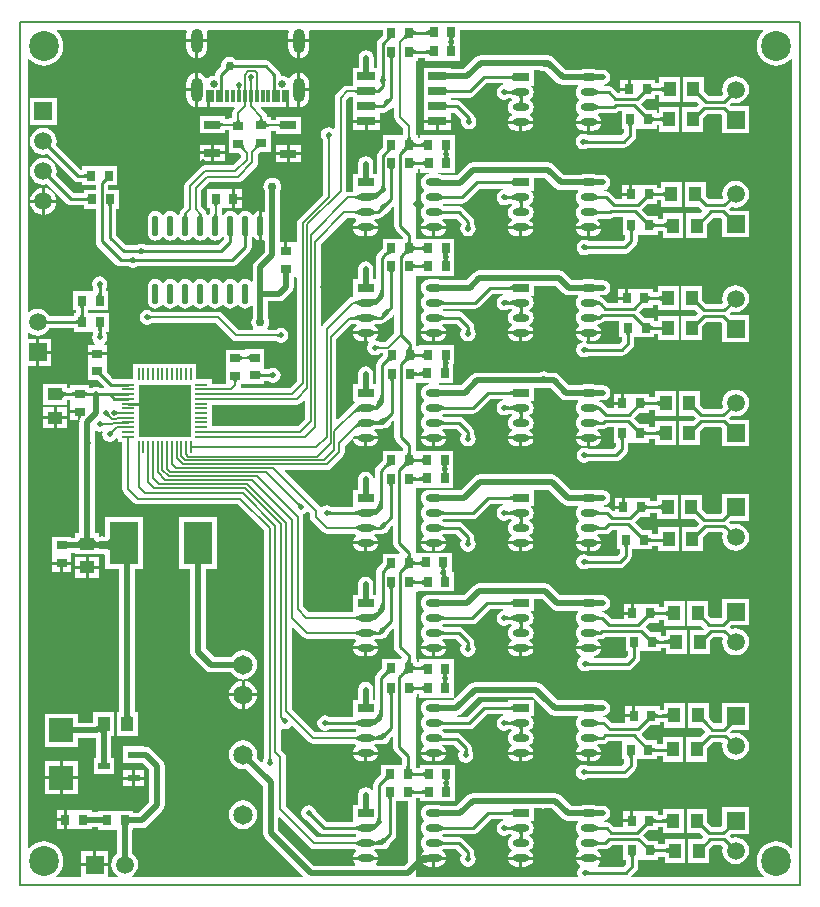
<source format=gtl>
%FSLAX25Y25*%
%MOIN*%
G70*
G01*
G75*
G04 Layer_Physical_Order=1*
G04 Layer_Color=255*
%ADD10C,0.01000*%
%ADD11C,0.00800*%
%ADD12C,0.02000*%
%ADD13R,0.02756X0.03347*%
%ADD14R,0.03937X0.05118*%
%ADD15R,0.07874X0.07874*%
%ADD16R,0.17323X0.17323*%
%ADD17R,0.03937X0.00787*%
%ADD18R,0.00787X0.03937*%
%ADD19O,0.02205X0.06870*%
%ADD20R,0.03347X0.02756*%
%ADD21R,0.01181X0.03937*%
%ADD22R,0.05315X0.02559*%
%ADD23R,0.05118X0.03937*%
%ADD24R,0.09543X0.14252*%
%ADD25R,0.03937X0.02362*%
%ADD26O,0.05500X0.02500*%
%ADD27R,0.05500X0.02500*%
%ADD28R,0.05906X0.02500*%
%ADD29C,0.00500*%
%ADD30C,0.09961*%
%ADD31R,0.05906X0.05906*%
%ADD32C,0.05906*%
%ADD33R,0.05906X0.05906*%
%ADD34O,0.03937X0.08268*%
%ADD35C,0.02638*%
%ADD36C,0.06496*%
%ADD37C,0.02000*%
%ADD38C,0.03000*%
G36*
X-163613Y47473D02*
X-162984Y47053D01*
X-162243Y46906D01*
X-148180D01*
X-148161Y46881D01*
X-147785Y46593D01*
Y46093D01*
X-148161Y45804D01*
X-148602Y45230D01*
X-148879Y44561D01*
X-148908Y44343D01*
X-140492D01*
X-140521Y44561D01*
X-140798Y45230D01*
X-141239Y45804D01*
X-141813Y46245D01*
Y46441D01*
X-141340Y46804D01*
X-139557D01*
X-139110Y46893D01*
X-138900Y46851D01*
X-137925Y47045D01*
X-137098Y47598D01*
X-136545Y48425D01*
X-136409Y49107D01*
X-136001Y49515D01*
X-135539Y49324D01*
Y45800D01*
X-135384Y45020D01*
X-134942Y44358D01*
X-132739Y42155D01*
Y39973D01*
X-133578D01*
D01*
D01*
X-133578Y39973D01*
X-133728D01*
Y39973D01*
X-139483D01*
Y36806D01*
X-141642Y34647D01*
X-142084Y33986D01*
X-142239Y33206D01*
Y31678D01*
X-142718Y31533D01*
X-142898Y31802D01*
X-143725Y32355D01*
X-144700Y32549D01*
X-145676Y32355D01*
X-146502Y31802D01*
X-147055Y30975D01*
X-147249Y30000D01*
Y26550D01*
X-148950D01*
Y21050D01*
D01*
Y21050D01*
X-149161Y20839D01*
X-157755D01*
X-161234Y24318D01*
X-161345Y24875D01*
X-161898Y25702D01*
X-162724Y26255D01*
X-163700Y26449D01*
X-164675Y26255D01*
X-165502Y25702D01*
X-166055Y24875D01*
X-166249Y23900D01*
X-166055Y22925D01*
X-165502Y22098D01*
X-164675Y21545D01*
X-164118Y21434D01*
X-160042Y17358D01*
X-159380Y16916D01*
X-158600Y16761D01*
X-148060D01*
X-147785Y16550D01*
Y16050D01*
X-148161Y15761D01*
X-148180Y15737D01*
X-161098D01*
X-171263Y25902D01*
Y42600D01*
X-171410Y43341D01*
X-171830Y43970D01*
X-172863Y45002D01*
Y51708D01*
X-172476Y52025D01*
X-171600Y51851D01*
X-170624Y52045D01*
X-169798Y52598D01*
X-169592Y52906D01*
X-169094Y52955D01*
X-163613Y47473D01*
D02*
G37*
G36*
X-164837Y161370D02*
Y155302D01*
X-167288Y152852D01*
X-196027D01*
Y153745D01*
Y155321D01*
Y158469D01*
Y160000D01*
X-167663D01*
X-166921Y160148D01*
X-166293Y160568D01*
X-165299Y161561D01*
X-164837Y161370D01*
D02*
G37*
G36*
X-135139Y154624D02*
Y149200D01*
X-134984Y148420D01*
X-134542Y147758D01*
X-132339Y145555D01*
Y144573D01*
X-133178D01*
D01*
D01*
X-133178Y144573D01*
X-133328D01*
Y144573D01*
X-139084D01*
Y141406D01*
X-141142Y139347D01*
X-141584Y138686D01*
X-141739Y137906D01*
Y135609D01*
X-142237Y135560D01*
X-142345Y136104D01*
X-142898Y136931D01*
X-143725Y137484D01*
X-144700Y137678D01*
X-145676Y137484D01*
X-146502Y136931D01*
X-147055Y136104D01*
X-147249Y135128D01*
Y131678D01*
X-148950D01*
Y126179D01*
D01*
Y126179D01*
X-149161Y125968D01*
X-156123D01*
X-156596Y126284D01*
X-157571Y126478D01*
X-158547Y126284D01*
X-159374Y125731D01*
D01*
X-159374D01*
X-159374D01*
X-159374Y125731D01*
Y125731D01*
X-159818Y125752D01*
X-160030Y126070D01*
X-171661Y137701D01*
X-171470Y138163D01*
X-157700D01*
X-156959Y138310D01*
X-156330Y138730D01*
X-156330Y138730D01*
X-156330Y138730D01*
X-152280Y142780D01*
X-152280Y142780D01*
X-152280Y142780D01*
X-151860Y143409D01*
X-151713Y144150D01*
Y146348D01*
X-149387Y148673D01*
X-148914Y148513D01*
X-148974Y148971D01*
X-148957Y149103D01*
X-148589Y149471D01*
X-140492D01*
X-140521Y149689D01*
X-140798Y150358D01*
X-141239Y150933D01*
X-141813Y151374D01*
Y151569D01*
X-141340Y151932D01*
X-139329D01*
X-138716Y152054D01*
X-138700Y152051D01*
X-137724Y152245D01*
X-136898Y152798D01*
X-136345Y153624D01*
X-136234Y154182D01*
X-135601Y154815D01*
X-135139Y154624D01*
D02*
G37*
G36*
X-130600Y7505D02*
X-131756Y6349D01*
X-141099D01*
X-141260Y6822D01*
X-141239Y6839D01*
X-140798Y7413D01*
X-140521Y8082D01*
X-140492Y8300D01*
X-148908D01*
X-148879Y8082D01*
X-148602Y7413D01*
X-148161Y6839D01*
X-148140Y6822D01*
X-148301Y6349D01*
X-161944D01*
X-173851Y18256D01*
Y22358D01*
X-173389Y22549D01*
X-163270Y12430D01*
X-162641Y12010D01*
X-161900Y11863D01*
X-148180D01*
X-148161Y11839D01*
X-147785Y11550D01*
Y11050D01*
X-148161Y10761D01*
X-148602Y10187D01*
X-148879Y9518D01*
X-148908Y9300D01*
X-140492D01*
X-140521Y9518D01*
X-140798Y10187D01*
X-141239Y10761D01*
X-141813Y11202D01*
Y11398D01*
X-141340Y11761D01*
X-139600D01*
X-139023Y11875D01*
X-138900Y11851D01*
X-137925Y12045D01*
X-137098Y12598D01*
X-136545Y13424D01*
X-136409Y14107D01*
X-135164Y15353D01*
X-134722Y16014D01*
X-134566Y16794D01*
Y27727D01*
X-133728D01*
Y27727D01*
X-133728D01*
X-133728Y27727D01*
X-133578D01*
Y27727D01*
X-130600D01*
Y7505D01*
D02*
G37*
G36*
X-148950Y261667D02*
Y256667D01*
Y254917D01*
X-140044D01*
Y256667D01*
Y257377D01*
X-138883D01*
X-138103Y257533D01*
X-137442Y257975D01*
X-137033Y258383D01*
X-136475Y258494D01*
X-135648Y259047D01*
X-135616Y259096D01*
X-135137Y258950D01*
Y255800D01*
X-134990Y255059D01*
X-134570Y254430D01*
X-132137Y251998D01*
Y249873D01*
X-133078D01*
D01*
D01*
X-133078Y249873D01*
X-133228D01*
Y249873D01*
X-138984D01*
Y245773D01*
X-140425Y244331D01*
X-140867Y243669D01*
X-141023Y242889D01*
Y238206D01*
X-140928Y237731D01*
Y236807D01*
X-142151D01*
Y240257D01*
X-142345Y241232D01*
X-142898Y242059D01*
X-143725Y242612D01*
X-144700Y242806D01*
X-145676Y242612D01*
X-146502Y242059D01*
X-147055Y241232D01*
X-147249Y240257D01*
Y236807D01*
X-148950D01*
Y231307D01*
D01*
Y231307D01*
X-149263Y230994D01*
X-150443D01*
X-150814Y230920D01*
X-151168Y231274D01*
X-151163Y231300D01*
Y261498D01*
X-150181Y262479D01*
X-148950D01*
Y261667D01*
D02*
G37*
G36*
X-135139Y190024D02*
Y184001D01*
X-138202Y180937D01*
X-140099D01*
X-140725Y181355D01*
X-141623Y181534D01*
X-141623Y181534D01*
X-141623D01*
X-141700Y181549D01*
X-141726Y181679D01*
X-141239Y182053D01*
X-140798Y182627D01*
X-140521Y183296D01*
X-140492Y183514D01*
X-144200D01*
Y181240D01*
X-143795D01*
X-143519Y180828D01*
X-143504Y180799D01*
X-144055Y179975D01*
X-144249Y179000D01*
X-144055Y178024D01*
X-143502Y177198D01*
X-142675Y176645D01*
X-141700Y176451D01*
X-140725Y176645D01*
X-140099Y177063D01*
X-138883D01*
Y176406D01*
X-140642Y174647D01*
X-141084Y173986D01*
X-141239Y173205D01*
Y166721D01*
X-142151D01*
Y170171D01*
X-142345Y171147D01*
X-142898Y171974D01*
X-143725Y172526D01*
X-144700Y172720D01*
X-145676Y172526D01*
X-146502Y171974D01*
X-147055Y171147D01*
X-147249Y170171D01*
Y166721D01*
X-148950D01*
Y161221D01*
X-148505D01*
X-148284Y160773D01*
X-148422Y160592D01*
X-148798Y160341D01*
X-154018Y155121D01*
X-154480Y155313D01*
Y181794D01*
X-149300Y186975D01*
X-148060D01*
X-147587Y186612D01*
Y186416D01*
X-148161Y185976D01*
X-148602Y185401D01*
X-148879Y184732D01*
X-148908Y184514D01*
X-140492D01*
X-140521Y184732D01*
X-140798Y185401D01*
X-141239Y185976D01*
X-141813Y186416D01*
Y186612D01*
X-141340Y186975D01*
X-139686D01*
X-138905Y187130D01*
X-138244Y187572D01*
X-137676Y188140D01*
X-137119Y188251D01*
X-136292Y188804D01*
X-135739Y189630D01*
X-135698Y189837D01*
X-135257Y190073D01*
X-135139Y190024D01*
D02*
G37*
G36*
X-163337Y123898D02*
Y122700D01*
X-163337Y122700D01*
X-163337D01*
X-163190Y121959D01*
X-162770Y121330D01*
X-158998Y117559D01*
X-158370Y117139D01*
X-157629Y116991D01*
X-148180D01*
X-148161Y116967D01*
X-147785Y116679D01*
Y116179D01*
X-148161Y115890D01*
X-148602Y115315D01*
X-148879Y114646D01*
X-148908Y114428D01*
X-140492D01*
X-140521Y114646D01*
X-140798Y115315D01*
X-141239Y115890D01*
X-141813Y116331D01*
Y116526D01*
X-141340Y116889D01*
X-139771D01*
X-138991Y117045D01*
X-138760Y117199D01*
X-138024Y117345D01*
X-137198Y117898D01*
X-136645Y118725D01*
X-136534Y119282D01*
X-136001Y119815D01*
X-135539Y119624D01*
Y113800D01*
X-135384Y113020D01*
X-134942Y112358D01*
X-133419Y110835D01*
X-133610Y110373D01*
X-139084D01*
Y107206D01*
X-140525Y105764D01*
X-140967Y105102D01*
X-141123Y104322D01*
Y96636D01*
X-142151D01*
Y100086D01*
X-142345Y101061D01*
X-142898Y101888D01*
X-143725Y102441D01*
X-144700Y102635D01*
X-145676Y102441D01*
X-146502Y101888D01*
X-147055Y101061D01*
X-147249Y100086D01*
Y96636D01*
X-148950D01*
Y91136D01*
D01*
Y91136D01*
X-149263Y90823D01*
X-163683D01*
X-165463Y92602D01*
Y122700D01*
X-165610Y123441D01*
X-165598Y123471D01*
X-165225Y123545D01*
X-164398Y124098D01*
X-164272Y124286D01*
X-163774Y124335D01*
X-163337Y123898D01*
D02*
G37*
G36*
X-12219Y284345D02*
X-12478Y284132D01*
X-13288Y283145D01*
X-13890Y282019D01*
X-14261Y280798D01*
X-14386Y279528D01*
X-14261Y278257D01*
X-13890Y277036D01*
X-13288Y275910D01*
X-12478Y274923D01*
X-11492Y274113D01*
X-10366Y273512D01*
X-9144Y273141D01*
X-7874Y273016D01*
X-6604Y273141D01*
X-5382Y273512D01*
X-4256Y274113D01*
X-3270Y274923D01*
X-2955Y275306D01*
X-2484Y275138D01*
Y12264D01*
X-2955Y12095D01*
X-3270Y12478D01*
X-4256Y13288D01*
X-5382Y13890D01*
X-6604Y14261D01*
X-7874Y14386D01*
X-9144Y14261D01*
X-10366Y13890D01*
X-11492Y13288D01*
X-12478Y12478D01*
X-13288Y11492D01*
X-13890Y10366D01*
X-14261Y9144D01*
X-14386Y7874D01*
X-14261Y6604D01*
X-13890Y5382D01*
X-13288Y4256D01*
X-12478Y3270D01*
X-11973Y2855D01*
X-12142Y2384D01*
X-56079D01*
X-56270Y2846D01*
X-54464Y4653D01*
X-54022Y5314D01*
X-53866Y6095D01*
X-53866Y6095D01*
Y8227D01*
X-53028D01*
Y8227D01*
X-53028D01*
X-53028Y8227D01*
X-52878D01*
Y8227D01*
X-47122D01*
Y9361D01*
X-45042D01*
Y7241D01*
X-38105D01*
Y15359D01*
X-45042D01*
Y13439D01*
X-47122D01*
Y14573D01*
X-50289D01*
X-52163Y16447D01*
X-50484Y18127D01*
X-47317D01*
Y19261D01*
X-45643D01*
Y17241D01*
X-38706D01*
Y25359D01*
X-45643D01*
Y23339D01*
X-47317D01*
Y24473D01*
X-53072D01*
D01*
D01*
X-53072Y24473D01*
X-53222D01*
Y24473D01*
X-55600D01*
Y21299D01*
X-56099D01*
Y20800D01*
X-58978D01*
Y19239D01*
X-61955D01*
X-62958Y20242D01*
X-63620Y20684D01*
X-64400Y20839D01*
X-65220D01*
X-65269Y21337D01*
X-64725Y21445D01*
X-63898Y21998D01*
X-63345Y22825D01*
X-63151Y23800D01*
X-63345Y24776D01*
X-63898Y25602D01*
X-64725Y26155D01*
X-65700Y26349D01*
X-67830D01*
X-68144Y26479D01*
X-68862Y26574D01*
X-71862D01*
X-72580Y26479D01*
X-72895Y26349D01*
X-76244D01*
X-79698Y29802D01*
X-80524Y30355D01*
X-81500Y30549D01*
X-109000D01*
X-109976Y30355D01*
X-110802Y29802D01*
X-114256Y26349D01*
X-119530D01*
X-119844Y26479D01*
X-120562Y26574D01*
X-123562D01*
X-124280Y26479D01*
X-124949Y26202D01*
X-125523Y25761D01*
X-125964Y25187D01*
X-126241Y24518D01*
X-126336Y23800D01*
X-126241Y23082D01*
X-125964Y22413D01*
X-125523Y21839D01*
X-125147Y21550D01*
Y21050D01*
X-125523Y20761D01*
X-125964Y20187D01*
X-126241Y19518D01*
X-126336Y18800D01*
X-126241Y18082D01*
X-125964Y17413D01*
X-125523Y16839D01*
X-125147Y16550D01*
Y16050D01*
X-125523Y15761D01*
X-125964Y15187D01*
X-126241Y14518D01*
X-126336Y13800D01*
X-126241Y13082D01*
X-125964Y12413D01*
X-125523Y11839D01*
X-125147Y11550D01*
Y11050D01*
X-125523Y10761D01*
X-125964Y10187D01*
X-126241Y9518D01*
X-126270Y9300D01*
X-117854D01*
X-117883Y9518D01*
X-118160Y10187D01*
X-118601Y10761D01*
X-119175Y11202D01*
Y11398D01*
X-118702Y11761D01*
X-114502D01*
X-112639Y9898D01*
Y9891D01*
X-112955Y9418D01*
X-113149Y8443D01*
X-112955Y7467D01*
X-112402Y6640D01*
X-111575Y6088D01*
X-110600Y5894D01*
X-109625Y6088D01*
X-108798Y6640D01*
X-108245Y7467D01*
X-108051Y8443D01*
X-108245Y9418D01*
X-108561Y9891D01*
Y10743D01*
X-108716Y11523D01*
X-109158Y12185D01*
X-112215Y15242D01*
X-112877Y15684D01*
X-113657Y15839D01*
X-118702D01*
X-119175Y16202D01*
Y16398D01*
X-118702Y16761D01*
X-108900D01*
X-108120Y16916D01*
X-107458Y17358D01*
X-107458Y17358D01*
X-107458Y17358D01*
X-103055Y21761D01*
X-98952D01*
X-98902Y21263D01*
X-99447Y21155D01*
X-100274Y20602D01*
X-100826Y19775D01*
X-101020Y18800D01*
X-100826Y17824D01*
X-100274Y16998D01*
X-99447Y16445D01*
X-98471Y16251D01*
X-97496Y16445D01*
X-97023Y16761D01*
X-96360D01*
X-96085Y16550D01*
Y16050D01*
X-96461Y15761D01*
X-96902Y15187D01*
X-97179Y14518D01*
X-97274Y13800D01*
X-97179Y13082D01*
X-96902Y12413D01*
X-96461Y11839D01*
X-96085Y11550D01*
Y11050D01*
X-96461Y10761D01*
X-96902Y10187D01*
X-97179Y9518D01*
X-97208Y9300D01*
X-88792D01*
X-88821Y9518D01*
X-89098Y10187D01*
X-89539Y10761D01*
X-90113Y11202D01*
Y11398D01*
X-89539Y11839D01*
X-89098Y12413D01*
X-88821Y13082D01*
X-88726Y13800D01*
X-88821Y14518D01*
X-89098Y15187D01*
X-89539Y15761D01*
X-90113Y16202D01*
Y16398D01*
X-89539Y16839D01*
X-89098Y17413D01*
X-88821Y18082D01*
X-88726Y18800D01*
X-88821Y19518D01*
X-89098Y20187D01*
X-89539Y20761D01*
X-89441Y21050D01*
X-88750D01*
Y25451D01*
X-86103D01*
X-85600Y25351D01*
X-85097Y25451D01*
X-82556D01*
X-79102Y21998D01*
X-78276Y21445D01*
X-77300Y21251D01*
X-73963D01*
X-73802Y20777D01*
X-73823Y20761D01*
X-74264Y20187D01*
X-74541Y19518D01*
X-74636Y18800D01*
X-74541Y18082D01*
X-74264Y17413D01*
X-73823Y16839D01*
X-73447Y16550D01*
Y16050D01*
X-73823Y15761D01*
X-74264Y15187D01*
X-74541Y14518D01*
X-74636Y13800D01*
X-74541Y13082D01*
X-74264Y12413D01*
X-73823Y11839D01*
X-73447Y11550D01*
Y11050D01*
X-73823Y10761D01*
X-74264Y10187D01*
X-74541Y9518D01*
X-74570Y9300D01*
X-66154D01*
X-66183Y9518D01*
X-66460Y10187D01*
X-66901Y10761D01*
X-67475Y11202D01*
Y11398D01*
X-67002Y11761D01*
X-65000D01*
X-64220Y11916D01*
X-63558Y12358D01*
X-62755Y13161D01*
X-58784D01*
Y8227D01*
X-57945D01*
Y6939D01*
X-58845Y6039D01*
X-67165D01*
X-67326Y6513D01*
X-66901Y6839D01*
X-66460Y7413D01*
X-66183Y8082D01*
X-66154Y8300D01*
X-74570D01*
X-74541Y8082D01*
X-74264Y7413D01*
X-73823Y6839D01*
X-73249Y6398D01*
X-73203Y5935D01*
X-73402Y5802D01*
X-73955Y4975D01*
X-74149Y4000D01*
X-73955Y3025D01*
X-73822Y2825D01*
X-74058Y2384D01*
X-127800D01*
Y28861D01*
X-126578D01*
Y27727D01*
X-120822D01*
X-120822Y27727D01*
Y27727D01*
X-120822D01*
X-120672D01*
X-120468Y27727D01*
X-120468Y27727D01*
Y27727D01*
X-114917D01*
Y33627D01*
Y39973D01*
X-120468D01*
X-120468Y39973D01*
Y39973D01*
X-120672Y39973D01*
X-120747D01*
X-120822D01*
X-121026Y39973D01*
X-121026Y39973D01*
Y39973D01*
X-126578D01*
Y38839D01*
X-127800D01*
Y62527D01*
X-127522D01*
Y63461D01*
X-126978D01*
Y62327D01*
X-121222D01*
X-121222Y62327D01*
Y62327D01*
X-121222D01*
X-121072D01*
X-120869Y62327D01*
X-120869Y62327D01*
Y62327D01*
X-115331D01*
X-115331Y62327D01*
D01*
X-115140Y61865D01*
X-115613Y61392D01*
X-119530D01*
X-119844Y61522D01*
X-120562Y61617D01*
X-123562D01*
X-124280Y61522D01*
X-124949Y61245D01*
X-125523Y60804D01*
X-125964Y60230D01*
X-126241Y59561D01*
X-126336Y58843D01*
X-126241Y58125D01*
X-125964Y57456D01*
X-125523Y56881D01*
X-125147Y56593D01*
Y56093D01*
X-125523Y55804D01*
X-125964Y55230D01*
X-126241Y54561D01*
X-126336Y53843D01*
X-126241Y53125D01*
X-125964Y52456D01*
X-125523Y51881D01*
X-125147Y51593D01*
Y51093D01*
X-125523Y50804D01*
X-125964Y50230D01*
X-126241Y49561D01*
X-126336Y48843D01*
X-126241Y48125D01*
X-125964Y47456D01*
X-125523Y46881D01*
X-125147Y46593D01*
Y46093D01*
X-125523Y45804D01*
X-125964Y45230D01*
X-126241Y44561D01*
X-126270Y44343D01*
X-117854D01*
X-117883Y44561D01*
X-118160Y45230D01*
X-118601Y45804D01*
X-119175Y46245D01*
Y46441D01*
X-119149Y46461D01*
X-115240D01*
X-113377Y44598D01*
Y44591D01*
X-113693Y44118D01*
X-113887Y43143D01*
X-113693Y42167D01*
X-113140Y41341D01*
X-112313Y40788D01*
X-111338Y40594D01*
X-110362Y40788D01*
X-109535Y41341D01*
X-108983Y42167D01*
X-108789Y43143D01*
X-108983Y44118D01*
X-109299Y44591D01*
Y45443D01*
X-109454Y46223D01*
X-109896Y46885D01*
X-112953Y49942D01*
X-113614Y50384D01*
X-114395Y50539D01*
X-118397D01*
X-118601Y50804D01*
X-119175Y51245D01*
Y51441D01*
X-118702Y51804D01*
X-110157D01*
X-109377Y51959D01*
X-108715Y52401D01*
X-108715Y52401D01*
X-108715Y52401D01*
X-104313Y56804D01*
X-98952D01*
X-98902Y56306D01*
X-99447Y56198D01*
X-100274Y55645D01*
X-100826Y54818D01*
X-101020Y53843D01*
X-100826Y52867D01*
X-100274Y52040D01*
X-99447Y51488D01*
X-98471Y51294D01*
X-97496Y51488D01*
X-97023Y51804D01*
X-96360D01*
X-96085Y51593D01*
Y51093D01*
X-96461Y50804D01*
X-96902Y50230D01*
X-97179Y49561D01*
X-97274Y48843D01*
X-97179Y48125D01*
X-96902Y47456D01*
X-96461Y46881D01*
X-96085Y46593D01*
Y46093D01*
X-96461Y45804D01*
X-96902Y45230D01*
X-97179Y44561D01*
X-97208Y44343D01*
X-88792D01*
X-88821Y44561D01*
X-89098Y45230D01*
X-89539Y45804D01*
X-90113Y46245D01*
Y46441D01*
X-89539Y46881D01*
X-89098Y47456D01*
X-88821Y48125D01*
X-88726Y48843D01*
X-88821Y49561D01*
X-89098Y50230D01*
X-89539Y50804D01*
X-90113Y51245D01*
Y51441D01*
X-89539Y51881D01*
X-89098Y52456D01*
X-88821Y53125D01*
X-88726Y53843D01*
X-88821Y54561D01*
X-89098Y55230D01*
X-89539Y55804D01*
X-89441Y56093D01*
X-88750D01*
Y61593D01*
X-97250D01*
Y60882D01*
X-105157D01*
X-105938Y60727D01*
X-106599Y60285D01*
X-111002Y55882D01*
X-114077D01*
X-114126Y56380D01*
X-113582Y56488D01*
X-112755Y57040D01*
X-112755Y57040D01*
X-112755Y57040D01*
X-107344Y62451D01*
X-88856D01*
X-83445Y57041D01*
X-83445Y57041D01*
X-83445D01*
X-83445Y57040D01*
X-83445D01*
X-83445Y57040D01*
Y57040D01*
Y57040D01*
D01*
D01*
X-83445D01*
Y57040D01*
X-82618Y56488D01*
X-81643Y56294D01*
X-73963D01*
X-73802Y55820D01*
X-73823Y55804D01*
X-74264Y55230D01*
X-74541Y54561D01*
X-74636Y53843D01*
X-74541Y53125D01*
X-74264Y52456D01*
X-73823Y51881D01*
X-73447Y51593D01*
Y51093D01*
X-73823Y50804D01*
X-74264Y50230D01*
X-74541Y49561D01*
X-74636Y48843D01*
X-74541Y48125D01*
X-74264Y47456D01*
X-73823Y46881D01*
X-73447Y46593D01*
Y46093D01*
X-73823Y45804D01*
X-74264Y45230D01*
X-74541Y44561D01*
X-74570Y44343D01*
X-66154D01*
X-66183Y44561D01*
X-66460Y45230D01*
X-66901Y45804D01*
X-67475Y46245D01*
Y46441D01*
X-67002Y46804D01*
X-65757D01*
X-64977Y46959D01*
X-64315Y47401D01*
X-63955Y47761D01*
X-59284D01*
Y41727D01*
X-58445D01*
Y40439D01*
X-59345Y39539D01*
X-70652D01*
X-71125Y39855D01*
X-72100Y40049D01*
X-73075Y39855D01*
X-73902Y39302D01*
X-74455Y38475D01*
X-74649Y37500D01*
X-74455Y36525D01*
X-73902Y35698D01*
X-73075Y35145D01*
X-72100Y34951D01*
X-71125Y35145D01*
X-70652Y35461D01*
X-58500D01*
X-57720Y35616D01*
X-57058Y36058D01*
X-57058Y36058D01*
X-57058Y36058D01*
X-54964Y38153D01*
X-54522Y38814D01*
X-54366Y39595D01*
X-54366Y39595D01*
Y41727D01*
X-53528D01*
Y41727D01*
X-53528D01*
X-53528Y41727D01*
X-53378D01*
Y41727D01*
X-47622D01*
Y42861D01*
X-45742D01*
Y41041D01*
X-38805D01*
Y49159D01*
X-45742D01*
Y46939D01*
X-47622D01*
Y48073D01*
X-50789D01*
X-52599Y49883D01*
X-52553Y50358D01*
X-49784Y53127D01*
X-46617D01*
Y54261D01*
X-45243D01*
Y52341D01*
X-38306D01*
Y60459D01*
X-45243D01*
Y58339D01*
X-46617D01*
Y59473D01*
X-52372D01*
D01*
D01*
X-52372Y59473D01*
X-52522D01*
Y59473D01*
X-54900D01*
Y56299D01*
X-55399D01*
Y55800D01*
X-58278D01*
Y53839D01*
X-62555D01*
X-64001Y55285D01*
X-64662Y55727D01*
X-65443Y55882D01*
Y56345D01*
X-64725Y56488D01*
X-63898Y57040D01*
X-63345Y57867D01*
X-63151Y58843D01*
X-63345Y59818D01*
X-63898Y60645D01*
X-64725Y61198D01*
X-65700Y61392D01*
X-67830D01*
X-68144Y61522D01*
X-68862Y61617D01*
X-71862D01*
X-72580Y61522D01*
X-72895Y61392D01*
X-80587D01*
X-85998Y66802D01*
X-86825Y67355D01*
X-87800Y67549D01*
X-108400D01*
X-109376Y67355D01*
X-110202Y66802D01*
X-114855Y62150D01*
X-115004Y62212D01*
X-115316Y62342D01*
Y68673D01*
D01*
Y68673D01*
X-115316Y68673D01*
Y68827D01*
X-115316D01*
Y75173D01*
X-120869D01*
X-120869Y75173D01*
Y75173D01*
X-121072Y75173D01*
X-121147D01*
X-121222D01*
X-121426Y75173D01*
X-121426Y75173D01*
Y75173D01*
X-126978D01*
Y74239D01*
X-127522D01*
Y75373D01*
X-127800D01*
Y97627D01*
X-127422D01*
Y97827D01*
X-126978D01*
Y97827D01*
X-121222D01*
Y97827D01*
X-121222D01*
X-121222Y97827D01*
X-121072D01*
Y97827D01*
X-115316D01*
Y104173D01*
X-115917D01*
Y104227D01*
X-115917D01*
Y110573D01*
X-121672D01*
D01*
D01*
X-121672Y110573D01*
X-121822D01*
Y110573D01*
X-127578D01*
D01*
X-127578D01*
X-127800Y110795D01*
Y132127D01*
X-127422D01*
Y132227D01*
X-127178D01*
Y132227D01*
X-121422D01*
X-121422Y132227D01*
Y132227D01*
X-121422D01*
X-121272D01*
X-121069Y132227D01*
X-121069Y132227D01*
Y132227D01*
X-115516D01*
Y138227D01*
Y144573D01*
X-121069D01*
X-121069Y144573D01*
Y144573D01*
X-121272Y144573D01*
X-121347D01*
X-121422D01*
X-121626Y144573D01*
X-121626Y144573D01*
Y144573D01*
X-127178D01*
D01*
D01*
X-127178Y144573D01*
X-127422D01*
D01*
X-127800Y144573D01*
Y167127D01*
X-127222D01*
Y167227D01*
X-127178D01*
Y167227D01*
X-123726D01*
X-123694Y166728D01*
X-124280Y166651D01*
X-124949Y166374D01*
X-125523Y165933D01*
X-125964Y165358D01*
X-126241Y164689D01*
X-126336Y163971D01*
X-126241Y163253D01*
X-125964Y162584D01*
X-125523Y162010D01*
X-125147Y161721D01*
Y161221D01*
X-125523Y160933D01*
X-125964Y160358D01*
X-126241Y159689D01*
X-126336Y158971D01*
X-126241Y158254D01*
X-125964Y157585D01*
X-125523Y157010D01*
X-125147Y156721D01*
Y156221D01*
X-125523Y155933D01*
X-125964Y155358D01*
X-126241Y154689D01*
X-126336Y153971D01*
X-126241Y153253D01*
X-125964Y152585D01*
X-125523Y152010D01*
X-125147Y151721D01*
Y151221D01*
X-125523Y150933D01*
X-125964Y150358D01*
X-126241Y149689D01*
X-126270Y149471D01*
X-117854D01*
X-117883Y149689D01*
X-118160Y150358D01*
X-118601Y150933D01*
X-119175Y151374D01*
Y151569D01*
X-118702Y151932D01*
X-114502D01*
X-112639Y150070D01*
Y150062D01*
X-112955Y149590D01*
X-113149Y148614D01*
X-112955Y147639D01*
X-112402Y146812D01*
X-111575Y146259D01*
X-110600Y146065D01*
X-109625Y146259D01*
X-108798Y146812D01*
X-108245Y147639D01*
X-108051Y148614D01*
X-108245Y149590D01*
X-108561Y150062D01*
Y150914D01*
X-108716Y151695D01*
X-109158Y152356D01*
X-112215Y155413D01*
X-112877Y155855D01*
X-113657Y156011D01*
X-118702D01*
X-119175Y156374D01*
Y156569D01*
X-118702Y156932D01*
X-109029D01*
X-108248Y157087D01*
X-107587Y157529D01*
X-103184Y161932D01*
X-98952D01*
X-98902Y161435D01*
X-99447Y161326D01*
X-100274Y160774D01*
X-100826Y159947D01*
X-101020Y158971D01*
X-100826Y157996D01*
X-100274Y157169D01*
X-99447Y156616D01*
X-98471Y156422D01*
X-97496Y156616D01*
X-97023Y156932D01*
X-96360D01*
X-96085Y156721D01*
Y156221D01*
X-96461Y155933D01*
X-96902Y155358D01*
X-97179Y154689D01*
X-97274Y153971D01*
X-97179Y153253D01*
X-96902Y152585D01*
X-96461Y152010D01*
X-96085Y151721D01*
Y151221D01*
X-96461Y150933D01*
X-96902Y150358D01*
X-97179Y149689D01*
X-97208Y149471D01*
X-88792D01*
X-88821Y149689D01*
X-89098Y150358D01*
X-89539Y150933D01*
X-90113Y151374D01*
Y151569D01*
X-89539Y152010D01*
X-89098Y152585D01*
X-88821Y153253D01*
X-88726Y153971D01*
X-88821Y154689D01*
X-89098Y155358D01*
X-89539Y155933D01*
X-90113Y156374D01*
Y156569D01*
X-89539Y157010D01*
X-89098Y157585D01*
X-88821Y158254D01*
X-88726Y158971D01*
X-88821Y159689D01*
X-89098Y160358D01*
X-89539Y160933D01*
X-89441Y161221D01*
X-88750D01*
Y165551D01*
X-83056D01*
X-79674Y162169D01*
X-78847Y161617D01*
X-77871Y161422D01*
X-73963D01*
X-73802Y160949D01*
X-73823Y160933D01*
X-74264Y160358D01*
X-74541Y159689D01*
X-74636Y158971D01*
X-74541Y158254D01*
X-74264Y157585D01*
X-73823Y157010D01*
X-73447Y156721D01*
Y156221D01*
X-73823Y155933D01*
X-74264Y155358D01*
X-74541Y154689D01*
X-74636Y153971D01*
X-74541Y153253D01*
X-74264Y152585D01*
X-73823Y152010D01*
X-73447Y151721D01*
Y151221D01*
X-73823Y150933D01*
X-74264Y150358D01*
X-74541Y149689D01*
X-74570Y149471D01*
X-66154D01*
X-66183Y149689D01*
X-66460Y150358D01*
X-66901Y150933D01*
X-67475Y151374D01*
Y151569D01*
X-67002Y151932D01*
X-65529D01*
X-64748Y152087D01*
X-64087Y152530D01*
X-64055Y152561D01*
X-62084D01*
Y147327D01*
X-61245D01*
Y146039D01*
X-62145Y145139D01*
X-70352D01*
X-70824Y145455D01*
X-71800Y145649D01*
X-72776Y145455D01*
X-73602Y144902D01*
X-74155Y144076D01*
X-74349Y143100D01*
X-74155Y142124D01*
X-73602Y141298D01*
X-72776Y140745D01*
X-71800Y140551D01*
X-70824Y140745D01*
X-70352Y141061D01*
X-61300D01*
X-60520Y141216D01*
X-59858Y141658D01*
X-57764Y143753D01*
X-57322Y144414D01*
X-57166Y145194D01*
X-57166Y145194D01*
Y147327D01*
X-56328D01*
Y147327D01*
X-56328D01*
X-56328Y147327D01*
X-56178D01*
Y147327D01*
X-50422D01*
Y148461D01*
X-48142D01*
Y146441D01*
X-41205D01*
Y154559D01*
X-48142D01*
Y152539D01*
X-50422D01*
Y153673D01*
X-53589D01*
X-55363Y155447D01*
X-53584Y157227D01*
X-50416D01*
Y158361D01*
X-48142D01*
Y156341D01*
X-41205D01*
Y164459D01*
X-48142D01*
Y162439D01*
X-50416D01*
Y163573D01*
X-56172D01*
D01*
D01*
X-56172Y163573D01*
X-56322D01*
Y163573D01*
X-58700D01*
Y160399D01*
X-59199D01*
Y159900D01*
X-62078D01*
Y158739D01*
X-63855D01*
X-65530Y160413D01*
X-66191Y160855D01*
X-66971Y161011D01*
Y161069D01*
X-66618Y161422D01*
X-65700D01*
X-64725Y161617D01*
X-63898Y162169D01*
X-63345Y162996D01*
X-63151Y163971D01*
X-63345Y164947D01*
X-63898Y165774D01*
X-64725Y166326D01*
X-65700Y166520D01*
X-67830D01*
X-68144Y166651D01*
X-68862Y166745D01*
X-71862D01*
X-72580Y166651D01*
X-72895Y166520D01*
X-76816D01*
X-80198Y169902D01*
X-81024Y170455D01*
X-82000Y170649D01*
X-83967D01*
X-84425Y170955D01*
X-85400Y171149D01*
X-86375Y170955D01*
X-86833Y170649D01*
X-107600D01*
X-108575Y170455D01*
X-109402Y169902D01*
X-112784Y166520D01*
X-119530D01*
X-119844Y166651D01*
X-120431Y166728D01*
X-120398Y167227D01*
X-115516D01*
Y173427D01*
X-115217D01*
Y179773D01*
X-120972D01*
D01*
D01*
X-120972Y179773D01*
X-121122D01*
Y179773D01*
X-126878D01*
Y179573D01*
X-127222D01*
Y179573D01*
X-127800D01*
Y203027D01*
X-127322Y203027D01*
D01*
D01*
X-126878D01*
Y203027D01*
X-121122D01*
X-121122Y203027D01*
Y203027D01*
X-121122D01*
X-120972D01*
X-120768Y203027D01*
X-120768Y203027D01*
Y203027D01*
X-115217D01*
Y208927D01*
Y215273D01*
X-120768D01*
X-120768Y215273D01*
Y215273D01*
X-120972Y215273D01*
X-121047D01*
X-121122D01*
X-121326Y215273D01*
X-121326Y215273D01*
Y215273D01*
X-126878D01*
D01*
D01*
X-126878Y215273D01*
X-127322D01*
D01*
X-127800Y215273D01*
Y237327D01*
X-127322D01*
Y238461D01*
X-126578D01*
Y237327D01*
X-123618D01*
X-123585Y236828D01*
X-124280Y236736D01*
X-124949Y236459D01*
X-125523Y236018D01*
X-125964Y235444D01*
X-126241Y234775D01*
X-126336Y234057D01*
X-126241Y233339D01*
X-125964Y232670D01*
X-125523Y232096D01*
X-125147Y231807D01*
Y231307D01*
X-125523Y231018D01*
X-125964Y230444D01*
X-126241Y229775D01*
X-126336Y229057D01*
X-126241Y228339D01*
X-125964Y227670D01*
X-125523Y227096D01*
X-125147Y226807D01*
Y226307D01*
X-125523Y226018D01*
X-125964Y225444D01*
X-126241Y224775D01*
X-126336Y224057D01*
X-126241Y223339D01*
X-125964Y222670D01*
X-125523Y222096D01*
X-125147Y221807D01*
Y221307D01*
X-125523Y221018D01*
X-125964Y220444D01*
X-126241Y219775D01*
X-126270Y219557D01*
X-117854D01*
X-117883Y219775D01*
X-118160Y220444D01*
X-118601Y221018D01*
X-119175Y221459D01*
Y221655D01*
X-118702Y222018D01*
X-114502D01*
X-112639Y220155D01*
Y220148D01*
X-112955Y219675D01*
X-113149Y218700D01*
X-112955Y217724D01*
X-112402Y216898D01*
X-111575Y216345D01*
X-110600Y216151D01*
X-109625Y216345D01*
X-108798Y216898D01*
X-108245Y217724D01*
X-108051Y218700D01*
X-108245Y219675D01*
X-108561Y220148D01*
Y221000D01*
X-108716Y221780D01*
X-109158Y222442D01*
X-112215Y225499D01*
X-112877Y225941D01*
X-113657Y226096D01*
X-118702D01*
X-119175Y226459D01*
Y226655D01*
X-118702Y227018D01*
X-112643D01*
X-111863Y227173D01*
X-111201Y227615D01*
X-106798Y232018D01*
X-98952D01*
X-98902Y231520D01*
X-99447Y231412D01*
X-100274Y230859D01*
X-100826Y230032D01*
X-101020Y229057D01*
X-100826Y228082D01*
X-100274Y227255D01*
X-99447Y226702D01*
X-98471Y226508D01*
X-97496Y226702D01*
X-97023Y227018D01*
X-96360D01*
X-96085Y226807D01*
Y226307D01*
X-96461Y226018D01*
X-96902Y225444D01*
X-97179Y224775D01*
X-97274Y224057D01*
X-97179Y223339D01*
X-96902Y222670D01*
X-96461Y222096D01*
X-96085Y221807D01*
Y221307D01*
X-96461Y221018D01*
X-96902Y220444D01*
X-97179Y219775D01*
X-97208Y219557D01*
X-88792D01*
X-88821Y219775D01*
X-89098Y220444D01*
X-89539Y221018D01*
X-90113Y221459D01*
Y221655D01*
X-89539Y222096D01*
X-89098Y222670D01*
X-88821Y223339D01*
X-88726Y224057D01*
X-88821Y224775D01*
X-89098Y225444D01*
X-89539Y226018D01*
X-90113Y226459D01*
Y226655D01*
X-89539Y227096D01*
X-89098Y227670D01*
X-88821Y228339D01*
X-88726Y229057D01*
X-88821Y229775D01*
X-89098Y230444D01*
X-89539Y231018D01*
X-89441Y231307D01*
X-88750D01*
Y235651D01*
X-84856D01*
X-81459Y232255D01*
X-80633Y231702D01*
X-79657Y231508D01*
X-73963D01*
X-73802Y231035D01*
X-73823Y231018D01*
X-74264Y230444D01*
X-74541Y229775D01*
X-74636Y229057D01*
X-74541Y228339D01*
X-74264Y227670D01*
X-73823Y227096D01*
X-73447Y226807D01*
Y226307D01*
X-73823Y226018D01*
X-74264Y225444D01*
X-74541Y224775D01*
X-74636Y224057D01*
X-74541Y223339D01*
X-74264Y222670D01*
X-73823Y222096D01*
X-73447Y221807D01*
Y221307D01*
X-73823Y221018D01*
X-74264Y220444D01*
X-74541Y219775D01*
X-74570Y219557D01*
X-66154D01*
X-66183Y219775D01*
X-66460Y220444D01*
X-66901Y221018D01*
X-67475Y221459D01*
Y221655D01*
X-67002Y222018D01*
X-63243D01*
X-62463Y222173D01*
X-62032Y222461D01*
X-58983D01*
Y216627D01*
X-58145D01*
Y215339D01*
X-59045Y214439D01*
X-70352D01*
X-70824Y214755D01*
X-71800Y214949D01*
X-72776Y214755D01*
X-73602Y214202D01*
X-74155Y213375D01*
X-74349Y212400D01*
X-74155Y211424D01*
X-73602Y210598D01*
X-72776Y210045D01*
X-71800Y209851D01*
X-70824Y210045D01*
X-70352Y210361D01*
X-58200D01*
X-57420Y210516D01*
X-56758Y210958D01*
X-56758Y210958D01*
X-56758Y210958D01*
X-54664Y213053D01*
X-54222Y213714D01*
X-54066Y214494D01*
X-54066Y214494D01*
Y216627D01*
X-53228D01*
Y216627D01*
X-53228D01*
X-53228Y216627D01*
X-53078D01*
Y216627D01*
X-47322D01*
Y217761D01*
X-45742D01*
Y215641D01*
X-38805D01*
Y223759D01*
X-45742D01*
Y221839D01*
X-47322D01*
Y222973D01*
X-50489D01*
X-52555Y225038D01*
X-52553Y225058D01*
X-50684Y226927D01*
X-47517D01*
Y228061D01*
X-46242D01*
Y226041D01*
X-39305D01*
Y234159D01*
X-46242D01*
Y232139D01*
X-47517D01*
Y233273D01*
X-53272D01*
D01*
D01*
X-53272Y233273D01*
X-53422D01*
Y233273D01*
X-55800D01*
Y230099D01*
X-56299D01*
Y229600D01*
X-59178D01*
Y228539D01*
X-61255D01*
X-63215Y230499D01*
X-63877Y230941D01*
X-64657Y231096D01*
X-65220D01*
X-65269Y231594D01*
X-64725Y231702D01*
X-63898Y232255D01*
X-63345Y233082D01*
X-63151Y234057D01*
X-63345Y235033D01*
X-63898Y235859D01*
X-64725Y236412D01*
X-65700Y236606D01*
X-67830D01*
X-68144Y236736D01*
X-68862Y236831D01*
X-71862D01*
X-72580Y236736D01*
X-72895Y236606D01*
X-78601D01*
X-81998Y240002D01*
X-82824Y240555D01*
X-83800Y240749D01*
X-109000D01*
X-109976Y240555D01*
X-110802Y240002D01*
X-114356Y236449D01*
X-119162D01*
X-119175Y236459D01*
X-119844Y236736D01*
X-120539Y236828D01*
X-120507Y237327D01*
X-120468D01*
X-120468Y237327D01*
Y237327D01*
X-114917D01*
Y243673D01*
X-115016D01*
Y249873D01*
X-120569D01*
X-120569Y249873D01*
Y249873D01*
X-120772Y249873D01*
X-120847D01*
X-120922D01*
X-121126Y249873D01*
X-121126Y249873D01*
Y249873D01*
X-126678D01*
Y248739D01*
X-127322D01*
Y249873D01*
X-127800D01*
Y274427D01*
X-127322D01*
Y275561D01*
X-124978D01*
Y274627D01*
X-119222D01*
Y274627D01*
X-119222D01*
X-119222Y274627D01*
X-119072D01*
Y274627D01*
X-113317D01*
Y280927D01*
Y284816D01*
X-12387D01*
X-12219Y284345D01*
D02*
G37*
G36*
X-135239Y225924D02*
Y219700D01*
X-135239Y219700D01*
X-135239D01*
X-135084Y218920D01*
X-134642Y218258D01*
X-132239Y215855D01*
Y215273D01*
X-133078D01*
D01*
D01*
X-133078Y215273D01*
X-133228D01*
Y215273D01*
X-138984D01*
Y212106D01*
X-140642Y210447D01*
X-141084Y209786D01*
X-141239Y209005D01*
Y201764D01*
X-142151D01*
Y205214D01*
X-142345Y206190D01*
X-142898Y207017D01*
X-143725Y207569D01*
X-144700Y207763D01*
X-145676Y207569D01*
X-146502Y207017D01*
X-147055Y206190D01*
X-147249Y205214D01*
Y201764D01*
X-148950D01*
Y196264D01*
X-148950D01*
Y195922D01*
X-149541Y195804D01*
X-150170Y195384D01*
X-159087Y186467D01*
X-159184Y186321D01*
X-159663Y186467D01*
Y213498D01*
X-151040Y222120D01*
X-148180D01*
X-148161Y222096D01*
X-147785Y221807D01*
Y221307D01*
X-148161Y221018D01*
X-148602Y220444D01*
X-148879Y219775D01*
X-148908Y219557D01*
X-140492D01*
X-140521Y219775D01*
X-140798Y220444D01*
X-141239Y221018D01*
X-141813Y221459D01*
Y221655D01*
X-141340Y222018D01*
X-140643D01*
X-139863Y222173D01*
X-139201Y222615D01*
X-138228Y223588D01*
X-137795Y223674D01*
X-136968Y224227D01*
X-136416Y225054D01*
X-136330Y225486D01*
X-135701Y226115D01*
X-135239Y225924D01*
D02*
G37*
G36*
X-165556Y82516D02*
X-164927Y82096D01*
X-164186Y81949D01*
X-148180D01*
X-148161Y81924D01*
X-147785Y81636D01*
Y81136D01*
X-148161Y80847D01*
X-148602Y80273D01*
X-148879Y79604D01*
X-148908Y79386D01*
X-140492D01*
X-140521Y79604D01*
X-140798Y80273D01*
X-141239Y80847D01*
X-141813Y81288D01*
Y81484D01*
X-141340Y81846D01*
X-140114D01*
X-139334Y82002D01*
X-138988Y82233D01*
X-138425Y82345D01*
X-137598Y82898D01*
X-137045Y83724D01*
X-136959Y84157D01*
X-135801Y85315D01*
X-135339Y85124D01*
Y79300D01*
X-135184Y78520D01*
X-134742Y77858D01*
X-132719Y75835D01*
X-132910Y75373D01*
X-133278D01*
D01*
D01*
X-133278Y75373D01*
X-133428D01*
Y75373D01*
X-139183D01*
Y72206D01*
X-141042Y70347D01*
X-141484Y69686D01*
X-141639Y68906D01*
Y61593D01*
X-142151D01*
Y65043D01*
X-142345Y66018D01*
X-142898Y66845D01*
X-143725Y67398D01*
X-144700Y67592D01*
X-145676Y67398D01*
X-146502Y66845D01*
X-147055Y66018D01*
X-147249Y65043D01*
Y61593D01*
X-148950D01*
Y56093D01*
D01*
Y56093D01*
X-149161Y55882D01*
X-156795D01*
X-157267Y56198D01*
X-158243Y56392D01*
X-159218Y56198D01*
X-160045Y55645D01*
X-160598Y54818D01*
X-160792Y53843D01*
X-160598Y52867D01*
X-160045Y52040D01*
X-159218Y51488D01*
X-158243Y51294D01*
X-157267Y51488D01*
X-156795Y51804D01*
X-148060D01*
X-147785Y51593D01*
Y51093D01*
X-148161Y50804D01*
X-148180Y50780D01*
X-161440D01*
X-169263Y58602D01*
Y85570D01*
X-168801Y85761D01*
X-165556Y82516D01*
D02*
G37*
G36*
X-138984Y283162D02*
X-140425Y281720D01*
X-140867Y281058D01*
X-141023Y280278D01*
Y272167D01*
X-141948D01*
Y275617D01*
X-142142Y276592D01*
X-142695Y277419D01*
X-143522Y277972D01*
X-144497Y278166D01*
X-145473Y277972D01*
X-146300Y277419D01*
X-146852Y276592D01*
X-147046Y275617D01*
Y272167D01*
X-148950D01*
Y266667D01*
Y266354D01*
X-150983D01*
X-151725Y266206D01*
X-152353Y265786D01*
X-154470Y263670D01*
X-154890Y263041D01*
X-155037Y262300D01*
Y252159D01*
X-155478Y251923D01*
X-156124Y252355D01*
X-157100Y252549D01*
X-158075Y252355D01*
X-158902Y251802D01*
X-159455Y250975D01*
X-159649Y250000D01*
X-159455Y249025D01*
X-159037Y248399D01*
Y230002D01*
X-167070Y221970D01*
X-167490Y221341D01*
X-167637Y220600D01*
Y214078D01*
X-168127D01*
Y214078D01*
X-170800D01*
Y211199D01*
X-171800D01*
Y214078D01*
X-173251D01*
Y230994D01*
X-173179Y231087D01*
X-172877Y231817D01*
X-172774Y232600D01*
X-172877Y233383D01*
X-173179Y234113D01*
X-173660Y234740D01*
X-174287Y235221D01*
X-175017Y235523D01*
X-175800Y235626D01*
X-176583Y235523D01*
X-177313Y235221D01*
X-177940Y234740D01*
X-178420Y234113D01*
X-178723Y233383D01*
X-178826Y232600D01*
X-178723Y231817D01*
X-178420Y231087D01*
X-178349Y230994D01*
Y224607D01*
X-178765Y224330D01*
X-179121Y224477D01*
X-179300Y224501D01*
Y219608D01*
Y214717D01*
X-179121Y214741D01*
X-178765Y214888D01*
X-178349Y214611D01*
Y210856D01*
X-181602Y207602D01*
X-182155Y206775D01*
X-182349Y205800D01*
Y201182D01*
X-182823Y201021D01*
X-182944Y201180D01*
X-183488Y201597D01*
X-184121Y201859D01*
X-184800Y201948D01*
X-185479Y201859D01*
X-186112Y201597D01*
X-186656Y201180D01*
X-187050Y200666D01*
X-187550D01*
X-187944Y201180D01*
X-188488Y201597D01*
X-189121Y201859D01*
X-189800Y201948D01*
X-190479Y201859D01*
X-191112Y201597D01*
X-191656Y201180D01*
X-192050Y200666D01*
X-192550D01*
X-192944Y201180D01*
X-193488Y201597D01*
X-194121Y201859D01*
X-194800Y201948D01*
X-195479Y201859D01*
X-196112Y201597D01*
X-196656Y201180D01*
X-197050Y200666D01*
X-197550D01*
X-197944Y201180D01*
X-198488Y201597D01*
X-199121Y201859D01*
X-199800Y201948D01*
X-200479Y201859D01*
X-201112Y201597D01*
X-201656Y201180D01*
X-202050Y200666D01*
X-202550D01*
X-202944Y201180D01*
X-203488Y201597D01*
X-204121Y201859D01*
X-204800Y201948D01*
X-205479Y201859D01*
X-206112Y201597D01*
X-206656Y201180D01*
X-207050Y200666D01*
X-207550D01*
X-207944Y201180D01*
X-208488Y201597D01*
X-209121Y201859D01*
X-209800Y201948D01*
X-210479Y201859D01*
X-211112Y201597D01*
X-211656Y201180D01*
X-212050Y200666D01*
X-212550D01*
X-212944Y201180D01*
X-213488Y201597D01*
X-214121Y201859D01*
X-214800Y201948D01*
X-215479Y201859D01*
X-216112Y201597D01*
X-216656Y201180D01*
X-217073Y200636D01*
X-217335Y200003D01*
X-217425Y199324D01*
Y194658D01*
X-217335Y193979D01*
X-217073Y193346D01*
X-216656Y192802D01*
X-216112Y192385D01*
X-215479Y192123D01*
X-214800Y192034D01*
X-214121Y192123D01*
X-213488Y192385D01*
X-212944Y192802D01*
X-212550Y193316D01*
X-212050D01*
X-211656Y192802D01*
X-211112Y192385D01*
X-210479Y192123D01*
X-209800Y192034D01*
X-209121Y192123D01*
X-208488Y192385D01*
X-207944Y192802D01*
X-207550Y193316D01*
X-207050D01*
X-206656Y192802D01*
X-206112Y192385D01*
X-205479Y192123D01*
X-204800Y192034D01*
X-204121Y192123D01*
X-203488Y192385D01*
X-202944Y192802D01*
X-202550Y193316D01*
X-202050D01*
X-201656Y192802D01*
X-201112Y192385D01*
X-200479Y192123D01*
X-199800Y192034D01*
X-199121Y192123D01*
X-198488Y192385D01*
X-197944Y192802D01*
X-197550Y193316D01*
X-197050D01*
X-196656Y192802D01*
X-196112Y192385D01*
X-195479Y192123D01*
X-194800Y192034D01*
X-194121Y192123D01*
X-193488Y192385D01*
X-192944Y192802D01*
X-192550Y193316D01*
X-192050D01*
X-191656Y192802D01*
X-191112Y192385D01*
X-190479Y192123D01*
X-189800Y192034D01*
X-189121Y192123D01*
X-188488Y192385D01*
X-187944Y192802D01*
X-187550Y193316D01*
X-187050D01*
X-186656Y192802D01*
X-186112Y192385D01*
X-185479Y192123D01*
X-184800Y192034D01*
X-184121Y192123D01*
X-183488Y192385D01*
X-182944Y192802D01*
X-182823Y192961D01*
X-182349Y192800D01*
Y189006D01*
X-182421Y188913D01*
X-182723Y188183D01*
X-182826Y187400D01*
X-182723Y186617D01*
X-182421Y185887D01*
X-182113Y185486D01*
X-182334Y185037D01*
X-187098D01*
X-192530Y190470D01*
X-193159Y190890D01*
X-193900Y191037D01*
X-215899D01*
X-216525Y191455D01*
X-217500Y191649D01*
X-218476Y191455D01*
X-219302Y190902D01*
X-219855Y190076D01*
X-220049Y189100D01*
X-219855Y188125D01*
X-219302Y187298D01*
X-218476Y186745D01*
X-217500Y186551D01*
X-216525Y186745D01*
X-215899Y187163D01*
X-194702D01*
X-189270Y181730D01*
X-188641Y181310D01*
X-187900Y181163D01*
X-174601D01*
X-173976Y180745D01*
X-173000Y180551D01*
X-172025Y180745D01*
X-171198Y181298D01*
X-170645Y182124D01*
X-170451Y183100D01*
X-170645Y184075D01*
X-171198Y184902D01*
X-172025Y185455D01*
X-173000Y185649D01*
X-173976Y185455D01*
X-174601Y185037D01*
X-177266D01*
X-177488Y185486D01*
X-177180Y185887D01*
X-176877Y186617D01*
X-176774Y187400D01*
X-176877Y188183D01*
X-177180Y188913D01*
X-177251Y189006D01*
Y194082D01*
X-177204Y194442D01*
X-173509D01*
X-172534Y194636D01*
X-171707Y195189D01*
X-169498Y197398D01*
X-168945Y198224D01*
X-168751Y199200D01*
X-168751Y199200D01*
X-168751Y199200D01*
Y199200D01*
Y202416D01*
X-168127D01*
Y202416D01*
X-167991D01*
X-167637Y202063D01*
Y167902D01*
X-170090Y165450D01*
X-186078D01*
X-186395Y165836D01*
X-186263Y166500D01*
X-186263Y166500D01*
X-186263Y166500D01*
Y166500D01*
Y166717D01*
X-185027D01*
Y166917D01*
X-185027D01*
X-184873D01*
X-184673Y166917D01*
X-184673Y166917D01*
Y166917D01*
X-178527D01*
Y167755D01*
X-177042D01*
X-176570Y167439D01*
X-175594Y167245D01*
X-174619Y167439D01*
X-173792Y167992D01*
X-173240Y168819D01*
X-173046Y169794D01*
X-173240Y170770D01*
X-173792Y171597D01*
X-174619Y172149D01*
X-175594Y172344D01*
X-176570Y172149D01*
X-177042Y171834D01*
X-178527D01*
Y172468D01*
X-178527Y172468D01*
D01*
D01*
X-178527Y172672D01*
Y172688D01*
Y172747D01*
X-178527Y172822D01*
X-178527Y173026D01*
X-178527Y173026D01*
X-178527D01*
Y178578D01*
X-184873D01*
Y178378D01*
X-185027D01*
Y178378D01*
X-191373D01*
Y172826D01*
X-191373Y172826D01*
X-191373D01*
X-191373Y172622D01*
Y172472D01*
D01*
D01*
X-191373D01*
Y167025D01*
X-196027D01*
Y168555D01*
X-201145D01*
Y173673D01*
X-222255D01*
Y168555D01*
X-223173D01*
X-223904Y168701D01*
X-228922D01*
X-229548Y169326D01*
X-231027Y170805D01*
Y173768D01*
X-231027Y173768D01*
D01*
D01*
X-231027Y173972D01*
Y173988D01*
Y174047D01*
X-231027Y174122D01*
X-231027Y174326D01*
X-231027Y174326D01*
X-231027D01*
Y176500D01*
X-237373D01*
Y174326D01*
X-237373Y174326D01*
X-237373D01*
X-237373Y174122D01*
Y173972D01*
D01*
D01*
X-237373D01*
Y168217D01*
X-234206D01*
X-232431Y166442D01*
D01*
X-232431Y166442D01*
X-231964Y165975D01*
X-232156Y165513D01*
X-233152D01*
X-233625Y165829D01*
X-234600Y166023D01*
X-235576Y165829D01*
X-236048Y165513D01*
X-236827D01*
Y166483D01*
X-243173D01*
Y165513D01*
X-244141D01*
Y166943D01*
X-252259D01*
Y160005D01*
X-244141D01*
Y161435D01*
X-243173D01*
Y160728D01*
X-243173Y160728D01*
X-243173Y160578D01*
X-243173D01*
Y158200D01*
X-239999D01*
Y157701D01*
X-239500D01*
Y155792D01*
X-239955Y155111D01*
X-240013Y154822D01*
X-240406D01*
X-240089Y154436D01*
X-240149Y154136D01*
Y117168D01*
X-241659D01*
Y115649D01*
X-242927D01*
Y115978D01*
X-249273D01*
Y110426D01*
X-249273Y110426D01*
X-249273D01*
X-249273Y110222D01*
Y110072D01*
D01*
D01*
D01*
X-249273D01*
D01*
Y107694D01*
X-242927D01*
Y109869D01*
X-242927Y109869D01*
D01*
D01*
X-242927Y110072D01*
Y110088D01*
Y110147D01*
X-242927Y110222D01*
X-242927Y110426D01*
X-242927Y110426D01*
X-242927D01*
Y110551D01*
X-241659D01*
Y110231D01*
X-233541D01*
Y110231D01*
X-233492Y110264D01*
X-233283Y110177D01*
X-232500Y110074D01*
X-231863Y110158D01*
X-231487Y109828D01*
Y105174D01*
X-226775D01*
Y57559D01*
X-227695D01*
Y49441D01*
X-220758D01*
Y57559D01*
X-221677D01*
Y105174D01*
X-218943D01*
Y122426D01*
X-231487D01*
Y116372D01*
X-231863Y116042D01*
X-232500Y116126D01*
X-233165Y116038D01*
X-233541Y116368D01*
Y117168D01*
X-235051D01*
Y146316D01*
X-235045Y146325D01*
X-234851Y147300D01*
X-235045Y148275D01*
X-235051Y148284D01*
Y151066D01*
X-234610Y151302D01*
X-234376Y151145D01*
X-233400Y150951D01*
X-232779Y151075D01*
X-232425Y150721D01*
X-232549Y150100D01*
X-232355Y149125D01*
X-231802Y148298D01*
X-230976Y147745D01*
X-230000Y147551D01*
X-229025Y147745D01*
X-228198Y148298D01*
X-227852Y148816D01*
X-227373Y148670D01*
Y147446D01*
X-225842D01*
Y132004D01*
X-225842Y132004D01*
X-225842D01*
X-225694Y131263D01*
X-225274Y130635D01*
X-221970Y127330D01*
X-221341Y126910D01*
X-220600Y126763D01*
X-187248D01*
X-178537Y118052D01*
Y42301D01*
X-178955Y41675D01*
X-179086Y41015D01*
X-179565Y40870D01*
X-180948Y42253D01*
X-180811Y43300D01*
X-180974Y44539D01*
X-181452Y45694D01*
X-182213Y46686D01*
X-183205Y47447D01*
X-184360Y47925D01*
X-185600Y48089D01*
X-186839Y47925D01*
X-187994Y47447D01*
X-188986Y46686D01*
X-189747Y45694D01*
X-190225Y44539D01*
X-190389Y43300D01*
X-190225Y42060D01*
X-189747Y40905D01*
X-188986Y39913D01*
X-187994Y39152D01*
X-186839Y38674D01*
X-185600Y38511D01*
X-184553Y38648D01*
X-178949Y33044D01*
Y17200D01*
X-178949Y17200D01*
X-178949D01*
X-178755Y16225D01*
X-178202Y15398D01*
X-165651Y2846D01*
X-165842Y2384D01*
X-222532D01*
X-222693Y2858D01*
X-221824Y3524D01*
X-221111Y4454D01*
X-220662Y5538D01*
X-220509Y6700D01*
X-220662Y7862D01*
X-221111Y8946D01*
X-221824Y9876D01*
X-222551Y10433D01*
Y18227D01*
X-222222D01*
Y18851D01*
X-219400D01*
X-218425Y19045D01*
X-217598Y19598D01*
X-212498Y24698D01*
X-211945Y25525D01*
X-211751Y26500D01*
X-211751Y26500D01*
X-211751Y26500D01*
Y26500D01*
Y39700D01*
X-211945Y40676D01*
X-212498Y41502D01*
X-216172Y45176D01*
X-216999Y45729D01*
X-217974Y45923D01*
X-218632D01*
Y46055D01*
X-225569D01*
Y40693D01*
X-218898D01*
X-216849Y38644D01*
Y27556D01*
X-220456Y23949D01*
X-222222D01*
Y24573D01*
X-227774D01*
X-227774Y24573D01*
Y24573D01*
X-227978Y24573D01*
X-228053D01*
X-228128D01*
X-228331Y24573D01*
X-228331Y24573D01*
Y24573D01*
X-233884D01*
Y24249D01*
X-236022D01*
Y24873D01*
X-241574D01*
X-241574Y24873D01*
Y24873D01*
X-241778Y24873D01*
X-241853D01*
X-241928D01*
X-242131Y24873D01*
X-242131Y24873D01*
Y24873D01*
X-244305D01*
Y21699D01*
Y18527D01*
X-241928D01*
X-241928Y18527D01*
Y18527D01*
X-241928D01*
X-241778D01*
X-241574Y18527D01*
X-241574Y18527D01*
Y18527D01*
X-236022D01*
Y19151D01*
X-233884D01*
Y18227D01*
X-228128D01*
Y18227D01*
X-227978D01*
X-227978D01*
X-227774D01*
X-227774D01*
D01*
X-227649D01*
Y10280D01*
X-228176Y9876D01*
X-228889Y8946D01*
X-229338Y7862D01*
X-229491Y6700D01*
X-229338Y5538D01*
X-228889Y4454D01*
X-228176Y3524D01*
X-227307Y2858D01*
X-227468Y2384D01*
X-230547D01*
Y6200D01*
X-239453D01*
Y2384D01*
X-247701D01*
X-247869Y2855D01*
X-247364Y3270D01*
X-246554Y4256D01*
X-245953Y5382D01*
X-245582Y6604D01*
X-245457Y7874D01*
X-245582Y9144D01*
X-245953Y10366D01*
X-246554Y11492D01*
X-247364Y12478D01*
X-248351Y13288D01*
X-249477Y13890D01*
X-250698Y14261D01*
X-251969Y14386D01*
X-253239Y14261D01*
X-254460Y13890D01*
X-255586Y13288D01*
X-256573Y12478D01*
X-256845Y12147D01*
X-257316Y12315D01*
Y173047D01*
X-254600D01*
Y177499D01*
Y181953D01*
X-257316D01*
Y183790D01*
X-256867Y184011D01*
X-256346Y183610D01*
X-255262Y183162D01*
X-254100Y183009D01*
X-252938Y183162D01*
X-251854Y183610D01*
X-250924Y184324D01*
X-250210Y185254D01*
X-250125Y185461D01*
X-242078D01*
Y184361D01*
X-236322D01*
X-236322Y184361D01*
Y184361D01*
X-236322D01*
X-236172D01*
X-235968Y184361D01*
X-235968Y184361D01*
Y184361D01*
X-235439D01*
Y183848D01*
X-235755Y183376D01*
X-235949Y182400D01*
X-235755Y181424D01*
X-235202Y180598D01*
X-234841Y180356D01*
X-234987Y179878D01*
X-237373D01*
Y177500D01*
X-231027D01*
Y179878D01*
X-231813D01*
X-231959Y180356D01*
X-231598Y180598D01*
X-231045Y181424D01*
X-230851Y182400D01*
X-231045Y183376D01*
X-231361Y183848D01*
Y184361D01*
X-230416D01*
Y190708D01*
X-235968D01*
X-235968Y190708D01*
Y190708D01*
X-236172Y190708D01*
X-236247D01*
X-236322D01*
X-236526Y190708D01*
X-236526Y190708D01*
Y190708D01*
X-237266D01*
Y191461D01*
X-236428D01*
X-236428Y191461D01*
Y191461D01*
X-236428D01*
X-236278D01*
X-236074Y191461D01*
X-236074Y191461D01*
Y191461D01*
X-230522D01*
Y197808D01*
X-231361D01*
Y198752D01*
X-231045Y199224D01*
X-230851Y200200D01*
X-231045Y201175D01*
X-231598Y202002D01*
X-232424Y202555D01*
X-233400Y202749D01*
X-234376Y202555D01*
X-235202Y202002D01*
X-235755Y201175D01*
X-235949Y200200D01*
X-235755Y199224D01*
X-235439Y198752D01*
Y197808D01*
X-236074D01*
X-236074Y197808D01*
Y197808D01*
X-236278Y197808D01*
X-236353D01*
X-236428D01*
X-236631Y197808D01*
X-236631Y197808D01*
Y197808D01*
X-242183D01*
Y191461D01*
X-241345D01*
Y190708D01*
X-242078D01*
Y189539D01*
X-250125D01*
X-250210Y189746D01*
X-250924Y190676D01*
X-251854Y191390D01*
X-252938Y191838D01*
X-254100Y191991D01*
X-255262Y191838D01*
X-256346Y191390D01*
X-256867Y190989D01*
X-257316Y191210D01*
Y275086D01*
X-256845Y275255D01*
X-256573Y274923D01*
X-255586Y274113D01*
X-254460Y273512D01*
X-253239Y273141D01*
X-251969Y273016D01*
X-250698Y273141D01*
X-249477Y273512D01*
X-248351Y274113D01*
X-247364Y274923D01*
X-246554Y275910D01*
X-245953Y277036D01*
X-245582Y278257D01*
X-245457Y279528D01*
X-245582Y280798D01*
X-245953Y282019D01*
X-246554Y283145D01*
X-247364Y284132D01*
X-247623Y284345D01*
X-247455Y284816D01*
X-204627D01*
X-204349Y284400D01*
X-204387Y284309D01*
X-204506Y283404D01*
Y281738D01*
X-197509D01*
Y283404D01*
X-197629Y284309D01*
X-197666Y284400D01*
X-197389Y284816D01*
X-170612D01*
X-170334Y284400D01*
X-170371Y284309D01*
X-170491Y283404D01*
Y281738D01*
X-163494D01*
Y283404D01*
X-163613Y284309D01*
X-163651Y284400D01*
X-163373Y284816D01*
X-138984D01*
Y283162D01*
D02*
G37*
%LPC*%
G36*
X-84900Y100449D02*
X-106900D01*
X-107876Y100255D01*
X-108702Y99702D01*
X-111970Y96435D01*
X-119530D01*
X-119844Y96565D01*
X-120562Y96659D01*
X-123562D01*
X-124280Y96565D01*
X-124949Y96288D01*
X-125523Y95847D01*
X-125964Y95273D01*
X-126241Y94604D01*
X-126336Y93886D01*
X-126241Y93168D01*
X-125964Y92499D01*
X-125523Y91924D01*
X-125147Y91636D01*
Y91136D01*
X-125523Y90847D01*
X-125964Y90273D01*
X-126241Y89604D01*
X-126336Y88886D01*
X-126241Y88168D01*
X-125964Y87499D01*
X-125523Y86924D01*
X-125147Y86636D01*
Y86136D01*
X-125523Y85847D01*
X-125964Y85273D01*
X-126241Y84604D01*
X-126336Y83886D01*
X-126241Y83168D01*
X-125964Y82499D01*
X-125523Y81924D01*
X-125147Y81636D01*
Y81136D01*
X-125523Y80847D01*
X-125964Y80273D01*
X-126241Y79604D01*
X-126270Y79386D01*
X-117854D01*
X-117883Y79604D01*
X-118160Y80273D01*
X-118601Y80847D01*
X-119175Y81288D01*
Y81484D01*
X-118702Y81846D01*
X-114502D01*
X-112639Y79984D01*
Y79977D01*
X-112955Y79504D01*
X-113149Y78529D01*
X-112955Y77553D01*
X-112402Y76726D01*
X-111575Y76174D01*
X-110600Y75980D01*
X-109625Y76174D01*
X-108798Y76726D01*
X-108245Y77553D01*
X-108051Y78529D01*
X-108245Y79504D01*
X-108561Y79977D01*
Y80829D01*
X-108716Y81609D01*
X-109158Y82270D01*
X-112215Y85328D01*
X-112877Y85770D01*
X-113657Y85925D01*
X-118702D01*
X-119175Y86288D01*
Y86484D01*
X-118702Y86847D01*
X-109114D01*
X-108334Y87002D01*
X-107672Y87444D01*
X-103270Y91847D01*
X-98952D01*
X-98902Y91349D01*
X-99447Y91241D01*
X-100274Y90688D01*
X-100826Y89861D01*
X-101020Y88886D01*
X-100826Y87910D01*
X-100274Y87083D01*
X-99447Y86531D01*
X-98471Y86337D01*
X-97496Y86531D01*
X-97023Y86847D01*
X-96360D01*
X-96085Y86636D01*
Y86136D01*
X-96461Y85847D01*
X-96902Y85273D01*
X-97179Y84604D01*
X-97274Y83886D01*
X-97179Y83168D01*
X-96902Y82499D01*
X-96461Y81924D01*
X-96085Y81636D01*
Y81136D01*
X-96461Y80847D01*
X-96902Y80273D01*
X-97179Y79604D01*
X-97208Y79386D01*
X-88792D01*
X-88821Y79604D01*
X-89098Y80273D01*
X-89539Y80847D01*
X-90113Y81288D01*
Y81484D01*
X-89539Y81924D01*
X-89098Y82499D01*
X-88821Y83168D01*
X-88726Y83886D01*
X-88821Y84604D01*
X-89098Y85273D01*
X-89539Y85847D01*
X-90113Y86288D01*
Y86484D01*
X-89539Y86924D01*
X-89098Y87499D01*
X-88821Y88168D01*
X-88726Y88886D01*
X-88821Y89604D01*
X-89098Y90273D01*
X-89539Y90847D01*
X-89441Y91136D01*
X-88750D01*
Y95351D01*
X-85956D01*
X-82688Y92083D01*
X-81861Y91531D01*
X-80886Y91337D01*
X-73963D01*
X-73802Y90863D01*
X-73823Y90847D01*
X-74264Y90273D01*
X-74541Y89604D01*
X-74636Y88886D01*
X-74541Y88168D01*
X-74264Y87499D01*
X-73823Y86924D01*
X-73447Y86636D01*
Y86136D01*
X-73823Y85847D01*
X-74264Y85273D01*
X-74541Y84604D01*
X-74636Y83886D01*
X-74541Y83168D01*
X-74264Y82499D01*
X-73823Y81924D01*
X-73447Y81636D01*
Y81136D01*
X-73823Y80847D01*
X-74264Y80273D01*
X-74541Y79604D01*
X-74570Y79386D01*
X-66154D01*
X-66183Y79604D01*
X-66460Y80273D01*
X-66901Y80847D01*
X-67475Y81288D01*
Y81484D01*
X-67002Y81846D01*
X-66514D01*
X-65734Y82002D01*
X-65072Y82444D01*
X-65055Y82461D01*
X-58083D01*
Y77827D01*
X-57245D01*
Y76539D01*
X-58145Y75639D01*
X-68631D01*
X-68664Y76138D01*
X-68144Y76206D01*
X-67475Y76484D01*
X-66901Y76924D01*
X-66460Y77499D01*
X-66183Y78168D01*
X-66154Y78386D01*
X-74570D01*
X-74541Y78168D01*
X-74264Y77499D01*
X-73823Y76924D01*
X-73249Y76484D01*
X-72897Y76338D01*
X-72847Y75840D01*
X-73502Y75402D01*
X-74055Y74576D01*
X-74249Y73600D01*
X-74055Y72624D01*
X-73502Y71798D01*
X-72676Y71245D01*
X-71700Y71051D01*
X-70724Y71245D01*
X-70252Y71561D01*
X-57300D01*
X-56520Y71716D01*
X-55858Y72158D01*
X-55858Y72158D01*
X-55858Y72158D01*
X-53764Y74253D01*
X-53322Y74914D01*
X-53166Y75695D01*
X-53166Y75695D01*
Y77827D01*
X-52328D01*
Y77827D01*
X-52328D01*
X-52328Y77827D01*
X-52178D01*
Y77827D01*
X-46422D01*
Y78961D01*
X-44642D01*
Y76841D01*
X-37705D01*
Y84959D01*
X-44642D01*
Y83039D01*
X-46422D01*
Y84173D01*
X-49589D01*
X-51358Y85942D01*
X-51368Y86043D01*
X-50184Y87227D01*
X-47017D01*
Y88361D01*
X-45342D01*
Y86341D01*
X-38405D01*
Y94459D01*
X-45342D01*
Y92439D01*
X-47017D01*
Y93573D01*
X-52772D01*
D01*
D01*
X-52772Y93573D01*
X-52922D01*
Y93573D01*
X-55300D01*
Y90399D01*
X-55799D01*
Y89900D01*
X-58678D01*
Y88539D01*
X-62655D01*
X-64444Y90328D01*
X-65105Y90770D01*
X-65886Y90925D01*
Y91151D01*
X-65700Y91337D01*
X-64725Y91531D01*
X-63898Y92083D01*
X-63345Y92910D01*
X-63151Y93886D01*
X-63345Y94861D01*
X-63898Y95688D01*
X-64725Y96241D01*
X-65700Y96435D01*
X-67830D01*
X-68144Y96565D01*
X-68862Y96659D01*
X-71862D01*
X-72580Y96565D01*
X-72895Y96435D01*
X-79830D01*
X-83098Y99702D01*
X-83925Y100255D01*
X-84900Y100449D01*
D02*
G37*
G36*
X-56300Y93573D02*
X-58678D01*
Y90900D01*
X-56300D01*
Y93573D01*
D02*
G37*
G36*
X-233541Y105326D02*
X-237100D01*
Y102357D01*
X-233541D01*
Y105326D01*
D02*
G37*
G36*
X-238100D02*
X-241659D01*
Y102357D01*
X-238100D01*
Y105326D01*
D02*
G37*
G36*
X-93500Y78386D02*
X-97208D01*
X-97179Y78168D01*
X-96902Y77499D01*
X-96461Y76924D01*
X-95887Y76484D01*
X-95218Y76206D01*
X-94500Y76112D01*
X-93500D01*
Y78386D01*
D02*
G37*
G36*
X-117854D02*
X-121562D01*
Y76112D01*
X-120562D01*
X-119844Y76206D01*
X-119175Y76484D01*
X-118601Y76924D01*
X-118160Y77499D01*
X-117883Y78168D01*
X-117854Y78386D01*
D02*
G37*
G36*
X-122562D02*
X-126270D01*
X-126241Y78168D01*
X-125964Y77499D01*
X-125523Y76924D01*
X-124949Y76484D01*
X-124280Y76206D01*
X-123562Y76112D01*
X-122562D01*
Y78386D01*
D02*
G37*
G36*
X-88792D02*
X-92500D01*
Y76112D01*
X-91500D01*
X-90782Y76206D01*
X-90113Y76484D01*
X-89539Y76924D01*
X-89098Y77499D01*
X-88821Y78168D01*
X-88792Y78386D01*
D02*
G37*
G36*
X-16947Y95381D02*
X-25853D01*
Y89231D01*
X-26345Y88739D01*
X-29455D01*
X-30531Y89815D01*
Y94459D01*
X-37468D01*
Y86341D01*
X-32825D01*
X-31784Y85300D01*
X-32125Y84959D01*
X-36768D01*
Y76841D01*
X-29831D01*
Y81485D01*
X-28655Y82661D01*
X-26016D01*
X-25653Y82297D01*
X-25738Y82091D01*
X-25891Y80929D01*
X-25738Y79766D01*
X-25289Y78683D01*
X-24576Y77753D01*
X-23646Y77039D01*
X-22562Y76590D01*
X-21400Y76437D01*
X-20238Y76590D01*
X-19154Y77039D01*
X-18224Y77753D01*
X-17511Y78683D01*
X-17062Y79766D01*
X-16909Y80929D01*
X-17062Y82091D01*
X-17511Y83174D01*
X-18224Y84104D01*
X-19154Y84818D01*
X-20238Y85267D01*
X-21400Y85420D01*
X-22562Y85267D01*
X-22769Y85181D01*
X-23452Y85864D01*
X-22840Y86476D01*
X-16947D01*
Y95381D01*
D02*
G37*
G36*
X-145200Y78386D02*
X-148908D01*
X-148879Y78168D01*
X-148602Y77499D01*
X-148161Y76924D01*
X-147587Y76484D01*
X-146918Y76206D01*
X-146200Y76112D01*
X-145200D01*
Y78386D01*
D02*
G37*
G36*
X-140492D02*
X-144200D01*
Y76112D01*
X-143200D01*
X-142482Y76206D01*
X-141813Y76484D01*
X-141239Y76924D01*
X-140798Y77499D01*
X-140521Y78168D01*
X-140492Y78386D01*
D02*
G37*
G36*
X-246600Y106694D02*
X-249273D01*
Y104316D01*
X-246600D01*
Y106694D01*
D02*
G37*
G36*
X-16947Y130196D02*
X-25853D01*
Y124174D01*
X-26438Y123589D01*
X-31105D01*
X-32732Y125215D01*
Y129859D01*
X-39669D01*
Y121741D01*
X-35025D01*
X-33634Y120350D01*
X-34625Y119359D01*
X-39268D01*
Y111241D01*
X-32331D01*
Y115885D01*
X-30705Y117511D01*
X-26052D01*
X-25653Y117112D01*
X-25738Y116905D01*
X-25891Y115743D01*
X-25738Y114580D01*
X-25289Y113497D01*
X-24576Y112567D01*
X-23646Y111853D01*
X-22562Y111405D01*
X-21400Y111252D01*
X-20238Y111405D01*
X-19154Y111853D01*
X-18224Y112567D01*
X-17511Y113497D01*
X-17062Y114580D01*
X-16909Y115743D01*
X-17062Y116905D01*
X-17511Y117988D01*
X-18224Y118919D01*
X-19154Y119632D01*
X-20238Y120081D01*
X-21400Y120234D01*
X-22562Y120081D01*
X-22769Y119995D01*
X-23516Y120743D01*
X-22969Y121290D01*
X-16947D01*
Y130196D01*
D02*
G37*
G36*
X-59300Y128973D02*
X-61678D01*
Y126300D01*
X-59300D01*
Y128973D01*
D02*
G37*
G36*
X-70862Y113428D02*
X-74570D01*
X-74541Y113211D01*
X-74264Y112542D01*
X-73823Y111967D01*
X-73249Y111526D01*
X-72580Y111249D01*
X-71862Y111155D01*
X-70862D01*
Y113428D01*
D02*
G37*
G36*
X-66154D02*
X-69862D01*
Y111155D01*
X-68862D01*
X-68144Y111249D01*
X-67475Y111526D01*
X-66901Y111967D01*
X-66460Y112542D01*
X-66183Y113211D01*
X-66154Y113428D01*
D02*
G37*
G36*
X-140492Y148471D02*
X-144200D01*
Y146198D01*
X-143200D01*
X-142482Y146292D01*
X-141813Y146569D01*
X-141239Y147010D01*
X-140798Y147584D01*
X-140521Y148254D01*
X-140492Y148471D01*
D02*
G37*
G36*
X-122562D02*
X-126270D01*
X-126241Y148254D01*
X-125964Y147584D01*
X-125523Y147010D01*
X-124949Y146569D01*
X-124280Y146292D01*
X-123562Y146198D01*
X-122562D01*
Y148471D01*
D02*
G37*
G36*
X-82600Y136749D02*
X-106700D01*
X-107676Y136555D01*
X-108502Y136002D01*
X-113027Y131477D01*
X-119530D01*
X-119844Y131608D01*
X-120562Y131702D01*
X-123562D01*
X-124280Y131608D01*
X-124949Y131331D01*
X-125523Y130890D01*
X-125964Y130315D01*
X-126241Y129646D01*
X-126336Y128928D01*
X-126241Y128211D01*
X-125964Y127542D01*
X-125523Y126967D01*
X-125147Y126679D01*
Y126179D01*
X-125523Y125890D01*
X-125964Y125315D01*
X-126241Y124646D01*
X-126336Y123928D01*
X-126241Y123211D01*
X-125964Y122542D01*
X-125523Y121967D01*
X-125147Y121678D01*
Y121178D01*
X-125523Y120890D01*
X-125964Y120315D01*
X-126241Y119646D01*
X-126336Y118929D01*
X-126241Y118211D01*
X-125964Y117542D01*
X-125523Y116967D01*
X-125147Y116679D01*
Y116179D01*
X-125523Y115890D01*
X-125964Y115315D01*
X-126241Y114646D01*
X-126270Y114428D01*
X-117854D01*
X-117883Y114646D01*
X-118160Y115315D01*
X-118601Y115890D01*
X-119175Y116331D01*
Y116526D01*
X-118702Y116889D01*
X-114502D01*
X-112639Y115027D01*
Y115020D01*
X-112955Y114547D01*
X-113149Y113572D01*
X-112955Y112596D01*
X-112402Y111769D01*
X-111575Y111216D01*
X-110600Y111022D01*
X-109625Y111216D01*
X-108798Y111769D01*
X-108245Y112596D01*
X-108051Y113572D01*
X-108245Y114547D01*
X-108561Y115020D01*
Y115872D01*
X-108716Y116652D01*
X-109158Y117313D01*
X-112215Y120370D01*
X-112877Y120812D01*
X-113657Y120968D01*
X-118702D01*
X-119175Y121331D01*
Y121526D01*
X-118702Y121889D01*
X-108972D01*
X-108191Y122045D01*
X-107529Y122487D01*
X-103127Y126889D01*
X-98952D01*
X-98902Y126392D01*
X-99447Y126284D01*
X-100274Y125731D01*
X-100826Y124904D01*
X-101020Y123928D01*
X-100826Y122953D01*
X-100274Y122126D01*
X-99447Y121574D01*
X-98471Y121380D01*
X-97496Y121574D01*
X-97023Y121889D01*
X-96360D01*
X-96085Y121678D01*
Y121178D01*
X-96461Y120890D01*
X-96902Y120315D01*
X-97179Y119646D01*
X-97274Y118929D01*
X-97179Y118211D01*
X-96902Y117542D01*
X-96461Y116967D01*
X-96085Y116679D01*
Y116179D01*
X-96461Y115890D01*
X-96902Y115315D01*
X-97179Y114646D01*
X-97208Y114428D01*
X-88792D01*
X-88821Y114646D01*
X-89098Y115315D01*
X-89539Y115890D01*
X-90113Y116331D01*
Y116526D01*
X-89539Y116967D01*
X-89098Y117542D01*
X-88821Y118211D01*
X-88726Y118929D01*
X-88821Y119646D01*
X-89098Y120315D01*
X-89539Y120890D01*
X-90113Y121331D01*
Y121526D01*
X-89539Y121967D01*
X-89098Y122542D01*
X-88821Y123211D01*
X-88726Y123928D01*
X-88821Y124646D01*
X-89098Y125315D01*
X-89539Y125890D01*
X-89441Y126179D01*
X-88750D01*
Y131651D01*
X-85803D01*
X-85300Y131551D01*
X-84797Y131651D01*
X-83656D01*
X-79131Y127126D01*
X-78304Y126574D01*
X-77328Y126380D01*
X-73963D01*
X-73802Y125906D01*
X-73823Y125890D01*
X-74264Y125315D01*
X-74541Y124646D01*
X-74636Y123928D01*
X-74541Y123211D01*
X-74264Y122542D01*
X-73823Y121967D01*
X-73447Y121678D01*
Y121178D01*
X-73823Y120890D01*
X-74264Y120315D01*
X-74541Y119646D01*
X-74636Y118929D01*
X-74541Y118211D01*
X-74264Y117542D01*
X-73823Y116967D01*
X-73447Y116679D01*
Y116179D01*
X-73823Y115890D01*
X-74264Y115315D01*
X-74541Y114646D01*
X-74570Y114428D01*
X-66154D01*
X-66183Y114646D01*
X-66460Y115315D01*
X-66901Y115890D01*
X-67475Y116331D01*
Y116526D01*
X-67002Y116889D01*
X-64771D01*
X-63991Y117045D01*
X-63329Y117487D01*
X-63329Y117487D01*
X-63329Y117487D01*
X-62755Y118061D01*
X-60883D01*
Y111827D01*
X-60045D01*
Y110539D01*
X-60945Y109639D01*
X-70452D01*
X-70925Y109955D01*
X-71900Y110149D01*
X-72875Y109955D01*
X-73702Y109402D01*
X-74255Y108575D01*
X-74449Y107600D01*
X-74255Y106624D01*
X-73702Y105798D01*
X-72875Y105245D01*
X-71900Y105051D01*
X-70925Y105245D01*
X-70452Y105561D01*
X-60100D01*
X-59320Y105716D01*
X-58658Y106158D01*
X-58658Y106158D01*
X-58658Y106158D01*
X-56564Y108253D01*
X-56122Y108914D01*
X-55966Y109695D01*
X-55966Y109695D01*
Y111827D01*
X-55128D01*
Y111827D01*
X-55128D01*
X-55128Y111827D01*
X-54978D01*
Y111827D01*
X-49222D01*
Y112961D01*
X-47142D01*
Y111241D01*
X-40205D01*
Y119359D01*
X-47142D01*
Y117039D01*
X-49222D01*
Y118173D01*
X-52389D01*
X-55013Y120797D01*
X-53184Y122627D01*
X-50016D01*
Y123761D01*
X-47543D01*
Y121741D01*
X-40606D01*
Y129859D01*
X-47543D01*
Y127839D01*
X-50016D01*
Y128973D01*
X-55772D01*
D01*
D01*
X-55772Y128973D01*
X-55922D01*
Y128973D01*
X-58300D01*
Y125799D01*
X-58799D01*
Y125300D01*
X-61678D01*
Y124715D01*
X-62140Y124524D01*
X-62987Y125371D01*
X-63648Y125812D01*
X-64429Y125968D01*
X-65220D01*
X-65269Y126465D01*
X-64725Y126574D01*
X-63898Y127126D01*
X-63345Y127953D01*
X-63151Y128928D01*
X-63345Y129904D01*
X-63898Y130731D01*
X-64725Y131283D01*
X-65700Y131477D01*
X-67830D01*
X-68144Y131608D01*
X-68862Y131702D01*
X-71862D01*
X-72580Y131608D01*
X-72895Y131477D01*
X-76273D01*
X-80798Y136002D01*
X-81625Y136555D01*
X-82600Y136749D01*
D02*
G37*
G36*
X-145200Y148471D02*
X-148908D01*
X-148879Y148254D01*
X-148602Y147584D01*
X-148161Y147010D01*
X-147587Y146569D01*
X-146918Y146292D01*
X-146200Y146198D01*
X-145200D01*
Y148471D01*
D02*
G37*
G36*
X-88792Y113428D02*
X-92500D01*
Y111155D01*
X-91500D01*
X-90782Y111249D01*
X-90113Y111526D01*
X-89539Y111967D01*
X-89098Y112542D01*
X-88821Y113211D01*
X-88792Y113428D01*
D02*
G37*
G36*
X-233541Y109294D02*
X-237100D01*
Y106326D01*
X-233541D01*
Y109294D01*
D02*
G37*
G36*
X-145200Y113428D02*
X-148908D01*
X-148879Y113211D01*
X-148602Y112542D01*
X-148161Y111967D01*
X-147587Y111526D01*
X-146918Y111249D01*
X-146200Y111155D01*
X-145200D01*
Y113428D01*
D02*
G37*
G36*
X-242927Y106694D02*
X-245600D01*
Y104316D01*
X-242927D01*
Y106694D01*
D02*
G37*
G36*
X-238100Y109294D02*
X-241659D01*
Y106326D01*
X-238100D01*
Y109294D01*
D02*
G37*
G36*
X-117854Y113428D02*
X-121562D01*
Y111155D01*
X-120562D01*
X-119844Y111249D01*
X-119175Y111526D01*
X-118601Y111967D01*
X-118160Y112542D01*
X-117883Y113211D01*
X-117854Y113428D01*
D02*
G37*
G36*
X-93500D02*
X-97208D01*
X-97179Y113211D01*
X-96902Y112542D01*
X-96461Y111967D01*
X-95887Y111526D01*
X-95218Y111249D01*
X-94500Y111155D01*
X-93500D01*
Y113428D01*
D02*
G37*
G36*
X-140492D02*
X-144200D01*
Y111155D01*
X-143200D01*
X-142482Y111249D01*
X-141813Y111526D01*
X-141239Y111967D01*
X-140798Y112542D01*
X-140521Y113211D01*
X-140492Y113428D01*
D02*
G37*
G36*
X-122562D02*
X-126270D01*
X-126241Y113211D01*
X-125964Y112542D01*
X-125523Y111967D01*
X-124949Y111526D01*
X-124280Y111249D01*
X-123562Y111155D01*
X-122562D01*
Y113428D01*
D02*
G37*
G36*
X-246700Y35200D02*
X-251637D01*
Y30263D01*
X-246700D01*
Y35200D01*
D02*
G37*
G36*
X-240763D02*
X-245700D01*
Y30263D01*
X-240763D01*
Y35200D01*
D02*
G37*
G36*
X-56600Y24473D02*
X-58978D01*
Y21800D01*
X-56600D01*
Y24473D01*
D02*
G37*
G36*
X-245305Y24873D02*
X-247684D01*
Y22200D01*
X-245305D01*
Y24873D01*
D02*
G37*
G36*
X-222600Y38181D02*
X-225569D01*
Y36000D01*
X-222600D01*
Y38181D01*
D02*
G37*
G36*
X-218632D02*
X-221600D01*
Y36000D01*
X-218632D01*
Y38181D01*
D02*
G37*
G36*
X-222600Y35000D02*
X-225569D01*
Y32819D01*
X-222600D01*
Y35000D01*
D02*
G37*
G36*
X-218632D02*
X-221600D01*
Y32819D01*
X-218632D01*
Y35000D01*
D02*
G37*
G36*
X-16947Y25753D02*
X-25853D01*
Y19731D01*
X-26345Y19239D01*
X-29355D01*
X-30832Y20715D01*
Y25359D01*
X-37769D01*
Y17241D01*
X-33125D01*
X-32134Y16250D01*
Y15750D01*
X-32525Y15359D01*
X-37168D01*
Y7241D01*
X-30231D01*
Y11885D01*
X-28955Y13161D01*
X-26145D01*
X-25653Y12669D01*
X-25738Y12462D01*
X-25891Y11300D01*
X-25738Y10138D01*
X-25289Y9054D01*
X-24576Y8124D01*
X-23646Y7411D01*
X-22562Y6962D01*
X-21400Y6809D01*
X-20238Y6962D01*
X-19154Y7411D01*
X-18224Y8124D01*
X-17511Y9054D01*
X-17062Y10138D01*
X-16909Y11300D01*
X-17062Y12462D01*
X-17511Y13546D01*
X-18224Y14476D01*
X-19154Y15190D01*
X-20238Y15638D01*
X-21400Y15791D01*
X-22562Y15638D01*
X-22769Y15553D01*
X-23516Y16300D01*
X-22969Y16847D01*
X-16947D01*
Y25753D01*
D02*
G37*
G36*
X-93500Y8300D02*
X-97208D01*
X-97179Y8082D01*
X-96902Y7413D01*
X-96461Y6839D01*
X-95887Y6398D01*
X-95218Y6121D01*
X-94500Y6026D01*
X-93500D01*
Y8300D01*
D02*
G37*
G36*
X-88792D02*
X-92500D01*
Y6026D01*
X-91500D01*
X-90782Y6121D01*
X-90113Y6398D01*
X-89539Y6839D01*
X-89098Y7413D01*
X-88821Y8082D01*
X-88792Y8300D01*
D02*
G37*
G36*
X-122562D02*
X-126270D01*
X-126241Y8082D01*
X-125964Y7413D01*
X-125523Y6839D01*
X-124949Y6398D01*
X-124280Y6121D01*
X-123562Y6026D01*
X-122562D01*
Y8300D01*
D02*
G37*
G36*
X-117854D02*
X-121562D01*
Y6026D01*
X-120562D01*
X-119844Y6121D01*
X-119175Y6398D01*
X-118601Y6839D01*
X-118160Y7413D01*
X-117883Y8082D01*
X-117854Y8300D01*
D02*
G37*
G36*
X-185600Y28089D02*
X-186839Y27925D01*
X-187994Y27447D01*
X-188986Y26686D01*
X-189747Y25694D01*
X-190225Y24539D01*
X-190389Y23300D01*
X-190225Y22060D01*
X-189747Y20905D01*
X-188986Y19913D01*
X-187994Y19152D01*
X-186839Y18674D01*
X-185600Y18511D01*
X-184360Y18674D01*
X-183205Y19152D01*
X-182213Y19913D01*
X-181452Y20905D01*
X-180974Y22060D01*
X-180811Y23300D01*
X-180974Y24539D01*
X-181452Y25694D01*
X-182213Y26686D01*
X-183205Y27447D01*
X-184360Y27925D01*
X-185600Y28089D01*
D02*
G37*
G36*
X-245305Y21200D02*
X-247684D01*
Y18527D01*
X-245305D01*
Y21200D01*
D02*
G37*
G36*
X-235500Y11153D02*
X-239453D01*
Y7200D01*
X-235500D01*
Y11153D01*
D02*
G37*
G36*
X-230547D02*
X-234500D01*
Y7200D01*
X-230547D01*
Y11153D01*
D02*
G37*
G36*
X-246700Y41137D02*
X-251637D01*
Y36200D01*
X-246700D01*
Y41137D01*
D02*
G37*
G36*
X-55900Y59473D02*
X-58278D01*
Y56800D01*
X-55900D01*
Y59473D01*
D02*
G37*
G36*
X-186100Y62800D02*
X-190323D01*
X-190225Y62060D01*
X-189747Y60905D01*
X-188986Y59913D01*
X-187994Y59152D01*
X-186839Y58674D01*
X-186100Y58576D01*
Y62800D01*
D02*
G37*
G36*
X-16947Y60567D02*
X-25853D01*
Y54031D01*
X-26145Y53739D01*
X-28455D01*
X-29757Y55041D01*
X-29958Y55342D01*
X-30432Y55815D01*
Y60459D01*
X-37369D01*
Y52341D01*
X-32825D01*
X-31434Y50950D01*
X-33225Y49159D01*
X-37868D01*
Y41041D01*
X-30931D01*
Y45685D01*
X-28955Y47661D01*
X-26665D01*
X-25738Y47277D01*
X-25891Y46114D01*
X-25738Y44952D01*
X-25289Y43869D01*
X-24576Y42939D01*
X-23646Y42225D01*
X-22562Y41776D01*
X-21400Y41623D01*
X-20238Y41776D01*
X-19154Y42225D01*
X-18224Y42939D01*
X-17511Y43869D01*
X-17062Y44952D01*
X-16909Y46114D01*
X-17062Y47277D01*
X-17511Y48360D01*
X-18224Y49290D01*
X-19154Y50004D01*
X-20238Y50452D01*
X-21400Y50605D01*
X-22562Y50452D01*
X-22769Y50367D01*
X-23259Y50857D01*
X-22455Y51661D01*
X-16947D01*
Y60567D01*
D02*
G37*
G36*
X-228631Y57559D02*
X-235568D01*
Y53997D01*
X-240763D01*
Y56885D01*
X-251637D01*
Y46011D01*
X-240763D01*
Y48899D01*
X-234649D01*
Y42118D01*
X-235411D01*
Y36756D01*
X-228474D01*
Y42118D01*
X-229551D01*
Y49441D01*
X-228631D01*
Y57559D01*
D02*
G37*
G36*
X-185100Y68023D02*
Y63800D01*
X-180876D01*
X-180974Y64539D01*
X-181452Y65694D01*
X-182213Y66686D01*
X-183205Y67447D01*
X-184360Y67925D01*
X-185100Y68023D01*
D02*
G37*
G36*
X-194313Y122426D02*
X-206857D01*
Y105174D01*
X-203134D01*
Y77685D01*
X-202940Y76710D01*
X-202387Y75883D01*
X-198002Y71497D01*
X-197175Y70945D01*
X-196200Y70751D01*
X-189629D01*
X-188986Y69913D01*
X-187994Y69152D01*
X-186839Y68674D01*
X-185896Y68550D01*
Y68050D01*
X-185600Y68089D01*
X-185303Y68050D01*
Y68550D01*
X-184360Y68674D01*
X-183205Y69152D01*
X-182213Y69913D01*
X-181452Y70905D01*
X-180974Y72060D01*
X-180811Y73300D01*
X-180974Y74539D01*
X-181452Y75694D01*
X-182213Y76686D01*
X-183205Y77447D01*
X-184360Y77925D01*
X-185600Y78089D01*
X-186839Y77925D01*
X-187994Y77447D01*
X-188986Y76686D01*
X-189629Y75849D01*
X-195144D01*
X-198036Y78741D01*
Y105174D01*
X-194313D01*
Y122426D01*
D02*
G37*
G36*
X-180876Y62800D02*
X-185100D01*
Y58576D01*
X-184360Y58674D01*
X-183205Y59152D01*
X-182213Y59913D01*
X-181452Y60905D01*
X-180974Y62060D01*
X-180876Y62800D01*
D02*
G37*
G36*
X-186100Y68023D02*
X-186839Y67925D01*
X-187994Y67447D01*
X-188986Y66686D01*
X-189747Y65694D01*
X-190225Y64539D01*
X-190323Y63800D01*
X-186100D01*
Y68023D01*
D02*
G37*
G36*
X-66154Y43343D02*
X-69862D01*
Y41069D01*
X-68862D01*
X-68144Y41164D01*
X-67475Y41441D01*
X-66901Y41881D01*
X-66460Y42456D01*
X-66183Y43125D01*
X-66154Y43343D01*
D02*
G37*
G36*
X-140492D02*
X-144200D01*
Y41069D01*
X-143200D01*
X-142482Y41164D01*
X-141813Y41441D01*
X-141239Y41881D01*
X-140798Y42456D01*
X-140521Y43125D01*
X-140492Y43343D01*
D02*
G37*
G36*
X-122562D02*
X-126270D01*
X-126241Y43125D01*
X-125964Y42456D01*
X-125523Y41881D01*
X-124949Y41441D01*
X-124280Y41164D01*
X-123562Y41069D01*
X-122562D01*
Y43343D01*
D02*
G37*
G36*
X-240763Y41137D02*
X-245700D01*
Y36200D01*
X-240763D01*
Y41137D01*
D02*
G37*
G36*
X-145200Y43343D02*
X-148908D01*
X-148879Y43125D01*
X-148602Y42456D01*
X-148161Y41881D01*
X-147587Y41441D01*
X-146918Y41164D01*
X-146200Y41069D01*
X-145200D01*
Y43343D01*
D02*
G37*
G36*
X-88792D02*
X-92500D01*
Y41069D01*
X-91500D01*
X-90782Y41164D01*
X-90113Y41441D01*
X-89539Y41881D01*
X-89098Y42456D01*
X-88821Y43125D01*
X-88792Y43343D01*
D02*
G37*
G36*
X-70862D02*
X-74570D01*
X-74541Y43125D01*
X-74264Y42456D01*
X-73823Y41881D01*
X-73249Y41441D01*
X-72580Y41164D01*
X-71862Y41069D01*
X-70862D01*
Y43343D01*
D02*
G37*
G36*
X-117854D02*
X-121562D01*
Y41069D01*
X-120562D01*
X-119844Y41164D01*
X-119175Y41441D01*
X-118601Y41881D01*
X-118160Y42456D01*
X-117883Y43125D01*
X-117854Y43343D01*
D02*
G37*
G36*
X-93500D02*
X-97208D01*
X-97179Y43125D01*
X-96902Y42456D01*
X-96461Y41881D01*
X-95887Y41441D01*
X-95218Y41164D01*
X-94500Y41069D01*
X-93500D01*
Y43343D01*
D02*
G37*
G36*
X-196300Y246679D02*
X-199958D01*
Y244400D01*
X-196300D01*
Y246679D01*
D02*
G37*
G36*
X-191642D02*
X-195300D01*
Y244400D01*
X-191642D01*
Y246679D01*
D02*
G37*
G36*
X-171000Y246480D02*
X-174657D01*
Y244200D01*
X-171000D01*
Y246480D01*
D02*
G37*
G36*
X-166342D02*
X-170000D01*
Y244200D01*
X-166342D01*
Y246480D01*
D02*
G37*
G36*
X-70862Y253600D02*
X-74570D01*
X-74541Y253382D01*
X-74264Y252713D01*
X-73823Y252139D01*
X-73249Y251698D01*
X-72580Y251421D01*
X-71862Y251326D01*
X-70862D01*
Y253600D01*
D02*
G37*
G36*
X-66154D02*
X-69862D01*
Y251326D01*
X-68862D01*
X-68144Y251421D01*
X-67475Y251698D01*
X-66901Y252139D01*
X-66460Y252713D01*
X-66183Y253382D01*
X-66154Y253600D01*
D02*
G37*
G36*
X-93500D02*
X-97208D01*
X-97179Y253382D01*
X-96902Y252713D01*
X-96461Y252139D01*
X-95887Y251698D01*
X-95218Y251421D01*
X-94500Y251326D01*
X-93500D01*
Y253600D01*
D02*
G37*
G36*
X-88792D02*
X-92500D01*
Y251326D01*
X-91500D01*
X-90782Y251421D01*
X-90113Y251698D01*
X-89539Y252139D01*
X-89098Y252713D01*
X-88821Y253382D01*
X-88792Y253600D01*
D02*
G37*
G36*
X-191642Y243400D02*
X-195300D01*
Y241121D01*
X-191642D01*
Y243400D01*
D02*
G37*
G36*
X-21400Y234677D02*
X-22562Y234524D01*
X-23646Y234075D01*
X-24576Y233361D01*
X-25289Y232431D01*
X-25738Y231348D01*
X-25891Y230186D01*
X-25738Y229023D01*
X-25653Y228817D01*
X-26030Y228439D01*
X-30355D01*
X-31431Y229515D01*
Y234159D01*
X-38368D01*
Y226041D01*
X-33725D01*
X-32642Y224958D01*
X-32600Y224930D01*
X-32551Y224433D01*
X-33225Y223759D01*
X-37868D01*
Y215641D01*
X-30931D01*
Y220285D01*
X-28855Y222361D01*
X-26459D01*
X-25853Y221755D01*
Y215733D01*
X-16947D01*
Y224638D01*
X-22969D01*
X-23516Y225186D01*
X-22769Y225933D01*
X-22562Y225848D01*
X-21400Y225694D01*
X-20238Y225848D01*
X-19154Y226296D01*
X-18224Y227010D01*
X-17511Y227940D01*
X-17062Y229023D01*
X-16909Y230186D01*
X-17062Y231348D01*
X-17511Y232431D01*
X-18224Y233361D01*
X-19154Y234075D01*
X-20238Y234524D01*
X-21400Y234677D01*
D02*
G37*
G36*
X-185916Y231873D02*
X-188294D01*
Y229200D01*
X-185916D01*
Y231873D01*
D02*
G37*
G36*
X-252700Y232225D02*
X-253362Y232138D01*
X-254446Y231690D01*
X-255376Y230976D01*
X-256089Y230046D01*
X-256538Y228962D01*
X-256625Y228300D01*
X-252700D01*
Y232225D01*
D02*
G37*
G36*
X-251700D02*
Y228300D01*
X-247775D01*
X-247862Y228962D01*
X-248310Y230046D01*
X-249024Y230976D01*
X-249954Y231690D01*
X-251038Y232138D01*
X-251700Y232225D01*
D02*
G37*
G36*
X-166342Y243200D02*
X-170000D01*
Y240920D01*
X-166342D01*
Y243200D01*
D02*
G37*
G36*
X-196300Y243400D02*
X-199958D01*
Y241121D01*
X-196300D01*
Y243400D01*
D02*
G37*
G36*
X-56800Y233273D02*
X-59178D01*
Y230600D01*
X-56800D01*
Y233273D01*
D02*
G37*
G36*
X-171000Y243200D02*
X-174657D01*
Y240920D01*
X-171000D01*
Y243200D01*
D02*
G37*
G36*
X-190000Y275826D02*
X-190783Y275723D01*
X-191513Y275420D01*
X-192140Y274940D01*
X-192621Y274313D01*
X-192923Y273583D01*
X-193026Y272800D01*
X-193009Y272674D01*
X-194300Y271384D01*
X-194742Y270722D01*
X-194897Y269942D01*
X-195188Y269687D01*
X-195378Y269711D01*
X-196114Y269615D01*
X-196800Y269331D01*
X-197388Y268879D01*
X-197487Y268750D01*
X-197978Y268814D01*
X-198534Y269539D01*
X-199259Y270095D01*
X-200102Y270444D01*
X-200508Y270498D01*
Y264899D01*
Y259302D01*
X-200102Y259355D01*
X-199616Y259557D01*
X-199279Y259331D01*
Y259331D01*
X-197689D01*
Y262801D01*
X-196689D01*
Y259331D01*
X-196508D01*
Y262801D01*
X-196130D01*
Y259331D01*
X-188561D01*
X-188370Y258870D01*
X-188570Y258670D01*
X-188990Y258041D01*
X-189137Y257300D01*
Y255683D01*
X-190373D01*
Y255286D01*
X-191642D01*
Y256128D01*
X-199958D01*
Y250569D01*
X-191642D01*
Y251412D01*
X-190373D01*
Y250132D01*
X-190373Y250132D01*
X-190373D01*
X-190373Y249928D01*
Y249778D01*
D01*
D01*
D01*
X-190373D01*
D01*
Y244022D01*
X-187062D01*
X-186187Y243148D01*
Y242502D01*
X-188952Y239737D01*
X-198346D01*
X-199087Y239590D01*
X-199715Y239170D01*
X-204570Y234315D01*
X-204990Y233687D01*
X-205137Y232946D01*
Y228900D01*
Y228200D01*
Y225902D01*
X-206170Y224870D01*
X-206590Y224241D01*
X-206686Y223759D01*
X-207050Y223284D01*
X-207550D01*
X-207944Y223798D01*
X-208488Y224215D01*
X-209121Y224477D01*
X-209800Y224567D01*
X-210479Y224477D01*
X-211112Y224215D01*
X-211656Y223798D01*
X-212050Y223284D01*
X-212550D01*
X-212944Y223798D01*
X-213488Y224215D01*
X-214121Y224477D01*
X-214800Y224567D01*
X-215479Y224477D01*
X-216112Y224215D01*
X-216656Y223798D01*
X-217073Y223254D01*
X-217335Y222621D01*
X-217425Y221942D01*
Y217276D01*
X-217335Y216597D01*
X-217073Y215964D01*
X-216656Y215420D01*
X-216112Y215003D01*
X-215479Y214741D01*
X-214800Y214651D01*
X-214121Y214741D01*
X-213488Y215003D01*
X-212944Y215420D01*
X-212550Y215934D01*
X-212050D01*
X-211656Y215420D01*
X-211112Y215003D01*
X-210479Y214741D01*
X-209800Y214651D01*
X-209121Y214741D01*
X-208488Y215003D01*
X-207944Y215420D01*
X-207550Y215934D01*
X-207050D01*
X-206656Y215420D01*
X-206112Y215003D01*
X-205479Y214741D01*
X-204800Y214651D01*
X-204121Y214741D01*
X-203488Y215003D01*
X-202944Y215420D01*
X-202550Y215934D01*
X-202050D01*
X-201656Y215420D01*
X-201112Y215003D01*
X-200479Y214741D01*
X-199800Y214651D01*
X-199121Y214741D01*
X-198488Y215003D01*
X-197944Y215420D01*
X-197550Y215934D01*
X-197050D01*
X-196656Y215420D01*
X-196112Y215003D01*
X-195479Y214741D01*
X-194800Y214651D01*
X-194121Y214741D01*
X-193488Y215003D01*
X-192944Y215420D01*
X-192550Y215934D01*
X-192050D01*
X-191839Y215659D01*
Y215145D01*
X-193845Y213139D01*
X-218052D01*
X-218525Y213455D01*
X-219500Y213649D01*
X-220476Y213455D01*
X-220948Y213139D01*
X-224555D01*
X-227861Y216445D01*
Y225261D01*
X-227022D01*
Y231608D01*
X-230661D01*
Y233061D01*
X-227522D01*
Y239408D01*
X-233278D01*
D01*
D01*
X-233278Y239408D01*
X-233428D01*
Y239408D01*
X-239183D01*
Y238274D01*
X-239790D01*
X-247947Y246431D01*
X-247862Y246638D01*
X-247709Y247800D01*
X-247862Y248962D01*
X-248310Y250046D01*
X-249024Y250976D01*
X-249954Y251690D01*
X-251038Y252138D01*
X-252200Y252291D01*
X-253362Y252138D01*
X-254446Y251690D01*
X-255376Y250976D01*
X-256089Y250046D01*
X-256538Y248962D01*
X-256691Y247800D01*
X-256538Y246638D01*
X-256089Y245554D01*
X-255376Y244624D01*
X-254446Y243911D01*
X-253362Y243462D01*
X-252200Y243309D01*
X-251038Y243462D01*
X-250831Y243547D01*
X-242077Y234793D01*
X-242077D01*
X-242077Y234793D01*
X-242076Y234793D01*
Y234793D01*
X-241415Y234351D01*
X-240635Y234195D01*
X-239183D01*
Y233061D01*
X-234739D01*
Y231608D01*
X-238684D01*
Y230474D01*
X-241990D01*
X-247947Y236431D01*
X-247862Y236638D01*
X-247709Y237800D01*
X-247862Y238962D01*
X-248310Y240046D01*
X-249024Y240976D01*
X-249954Y241689D01*
X-251038Y242138D01*
X-252200Y242291D01*
X-253362Y242138D01*
X-254446Y241689D01*
X-255376Y240976D01*
X-256089Y240046D01*
X-256538Y238962D01*
X-256691Y237800D01*
X-256538Y236638D01*
X-256089Y235554D01*
X-255376Y234624D01*
X-254446Y233910D01*
X-253362Y233462D01*
X-252200Y233309D01*
X-251038Y233462D01*
X-250831Y233547D01*
X-244277Y226993D01*
X-244277D01*
X-244277Y226993D01*
X-244276Y226993D01*
Y226993D01*
X-243615Y226551D01*
X-242835Y226396D01*
X-238684D01*
Y225261D01*
X-234739D01*
Y214400D01*
X-234739Y214400D01*
X-234739D01*
X-234584Y213620D01*
X-234142Y212958D01*
X-227842Y206658D01*
X-227842Y206658D01*
X-227180Y206216D01*
X-227180Y206216D01*
X-227180Y206216D01*
D01*
X-227180Y206216D01*
X-227180Y206216D01*
X-226400Y206061D01*
X-226400Y206061D01*
X-223848D01*
X-223376Y205745D01*
X-222400Y205551D01*
X-221425Y205745D01*
X-220952Y206061D01*
X-189400D01*
X-188620Y206216D01*
X-187958Y206658D01*
X-183358Y211258D01*
X-182916Y211920D01*
X-182761Y212700D01*
Y215659D01*
X-182550Y215934D01*
X-182050D01*
X-181656Y215420D01*
X-181112Y215003D01*
X-180479Y214741D01*
X-180300Y214717D01*
Y219608D01*
Y224501D01*
X-180479Y224477D01*
X-181112Y224215D01*
X-181656Y223798D01*
X-182050Y223284D01*
X-182550D01*
X-182944Y223798D01*
X-183488Y224215D01*
X-184121Y224477D01*
X-184800Y224567D01*
X-185479Y224477D01*
X-186112Y224215D01*
X-186656Y223798D01*
X-187050Y223284D01*
X-187550D01*
X-187944Y223798D01*
X-188488Y224215D01*
X-189121Y224477D01*
X-189800Y224567D01*
X-190479Y224477D01*
X-191112Y224215D01*
X-191656Y223798D01*
X-192050Y223284D01*
X-192550D01*
X-192763Y223562D01*
Y225527D01*
X-191822D01*
X-191822Y225527D01*
Y225527D01*
X-191822D01*
X-191672D01*
X-191469Y225527D01*
X-191469Y225527D01*
Y225527D01*
X-189295D01*
Y228699D01*
Y231873D01*
X-191469D01*
X-191469Y231873D01*
Y231873D01*
X-191672Y231873D01*
X-191747D01*
X-191822D01*
X-192026Y231873D01*
X-192026Y231873D01*
Y231873D01*
X-197578D01*
Y225527D01*
X-196637D01*
Y223812D01*
X-196656Y223798D01*
X-197050Y223284D01*
X-197550D01*
X-197914Y223759D01*
X-198010Y224241D01*
X-198430Y224870D01*
X-199463Y225902D01*
Y231398D01*
X-196798Y234063D01*
X-187404D01*
X-186663Y234210D01*
X-186035Y234630D01*
X-181080Y239585D01*
X-180660Y240213D01*
X-180513Y240954D01*
Y243448D01*
X-179638Y244322D01*
X-176327D01*
Y249874D01*
X-176327Y249874D01*
D01*
D01*
X-176327Y250078D01*
Y250094D01*
Y250153D01*
X-176327Y250228D01*
X-176327Y250431D01*
X-176327Y250431D01*
X-176327D01*
Y251168D01*
X-174657D01*
Y250369D01*
X-166342D01*
Y255928D01*
X-174657D01*
Y255043D01*
X-176327D01*
Y255983D01*
X-177563D01*
Y256000D01*
X-177710Y256741D01*
X-178130Y257370D01*
X-179630Y258870D01*
X-179439Y259331D01*
X-171870D01*
Y262801D01*
X-171492D01*
Y259331D01*
X-171311D01*
Y262801D01*
X-170311D01*
Y259331D01*
X-168720D01*
Y259331D01*
X-168384Y259557D01*
X-167898Y259355D01*
X-167492Y259302D01*
Y264899D01*
Y270498D01*
X-167898Y270444D01*
X-168741Y270095D01*
X-169466Y269539D01*
X-170022Y268814D01*
X-170513Y268750D01*
X-170612Y268879D01*
X-171200Y269331D01*
X-171886Y269615D01*
X-172622Y269711D01*
X-172911Y269673D01*
X-173102Y269842D01*
Y269842D01*
Y269842D01*
X-173258Y270622D01*
X-173700Y271284D01*
X-173700Y271284D01*
X-176658Y274242D01*
X-177320Y274684D01*
X-178100Y274839D01*
X-187783D01*
X-187860Y274940D01*
X-188487Y275420D01*
X-189217Y275723D01*
X-190000Y275826D01*
D02*
G37*
G36*
X-84000Y276549D02*
X-106400D01*
X-107376Y276355D01*
X-108202Y275802D01*
X-112039Y271966D01*
X-116422D01*
Y272167D01*
X-125328D01*
Y266667D01*
Y261667D01*
Y256667D01*
Y254917D01*
X-116422D01*
Y256667D01*
Y257377D01*
X-115061D01*
X-112789Y255105D01*
X-112949Y254300D01*
X-112755Y253325D01*
X-112202Y252498D01*
X-111375Y251945D01*
X-110400Y251751D01*
X-109424Y251945D01*
X-108598Y252498D01*
X-108045Y253325D01*
X-107851Y254300D01*
X-108045Y255276D01*
X-108403Y255811D01*
X-108516Y256380D01*
X-108958Y257042D01*
X-112775Y260858D01*
X-113436Y261300D01*
X-114217Y261456D01*
X-116422D01*
Y261667D01*
Y262377D01*
X-109983D01*
X-109203Y262533D01*
X-108542Y262975D01*
X-108542Y262975D01*
X-108542Y262975D01*
X-104455Y267061D01*
X-98952D01*
X-98902Y266563D01*
X-99447Y266455D01*
X-100274Y265902D01*
X-100826Y265075D01*
X-101020Y264100D01*
X-100826Y263124D01*
X-100274Y262298D01*
X-99447Y261745D01*
X-98471Y261551D01*
X-97496Y261745D01*
X-97023Y262061D01*
X-96360D01*
X-96085Y261850D01*
Y261350D01*
X-96461Y261061D01*
X-96902Y260487D01*
X-97179Y259818D01*
X-97274Y259100D01*
X-97179Y258382D01*
X-96902Y257713D01*
X-96461Y257139D01*
X-96085Y256850D01*
Y256350D01*
X-96461Y256061D01*
X-96902Y255487D01*
X-97179Y254818D01*
X-97208Y254600D01*
X-88792D01*
X-88821Y254818D01*
X-89098Y255487D01*
X-89539Y256061D01*
X-90113Y256502D01*
Y256698D01*
X-89539Y257139D01*
X-89098Y257713D01*
X-88821Y258382D01*
X-88726Y259100D01*
X-88821Y259818D01*
X-89098Y260487D01*
X-89539Y261061D01*
X-90113Y261502D01*
Y261698D01*
X-89539Y262139D01*
X-89098Y262713D01*
X-88821Y263382D01*
X-88726Y264100D01*
X-88821Y264818D01*
X-89098Y265487D01*
X-89539Y266061D01*
X-89441Y266350D01*
X-88750D01*
Y271451D01*
X-86684D01*
X-86375Y271245D01*
X-85400Y271051D01*
X-84779Y271175D01*
X-80902Y267298D01*
X-80075Y266745D01*
X-79100Y266551D01*
X-73963D01*
X-73802Y266077D01*
X-73823Y266061D01*
X-74264Y265487D01*
X-74541Y264818D01*
X-74636Y264100D01*
X-74541Y263382D01*
X-74264Y262713D01*
X-73823Y262139D01*
X-73447Y261850D01*
Y261350D01*
X-73823Y261061D01*
X-74264Y260487D01*
X-74541Y259818D01*
X-74636Y259100D01*
X-74541Y258382D01*
X-74264Y257713D01*
X-73823Y257139D01*
X-73447Y256850D01*
Y256350D01*
X-73823Y256061D01*
X-74264Y255487D01*
X-74541Y254818D01*
X-74570Y254600D01*
X-66154D01*
X-66183Y254818D01*
X-66460Y255487D01*
X-66901Y256061D01*
X-67475Y256502D01*
Y256698D01*
X-67002Y257061D01*
X-62100D01*
X-61320Y257216D01*
X-60658Y257658D01*
X-60658Y257658D01*
X-60658Y257658D01*
X-60455Y257861D01*
X-59383D01*
Y251927D01*
X-58545D01*
Y250639D01*
X-59445Y249739D01*
X-70752D01*
X-71224Y250055D01*
X-72200Y250249D01*
X-73176Y250055D01*
X-74002Y249502D01*
X-74555Y248675D01*
X-74749Y247700D01*
X-74555Y246725D01*
X-74002Y245898D01*
X-73176Y245345D01*
X-72200Y245151D01*
X-71224Y245345D01*
X-70752Y245661D01*
X-58600D01*
X-57820Y245816D01*
X-57158Y246258D01*
X-57158Y246258D01*
X-57158Y246258D01*
X-55064Y248353D01*
X-54622Y249014D01*
X-54466Y249795D01*
X-54466Y249795D01*
Y251927D01*
X-53628D01*
Y251927D01*
X-53628D01*
X-53628Y251927D01*
X-53478D01*
Y251927D01*
X-47722D01*
Y253061D01*
X-47043D01*
Y251041D01*
X-40106D01*
Y259159D01*
X-47043D01*
Y257139D01*
X-47722D01*
Y258273D01*
X-50889D01*
X-52781Y260165D01*
X-52753Y260458D01*
X-52753Y260458D01*
X-52753Y260458D01*
D01*
X-51284Y261927D01*
X-48116D01*
Y263061D01*
X-46843D01*
Y261041D01*
X-39906D01*
Y269159D01*
X-46843D01*
Y267139D01*
X-48116D01*
Y268273D01*
X-53872D01*
D01*
D01*
X-53872Y268273D01*
X-54022D01*
Y268273D01*
X-56400D01*
Y265099D01*
X-56899D01*
Y264600D01*
X-59778D01*
Y263939D01*
X-60655D01*
X-62258Y265542D01*
X-62920Y265984D01*
X-63700Y266139D01*
X-65220D01*
X-65269Y266637D01*
X-64725Y266745D01*
X-63898Y267298D01*
X-63345Y268125D01*
X-63151Y269100D01*
X-63345Y270075D01*
X-63898Y270902D01*
X-64725Y271455D01*
X-65700Y271649D01*
X-67830D01*
X-68144Y271779D01*
X-68862Y271874D01*
X-71862D01*
X-72580Y271779D01*
X-72895Y271649D01*
X-78044D01*
X-82198Y275802D01*
X-83025Y276355D01*
X-84000Y276549D01*
D02*
G37*
G36*
X-166492Y270498D02*
Y265400D01*
X-163494D01*
Y267065D01*
X-163613Y267971D01*
X-163962Y268814D01*
X-164518Y269539D01*
X-165243Y270095D01*
X-166087Y270444D01*
X-166492Y270498D01*
D02*
G37*
G36*
X-57400Y268273D02*
X-59778D01*
Y265600D01*
X-57400D01*
Y268273D01*
D02*
G37*
G36*
X-167492Y280738D02*
X-170491D01*
Y279073D01*
X-170371Y278168D01*
X-170022Y277324D01*
X-169466Y276599D01*
X-168741Y276043D01*
X-167898Y275694D01*
X-167492Y275640D01*
Y280738D01*
D02*
G37*
G36*
X-163494D02*
X-166492D01*
Y275640D01*
X-166087Y275694D01*
X-165243Y276043D01*
X-164518Y276599D01*
X-163962Y277324D01*
X-163613Y278168D01*
X-163494Y279073D01*
Y280738D01*
D02*
G37*
G36*
X-201508D02*
X-204506D01*
Y279073D01*
X-204387Y278168D01*
X-204038Y277324D01*
X-203482Y276599D01*
X-202757Y276043D01*
X-201913Y275694D01*
X-201508Y275640D01*
Y280738D01*
D02*
G37*
G36*
X-197509D02*
X-200508D01*
Y275640D01*
X-200102Y275694D01*
X-199259Y276043D01*
X-198534Y276599D01*
X-197978Y277324D01*
X-197629Y278168D01*
X-197509Y279073D01*
Y280738D01*
D02*
G37*
G36*
X-201508Y270498D02*
X-201913Y270444D01*
X-202757Y270095D01*
X-203482Y269539D01*
X-204038Y268814D01*
X-204387Y267971D01*
X-204506Y267065D01*
Y265400D01*
X-201508D01*
Y270498D01*
D02*
G37*
G36*
X-121375Y253917D02*
X-125328D01*
Y251667D01*
X-121375D01*
Y253917D01*
D02*
G37*
G36*
X-116422D02*
X-120375D01*
Y251667D01*
X-116422D01*
Y253917D01*
D02*
G37*
G36*
X-144997D02*
X-148950D01*
Y251667D01*
X-144997D01*
Y253917D01*
D02*
G37*
G36*
X-140044D02*
X-143997D01*
Y251667D01*
X-140044D01*
Y253917D01*
D02*
G37*
G36*
X-163494Y264400D02*
X-166492D01*
Y259302D01*
X-166087Y259355D01*
X-165243Y259705D01*
X-164518Y260261D01*
X-163962Y260985D01*
X-163613Y261829D01*
X-163494Y262734D01*
Y264400D01*
D02*
G37*
G36*
X-21400Y269491D02*
X-22562Y269338D01*
X-23646Y268889D01*
X-24576Y268176D01*
X-25289Y267246D01*
X-25738Y266162D01*
X-25891Y265000D01*
X-25738Y263838D01*
X-25653Y263631D01*
X-26245Y263039D01*
X-30555D01*
X-32032Y264515D01*
Y269159D01*
X-38969D01*
Y261041D01*
X-34325D01*
X-33484Y260200D01*
X-34525Y259159D01*
X-39169D01*
Y251041D01*
X-32232D01*
Y255685D01*
X-30955Y256961D01*
X-26245D01*
X-25853Y256569D01*
Y250547D01*
X-16947D01*
Y259453D01*
X-22969D01*
X-23516Y260000D01*
X-22769Y260747D01*
X-22562Y260662D01*
X-21400Y260509D01*
X-20238Y260662D01*
X-19154Y261110D01*
X-18224Y261824D01*
X-17511Y262754D01*
X-17062Y263838D01*
X-16909Y265000D01*
X-17062Y266162D01*
X-17511Y267246D01*
X-18224Y268176D01*
X-19154Y268889D01*
X-20238Y269338D01*
X-21400Y269491D01*
D02*
G37*
G36*
X-247747Y262253D02*
X-256653D01*
Y253347D01*
X-247747D01*
Y262253D01*
D02*
G37*
G36*
X-201508Y264400D02*
X-204506D01*
Y262734D01*
X-204387Y261829D01*
X-204038Y260985D01*
X-203482Y260261D01*
X-202757Y259705D01*
X-201913Y259355D01*
X-201508Y259302D01*
Y264400D01*
D02*
G37*
G36*
X-59700Y163573D02*
X-62078D01*
Y160900D01*
X-59700D01*
Y163573D01*
D02*
G37*
G36*
X-249647Y177000D02*
X-253600D01*
Y173047D01*
X-249647D01*
Y177000D01*
D02*
G37*
G36*
X-244141Y159069D02*
X-247700D01*
Y156100D01*
X-244141D01*
Y159069D01*
D02*
G37*
G36*
X-21400Y165048D02*
X-22562Y164895D01*
X-23646Y164447D01*
X-24576Y163733D01*
X-25289Y162803D01*
X-25738Y161720D01*
X-25891Y160557D01*
X-25738Y159395D01*
X-25653Y159188D01*
X-26352Y158489D01*
X-32005D01*
X-33332Y159815D01*
Y164459D01*
X-40268D01*
Y156341D01*
X-35625D01*
X-34734Y155450D01*
X-35625Y154559D01*
X-40268D01*
Y146441D01*
X-33332D01*
Y151085D01*
X-32005Y152411D01*
X-26138D01*
X-25853Y152126D01*
Y146104D01*
X-16947D01*
Y155010D01*
X-22969D01*
X-23516Y155557D01*
X-22769Y156305D01*
X-22562Y156219D01*
X-21400Y156066D01*
X-20238Y156219D01*
X-19154Y156668D01*
X-18224Y157381D01*
X-17511Y158311D01*
X-17062Y159395D01*
X-16909Y160557D01*
X-17062Y161720D01*
X-17511Y162803D01*
X-18224Y163733D01*
X-19154Y164447D01*
X-20238Y164895D01*
X-21400Y165048D01*
D02*
G37*
G36*
X-122562Y183514D02*
X-126270D01*
X-126241Y183296D01*
X-125964Y182627D01*
X-125523Y182053D01*
X-124949Y181612D01*
X-124280Y181335D01*
X-123562Y181240D01*
X-122562D01*
Y183514D01*
D02*
G37*
G36*
X-117854D02*
X-121562D01*
Y181240D01*
X-120562D01*
X-119844Y181335D01*
X-119175Y181612D01*
X-118601Y182053D01*
X-118160Y182627D01*
X-117883Y183296D01*
X-117854Y183514D01*
D02*
G37*
G36*
X-249647Y181953D02*
X-253600D01*
Y178000D01*
X-249647D01*
Y181953D01*
D02*
G37*
G36*
X-145200Y183514D02*
X-148908D01*
X-148879Y183296D01*
X-148602Y182627D01*
X-148161Y182053D01*
X-147587Y181612D01*
X-146918Y181335D01*
X-146200Y181240D01*
X-145200D01*
Y183514D01*
D02*
G37*
G36*
X-248700Y159069D02*
X-252259D01*
Y156100D01*
X-248700D01*
Y159069D01*
D02*
G37*
G36*
X-88792Y148471D02*
X-92500D01*
Y146198D01*
X-91500D01*
X-90782Y146292D01*
X-90113Y146569D01*
X-89539Y147010D01*
X-89098Y147584D01*
X-88821Y148254D01*
X-88792Y148471D01*
D02*
G37*
G36*
X-70862D02*
X-74570D01*
X-74541Y148254D01*
X-74264Y147584D01*
X-73823Y147010D01*
X-73249Y146569D01*
X-72580Y146292D01*
X-71862Y146198D01*
X-70862D01*
Y148471D01*
D02*
G37*
G36*
X-117854D02*
X-121562D01*
Y146198D01*
X-120562D01*
X-119844Y146292D01*
X-119175Y146569D01*
X-118601Y147010D01*
X-118160Y147584D01*
X-117883Y148254D01*
X-117854Y148471D01*
D02*
G37*
G36*
X-93500D02*
X-97208D01*
X-97179Y148254D01*
X-96902Y147584D01*
X-96461Y147010D01*
X-95887Y146569D01*
X-95218Y146292D01*
X-94500Y146198D01*
X-93500D01*
Y148471D01*
D02*
G37*
G36*
X-244141Y155100D02*
X-247700D01*
Y152131D01*
X-244141D01*
Y155100D01*
D02*
G37*
G36*
X-240500Y157200D02*
X-243173D01*
Y154822D01*
X-240500D01*
Y157200D01*
D02*
G37*
G36*
X-66154Y148471D02*
X-69862D01*
Y146198D01*
X-68862D01*
X-68144Y146292D01*
X-67475Y146569D01*
X-66901Y147010D01*
X-66460Y147584D01*
X-66183Y148254D01*
X-66154Y148471D01*
D02*
G37*
G36*
X-248700Y155100D02*
X-252259D01*
Y152131D01*
X-248700D01*
Y155100D01*
D02*
G37*
G36*
X-88792Y218557D02*
X-92500D01*
Y216283D01*
X-91500D01*
X-90782Y216378D01*
X-90113Y216655D01*
X-89539Y217096D01*
X-89098Y217670D01*
X-88821Y218339D01*
X-88792Y218557D01*
D02*
G37*
G36*
X-70862D02*
X-74570D01*
X-74541Y218339D01*
X-74264Y217670D01*
X-73823Y217096D01*
X-73249Y216655D01*
X-72580Y216378D01*
X-71862Y216283D01*
X-70862D01*
Y218557D01*
D02*
G37*
G36*
X-117854D02*
X-121562D01*
Y216283D01*
X-120562D01*
X-119844Y216378D01*
X-119175Y216655D01*
X-118601Y217096D01*
X-118160Y217670D01*
X-117883Y218339D01*
X-117854Y218557D01*
D02*
G37*
G36*
X-93500D02*
X-97208D01*
X-97179Y218339D01*
X-96902Y217670D01*
X-96461Y217096D01*
X-95887Y216655D01*
X-95218Y216378D01*
X-94500Y216283D01*
X-93500D01*
Y218557D01*
D02*
G37*
G36*
X-247775Y227300D02*
X-251700D01*
Y223375D01*
X-251038Y223462D01*
X-249954Y223910D01*
X-249024Y224624D01*
X-248310Y225554D01*
X-247862Y226638D01*
X-247775Y227300D01*
D02*
G37*
G36*
X-185916Y228200D02*
X-188294D01*
Y225527D01*
X-185916D01*
Y228200D01*
D02*
G37*
G36*
X-66154Y218557D02*
X-69862D01*
Y216283D01*
X-68862D01*
X-68144Y216378D01*
X-67475Y216655D01*
X-66901Y217096D01*
X-66460Y217670D01*
X-66183Y218339D01*
X-66154Y218557D01*
D02*
G37*
G36*
X-252700Y227300D02*
X-256625D01*
X-256538Y226638D01*
X-256089Y225554D01*
X-255376Y224624D01*
X-254446Y223910D01*
X-253362Y223462D01*
X-252700Y223375D01*
Y227300D01*
D02*
G37*
G36*
X-122562Y218557D02*
X-126270D01*
X-126241Y218339D01*
X-125964Y217670D01*
X-125523Y217096D01*
X-124949Y216655D01*
X-124280Y216378D01*
X-123562Y216283D01*
X-122562D01*
Y218557D01*
D02*
G37*
G36*
X-66154Y183514D02*
X-69862D01*
Y181240D01*
X-68862D01*
X-68144Y181335D01*
X-67475Y181612D01*
X-66901Y182053D01*
X-66460Y182627D01*
X-66183Y183296D01*
X-66154Y183514D01*
D02*
G37*
G36*
X-21400Y199863D02*
X-22562Y199709D01*
X-23646Y199261D01*
X-24576Y198547D01*
X-25289Y197617D01*
X-25738Y196534D01*
X-25891Y195371D01*
X-25738Y194209D01*
X-25653Y194003D01*
X-26116Y193539D01*
X-31155D01*
X-32531Y194915D01*
Y199559D01*
X-39469D01*
Y191441D01*
X-34825D01*
X-33884Y190500D01*
X-34825Y189559D01*
X-39469D01*
Y181441D01*
X-32531D01*
Y186085D01*
X-31155Y187461D01*
X-26373D01*
X-25853Y186940D01*
Y180919D01*
X-16947D01*
Y189824D01*
X-22969D01*
X-23516Y190371D01*
X-22769Y191119D01*
X-22562Y191033D01*
X-21400Y190880D01*
X-20238Y191033D01*
X-19154Y191482D01*
X-18224Y192196D01*
X-17511Y193126D01*
X-17062Y194209D01*
X-16909Y195371D01*
X-17062Y196534D01*
X-17511Y197617D01*
X-18224Y198547D01*
X-19154Y199261D01*
X-20238Y199709D01*
X-21400Y199863D01*
D02*
G37*
G36*
X-93500Y183514D02*
X-97208D01*
X-97179Y183296D01*
X-96902Y182627D01*
X-96461Y182053D01*
X-95887Y181612D01*
X-95218Y181335D01*
X-94500Y181240D01*
X-93500D01*
Y183514D01*
D02*
G37*
G36*
X-88792D02*
X-92500D01*
Y181240D01*
X-91500D01*
X-90782Y181335D01*
X-90113Y181612D01*
X-89539Y182053D01*
X-89098Y182627D01*
X-88821Y183296D01*
X-88792Y183514D01*
D02*
G37*
G36*
X-145200Y218557D02*
X-148908D01*
X-148879Y218339D01*
X-148602Y217670D01*
X-148161Y217096D01*
X-147587Y216655D01*
X-146918Y216378D01*
X-146200Y216283D01*
X-145200D01*
Y218557D01*
D02*
G37*
G36*
X-140492D02*
X-144200D01*
Y216283D01*
X-143200D01*
X-142482Y216378D01*
X-141813Y216655D01*
X-141239Y217096D01*
X-140798Y217670D01*
X-140521Y218339D01*
X-140492Y218557D01*
D02*
G37*
G36*
X-58200Y198573D02*
X-60578D01*
Y195900D01*
X-58200D01*
Y198573D01*
D02*
G37*
G36*
X-85500Y204849D02*
X-86003Y204749D01*
X-106900D01*
X-107876Y204555D01*
X-108702Y204002D01*
X-111142Y201563D01*
X-119530D01*
X-119844Y201694D01*
X-120562Y201788D01*
X-123562D01*
X-124280Y201694D01*
X-124949Y201416D01*
X-125523Y200976D01*
X-125964Y200401D01*
X-126241Y199732D01*
X-126336Y199014D01*
X-126241Y198296D01*
X-125964Y197627D01*
X-125523Y197053D01*
X-125147Y196764D01*
Y196264D01*
X-125523Y195976D01*
X-125964Y195401D01*
X-126241Y194732D01*
X-126336Y194014D01*
X-126241Y193296D01*
X-125964Y192627D01*
X-125523Y192053D01*
X-125147Y191764D01*
Y191264D01*
X-125523Y190976D01*
X-125964Y190401D01*
X-126241Y189732D01*
X-126336Y189014D01*
X-126241Y188296D01*
X-125964Y187627D01*
X-125523Y187053D01*
X-125147Y186764D01*
Y186264D01*
X-125523Y185976D01*
X-125964Y185401D01*
X-126241Y184732D01*
X-126270Y184514D01*
X-117854D01*
X-117883Y184732D01*
X-118160Y185401D01*
X-118601Y185976D01*
X-119175Y186416D01*
Y186612D01*
X-118702Y186975D01*
X-114502D01*
X-112639Y185113D01*
Y185105D01*
X-112955Y184633D01*
X-113149Y183657D01*
X-112955Y182682D01*
X-112402Y181855D01*
X-111575Y181302D01*
X-110600Y181108D01*
X-109625Y181302D01*
X-108798Y181855D01*
X-108245Y182682D01*
X-108051Y183657D01*
X-108245Y184633D01*
X-108561Y185105D01*
Y185957D01*
X-108716Y186738D01*
X-109158Y187399D01*
X-112215Y190456D01*
X-112877Y190898D01*
X-113657Y191053D01*
X-118702D01*
X-119175Y191416D01*
Y191612D01*
X-118702Y191975D01*
X-108286D01*
X-107505Y192130D01*
X-106844Y192572D01*
X-106844Y192572D01*
X-106844Y192572D01*
X-102441Y196975D01*
X-98952D01*
X-98902Y196477D01*
X-99447Y196369D01*
X-100274Y195817D01*
X-100826Y194990D01*
X-101020Y194014D01*
X-100826Y193039D01*
X-100274Y192212D01*
X-99447Y191659D01*
X-98471Y191465D01*
X-97496Y191659D01*
X-97023Y191975D01*
X-96360D01*
X-96085Y191764D01*
Y191264D01*
X-96461Y190976D01*
X-96902Y190401D01*
X-97179Y189732D01*
X-97274Y189014D01*
X-97179Y188296D01*
X-96902Y187627D01*
X-96461Y187053D01*
X-96085Y186764D01*
Y186264D01*
X-96461Y185976D01*
X-96902Y185401D01*
X-97179Y184732D01*
X-97208Y184514D01*
X-88792D01*
X-88821Y184732D01*
X-89098Y185401D01*
X-89539Y185976D01*
X-90113Y186416D01*
Y186612D01*
X-89539Y187053D01*
X-89098Y187627D01*
X-88821Y188296D01*
X-88726Y189014D01*
X-88821Y189732D01*
X-89098Y190401D01*
X-89539Y190976D01*
X-90113Y191416D01*
Y191612D01*
X-89539Y192053D01*
X-89098Y192627D01*
X-88821Y193296D01*
X-88726Y194014D01*
X-88821Y194732D01*
X-89098Y195401D01*
X-89539Y195976D01*
X-89441Y196264D01*
X-88750D01*
Y199651D01*
X-81256D01*
X-78817Y197212D01*
X-78817Y197212D01*
X-78817D01*
X-78817Y197212D01*
X-78817D01*
X-78817Y197212D01*
Y197212D01*
Y197212D01*
D01*
D01*
X-78817D01*
Y197212D01*
X-77990Y196659D01*
X-77014Y196465D01*
X-73963D01*
X-73802Y195992D01*
X-73823Y195976D01*
X-74264Y195401D01*
X-74541Y194732D01*
X-74636Y194014D01*
X-74541Y193296D01*
X-74264Y192627D01*
X-73823Y192053D01*
X-73447Y191764D01*
Y191264D01*
X-73823Y190976D01*
X-74264Y190401D01*
X-74541Y189732D01*
X-74636Y189014D01*
X-74541Y188296D01*
X-74264Y187627D01*
X-73823Y187053D01*
X-73447Y186764D01*
Y186264D01*
X-73823Y185976D01*
X-74264Y185401D01*
X-74541Y184732D01*
X-74570Y184514D01*
X-66154D01*
X-66183Y184732D01*
X-66460Y185401D01*
X-66901Y185976D01*
X-67475Y186416D01*
Y186612D01*
X-67002Y186975D01*
X-66886D01*
X-66105Y187130D01*
X-65444Y187572D01*
X-65055Y187961D01*
X-60184D01*
Y182527D01*
X-59345D01*
Y181239D01*
X-60245Y180339D01*
X-70552D01*
X-71025Y180655D01*
X-71467Y180743D01*
X-71418Y181240D01*
X-70862D01*
Y183514D01*
X-74570D01*
X-74541Y183296D01*
X-74264Y182627D01*
X-73823Y182053D01*
X-73249Y181612D01*
X-72580Y181335D01*
X-72282Y181296D01*
X-72266Y180796D01*
X-72975Y180655D01*
X-73802Y180102D01*
X-74355Y179276D01*
X-74549Y178300D01*
X-74355Y177324D01*
X-73802Y176498D01*
X-72975Y175945D01*
X-72000Y175751D01*
X-71025Y175945D01*
X-70552Y176261D01*
X-59400D01*
X-58620Y176416D01*
X-57958Y176858D01*
X-55864Y178953D01*
X-55422Y179614D01*
X-55266Y180394D01*
X-55266Y180394D01*
Y182527D01*
X-54428D01*
Y182527D01*
X-54428D01*
X-54428Y182527D01*
X-54278D01*
Y182527D01*
X-48522D01*
Y183661D01*
X-47343D01*
Y181441D01*
X-40405D01*
Y189559D01*
X-47343D01*
Y187739D01*
X-48522D01*
Y188873D01*
X-51689D01*
X-53563Y190747D01*
X-52084Y192227D01*
X-48917D01*
Y193361D01*
X-47343D01*
Y191441D01*
X-40405D01*
Y199559D01*
X-47343D01*
Y197439D01*
X-48917D01*
Y198573D01*
X-54672D01*
D01*
D01*
X-54672Y198573D01*
X-54822D01*
Y198573D01*
X-57200D01*
Y195399D01*
X-57699D01*
Y194900D01*
X-60578D01*
Y194039D01*
X-64055D01*
X-64908Y194892D01*
X-65472Y195456D01*
X-66134Y195898D01*
X-66914Y196053D01*
Y196112D01*
X-66561Y196465D01*
X-65700D01*
X-64725Y196659D01*
X-63898Y197212D01*
X-63345Y198039D01*
X-63151Y199014D01*
X-63345Y199990D01*
X-63898Y200817D01*
X-64725Y201369D01*
X-65700Y201563D01*
X-67830D01*
X-68144Y201694D01*
X-68862Y201788D01*
X-71862D01*
X-72580Y201694D01*
X-72895Y201563D01*
X-75958D01*
X-78398Y204002D01*
X-79224Y204555D01*
X-80200Y204749D01*
X-84997D01*
X-85500Y204849D01*
D02*
G37*
%LPD*%
D10*
X-45719Y21300D02*
G03*
X-43212Y22338I0J3545D01*
G01*
Y20262D02*
G03*
X-45719Y21300I-2507J-2507D01*
G01*
X-44878Y11400D02*
G03*
X-42612Y12338I0J3204D01*
G01*
Y10262D02*
G03*
X-45361Y11400I-2748J-2748D01*
G01*
X-47880D02*
G03*
X-49379Y10779I0J-2120D01*
G01*
Y12021D02*
G03*
X-47880Y11400I1499J1499D01*
G01*
X-55905Y8985D02*
G03*
X-56526Y10484I-2120J0D01*
G01*
X-55285D02*
G03*
X-55905Y8985I1499J-1499D01*
G01*
X-45561Y56300D02*
G03*
X-42812Y57438I0J3887D01*
G01*
Y55362D02*
G03*
X-45078Y56300I-2266J-2266D01*
G01*
X-48380Y44900D02*
G03*
X-49879Y44279I0J-2120D01*
G01*
Y45521D02*
G03*
X-48380Y44900I1499J1499D01*
G01*
X-56406Y42485D02*
G03*
X-57026Y43984I-2120J0D01*
G01*
X-55785D02*
G03*
X-56406Y42485I1499J-1499D01*
G01*
X-45419Y90400D02*
G03*
X-42912Y91438I0J3545D01*
G01*
Y89362D02*
G03*
X-45419Y90400I-2507J-2507D01*
G01*
X-44478Y81000D02*
G03*
X-42212Y81938I0J3204D01*
G01*
Y79862D02*
G03*
X-44961Y81000I-2748J-2748D01*
G01*
X-47180D02*
G03*
X-48679Y80379I0J-2120D01*
G01*
Y81621D02*
G03*
X-47180Y81000I1499J1499D01*
G01*
X-55206Y78585D02*
G03*
X-55826Y80084I-2120J0D01*
G01*
X-54585D02*
G03*
X-55206Y78585I1499J-1499D01*
G01*
X-49980Y115000D02*
G03*
X-51479Y114379I0J-2120D01*
G01*
Y115621D02*
G03*
X-49980Y115000I1499J1499D01*
G01*
X-58005Y112585D02*
G03*
X-58626Y114084I-2120J0D01*
G01*
X-57385D02*
G03*
X-58005Y112585I1499J-1499D01*
G01*
X-48219Y160400D02*
G03*
X-45712Y161438I0J3545D01*
G01*
Y159362D02*
G03*
X-48219Y160400I-2507J-2507D01*
G01*
Y150500D02*
G03*
X-45712Y151538I0J3545D01*
G01*
Y149462D02*
G03*
X-48219Y150500I-2507J-2507D01*
G01*
X-59206Y148085D02*
G03*
X-59826Y149584I-2120J0D01*
G01*
X-58585D02*
G03*
X-59206Y148085I1499J-1499D01*
G01*
X-51180Y150500D02*
G03*
X-52679Y149879I0J-2120D01*
G01*
Y151121D02*
G03*
X-51180Y150500I1499J1499D01*
G01*
X-57306Y183285D02*
G03*
X-57926Y184784I-2120J0D01*
G01*
X-56685D02*
G03*
X-57306Y183285I1499J-1499D01*
G01*
X-49280Y185700D02*
G03*
X-50779Y185079I0J-2120D01*
G01*
Y186321D02*
G03*
X-49280Y185700I1499J1499D01*
G01*
X-46319Y230100D02*
G03*
X-43812Y231138I0J3545D01*
G01*
Y229062D02*
G03*
X-46319Y230100I-2507J-2507D01*
G01*
X-45578Y219800D02*
G03*
X-43312Y220738I0J3204D01*
G01*
Y218662D02*
G03*
X-46061Y219800I-2748J-2748D01*
G01*
X-56106Y217385D02*
G03*
X-56726Y218884I-2120J0D01*
G01*
X-55485D02*
G03*
X-56106Y217385I1499J-1499D01*
G01*
X-48080Y219800D02*
G03*
X-49579Y219179I0J-2120D01*
G01*
Y220421D02*
G03*
X-48080Y219800I1499J1499D01*
G01*
X-46919Y265100D02*
G03*
X-44412Y266138I0J3545D01*
G01*
Y264062D02*
G03*
X-46919Y265100I-2507J-2507D01*
G01*
X-47119Y255100D02*
G03*
X-44612Y256138I0J3545D01*
G01*
Y254062D02*
G03*
X-47119Y255100I-2507J-2507D01*
G01*
X-56506Y252685D02*
G03*
X-57126Y254184I-2120J0D01*
G01*
X-55885D02*
G03*
X-56506Y252685I1499J-1499D01*
G01*
X-48480Y255100D02*
G03*
X-49979Y254479I0J-2120D01*
G01*
Y255721D02*
G03*
X-48480Y255100I1499J1499D01*
G01*
X-67052Y13800D02*
G03*
X-68332Y13270I0J-1811D01*
G01*
Y14330D02*
G03*
X-67052Y13800I1280J1280D01*
G01*
X-96311Y23800D02*
G03*
X-95030Y24330I0J1811D01*
G01*
Y23270D02*
G03*
X-96311Y23800I-1280J-1280D01*
G01*
X-93000Y15611D02*
G03*
X-92470Y14330I1811J0D01*
G01*
X-93530D02*
G03*
X-93000Y15611I-1280J1280D01*
G01*
X-67052Y18800D02*
G03*
X-68332Y18270I0J-1811D01*
G01*
Y19330D02*
G03*
X-67052Y18800I1280J1280D01*
G01*
X-93000Y16989D02*
G03*
X-93530Y18270I-1811J0D01*
G01*
X-92470D02*
G03*
X-93000Y16989I1280J-1280D01*
G01*
X-96311Y18800D02*
G03*
X-95030Y19330I0J1811D01*
G01*
Y18270D02*
G03*
X-96311Y18800I-1280J-1280D01*
G01*
X-67052Y48843D02*
G03*
X-68332Y48313I0J-1811D01*
G01*
Y49373D02*
G03*
X-67052Y48843I1280J1280D01*
G01*
X-96311Y58843D02*
G03*
X-95030Y59373I0J1811D01*
G01*
Y58312D02*
G03*
X-96311Y58843I-1280J-1280D01*
G01*
X-93000Y50653D02*
G03*
X-92470Y49373I1811J0D01*
G01*
X-93530D02*
G03*
X-93000Y50653I-1280J1280D01*
G01*
X-67052Y53843D02*
G03*
X-68332Y53312I0J-1811D01*
G01*
Y54373D02*
G03*
X-67052Y53843I1280J1280D01*
G01*
X-93000Y52032D02*
G03*
X-93530Y53312I-1811J0D01*
G01*
X-92470D02*
G03*
X-93000Y52032I1280J-1280D01*
G01*
X-96311Y53843D02*
G03*
X-95030Y54373I0J1811D01*
G01*
Y53312D02*
G03*
X-96311Y53843I-1280J-1280D01*
G01*
X-67052Y83886D02*
G03*
X-68332Y83355I0J-1811D01*
G01*
Y84416D02*
G03*
X-67052Y83886I1280J1280D01*
G01*
X-96311Y93886D02*
G03*
X-95030Y94416I0J1811D01*
G01*
Y93355D02*
G03*
X-96311Y93886I-1280J-1280D01*
G01*
X-93000Y85696D02*
G03*
X-92470Y84416I1811J0D01*
G01*
X-93530D02*
G03*
X-93000Y85696I-1280J1280D01*
G01*
X-67052Y88886D02*
G03*
X-68332Y88355I0J-1811D01*
G01*
Y89416D02*
G03*
X-67052Y88886I1280J1280D01*
G01*
X-93000Y87075D02*
G03*
X-93530Y88355I-1811J0D01*
G01*
X-92470D02*
G03*
X-93000Y87075I1280J-1280D01*
G01*
X-96311Y88886D02*
G03*
X-95030Y89416I0J1811D01*
G01*
Y88355D02*
G03*
X-96311Y88886I-1280J-1280D01*
G01*
X-67052Y118929D02*
G03*
X-68332Y118398I0J-1811D01*
G01*
Y119459D02*
G03*
X-67052Y118929I1280J1280D01*
G01*
X-96311Y128928D02*
G03*
X-95030Y129459I0J1811D01*
G01*
Y128398D02*
G03*
X-96311Y128928I-1280J-1280D01*
G01*
X-93000Y120739D02*
G03*
X-92470Y119459I1811J0D01*
G01*
X-93530D02*
G03*
X-93000Y120739I-1280J1280D01*
G01*
X-67052Y123928D02*
G03*
X-68332Y123398I0J-1811D01*
G01*
Y124459D02*
G03*
X-67052Y123928I1280J1280D01*
G01*
X-93000Y122118D02*
G03*
X-93530Y123398I-1811J0D01*
G01*
X-92470D02*
G03*
X-93000Y122118I1280J-1280D01*
G01*
X-96311Y123928D02*
G03*
X-95030Y124459I0J1811D01*
G01*
Y123398D02*
G03*
X-96311Y123928I-1280J-1280D01*
G01*
X-67052Y153971D02*
G03*
X-68332Y153441I0J-1811D01*
G01*
Y154502D02*
G03*
X-67052Y153971I1280J1280D01*
G01*
X-96311Y163971D02*
G03*
X-95030Y164502I0J1811D01*
G01*
Y163441D02*
G03*
X-96311Y163971I-1280J-1280D01*
G01*
X-93000Y155782D02*
G03*
X-92470Y154502I1811J0D01*
G01*
X-93530D02*
G03*
X-93000Y155782I-1280J1280D01*
G01*
X-67052Y158971D02*
G03*
X-68332Y158441I0J-1811D01*
G01*
Y159502D02*
G03*
X-67052Y158971I1280J1280D01*
G01*
X-93000Y157161D02*
G03*
X-93530Y158441I-1811J0D01*
G01*
X-92470D02*
G03*
X-93000Y157161I1280J-1280D01*
G01*
X-96311Y158971D02*
G03*
X-95030Y159502I0J1811D01*
G01*
Y158441D02*
G03*
X-96311Y158971I-1280J-1280D01*
G01*
X-67052Y189014D02*
G03*
X-68332Y188484I0J-1811D01*
G01*
Y189545D02*
G03*
X-67052Y189014I1280J1280D01*
G01*
X-96311Y199014D02*
G03*
X-95030Y199545I0J1811D01*
G01*
Y198484D02*
G03*
X-96311Y199014I-1280J-1280D01*
G01*
X-93000Y190825D02*
G03*
X-92470Y189545I1811J0D01*
G01*
X-93530D02*
G03*
X-93000Y190825I-1280J1280D01*
G01*
X-67052Y194014D02*
G03*
X-68332Y193484I0J-1811D01*
G01*
Y194545D02*
G03*
X-67052Y194014I1280J1280D01*
G01*
X-93000Y192204D02*
G03*
X-93530Y193484I-1811J0D01*
G01*
X-92470D02*
G03*
X-93000Y192204I1280J-1280D01*
G01*
X-96311Y194014D02*
G03*
X-95030Y194545I0J1811D01*
G01*
Y193484D02*
G03*
X-96311Y194014I-1280J-1280D01*
G01*
X-67052Y224057D02*
G03*
X-68332Y223527I0J-1811D01*
G01*
Y224587D02*
G03*
X-67052Y224057I1280J1280D01*
G01*
X-96311Y234057D02*
G03*
X-95030Y234587I0J1811D01*
G01*
Y233527D02*
G03*
X-96311Y234057I-1280J-1280D01*
G01*
X-93000Y225868D02*
G03*
X-92470Y224587I1811J0D01*
G01*
X-93530D02*
G03*
X-93000Y225868I-1280J1280D01*
G01*
X-67052Y229057D02*
G03*
X-68332Y228527I0J-1811D01*
G01*
Y229587D02*
G03*
X-67052Y229057I1280J1280D01*
G01*
X-93000Y227246D02*
G03*
X-93530Y228527I-1811J0D01*
G01*
X-92470D02*
G03*
X-93000Y227246I1280J-1280D01*
G01*
X-96311Y229057D02*
G03*
X-95030Y229587I0J1811D01*
G01*
Y228527D02*
G03*
X-96311Y229057I-1280J-1280D01*
G01*
X-67052Y259100D02*
G03*
X-68332Y258570I0J-1811D01*
G01*
Y259630D02*
G03*
X-67052Y259100I1280J1280D01*
G01*
X-96311Y269100D02*
G03*
X-95030Y269630I0J1811D01*
G01*
Y268570D02*
G03*
X-96311Y269100I-1280J-1280D01*
G01*
X-93000Y260911D02*
G03*
X-92470Y259630I1811J0D01*
G01*
X-93530D02*
G03*
X-93000Y260911I-1280J1280D01*
G01*
X-67052Y264100D02*
G03*
X-68332Y263570I0J-1811D01*
G01*
Y264630D02*
G03*
X-67052Y264100I1280J1280D01*
G01*
X-93000Y262289D02*
G03*
X-93530Y263570I-1811J0D01*
G01*
X-92470D02*
G03*
X-93000Y262289I1280J-1280D01*
G01*
X-96311Y264100D02*
G03*
X-95030Y264630I0J1811D01*
G01*
Y263570D02*
G03*
X-96311Y264100I-1280J-1280D01*
G01*
X-124461Y284000D02*
G03*
X-122721Y284721I0J2461D01*
G01*
X-122721Y283479D02*
G03*
X-123978Y284000I-1257J-1257D01*
G01*
X-116194Y281685D02*
G03*
X-116815Y283184I-2120J0D01*
G01*
X-115574D02*
G03*
X-116194Y281685I1499J-1499D01*
G01*
Y280215D02*
G03*
X-115574Y278716I2120J0D01*
G01*
X-116815D02*
G03*
X-116194Y280215I-1499J1499D01*
G01*
X-123989Y277600D02*
G03*
X-122721Y278126I0J1794D01*
G01*
X-122721Y276884D02*
G03*
X-124450Y277600I-1729J-1729D01*
G01*
X-128080D02*
G03*
X-129579Y276979I0J-2120D01*
G01*
Y278221D02*
G03*
X-128080Y277600I1499J1499D01*
G01*
X-136106Y275185D02*
G03*
X-136726Y276684I-2120J0D01*
G01*
X-135485D02*
G03*
X-136106Y275185I1499J-1499D01*
G01*
X-128080Y284000D02*
G03*
X-129579Y283379I0J-2120D01*
G01*
Y284621D02*
G03*
X-128080Y284000I1499J1499D01*
G01*
X-140984Y264417D02*
G03*
X-142264Y263886I0J-1811D01*
G01*
Y264947D02*
G03*
X-140984Y264417I1280J1280D01*
G01*
X-117362Y259417D02*
G03*
X-118642Y258886I0J-1811D01*
G01*
Y259947D02*
G03*
X-117362Y259417I1280J1280D01*
G01*
Y264417D02*
G03*
X-118642Y263886I0J-1811D01*
G01*
Y264947D02*
G03*
X-117362Y264417I1280J1280D01*
G01*
X-140984Y259417D02*
G03*
X-142264Y258886I0J-1811D01*
G01*
Y259947D02*
G03*
X-140984Y259417I1280J1280D01*
G01*
X-125920Y246700D02*
G03*
X-124421Y247321I0J2120D01*
G01*
Y246079D02*
G03*
X-125920Y246700I-1499J-1499D01*
G01*
X-117894Y244285D02*
G03*
X-118515Y245784I-2120J0D01*
G01*
X-117274D02*
G03*
X-117894Y244285I1499J-1499D01*
G01*
Y243156D02*
G03*
X-117174Y241416I2461J0D01*
G01*
X-118415Y241416D02*
G03*
X-117894Y242673I-1257J1257D01*
G01*
X-125820Y240500D02*
G03*
X-124321Y241121I0J2120D01*
G01*
Y239879D02*
G03*
X-125820Y240500I-1499J-1499D01*
G01*
X-128080D02*
G03*
X-129579Y239879I0J-2120D01*
G01*
Y241121D02*
G03*
X-128080Y240500I1499J1499D01*
G01*
X-136106Y238085D02*
G03*
X-136726Y239584I-2120J0D01*
G01*
X-135485D02*
G03*
X-136106Y238085I1499J-1499D01*
G01*
X-131490Y245410D02*
G03*
X-131078Y246405I-995J995D01*
G01*
X-130200Y245527D02*
G03*
X-132203Y244697I0J-2832D01*
G01*
X-128080Y246700D02*
G03*
X-129579Y246079I0J-2120D01*
G01*
Y247321D02*
G03*
X-128080Y246700I1499J1499D01*
G01*
X-118752Y224057D02*
G03*
X-120032Y223527I0J-1811D01*
G01*
Y224587D02*
G03*
X-118752Y224057I1280J1280D01*
G01*
X-141389D02*
G03*
X-142670Y223527I0J-1811D01*
G01*
Y224587D02*
G03*
X-141389Y224057I1280J1280D01*
G01*
X-118752Y229057D02*
G03*
X-120032Y228527I0J-1811D01*
G01*
Y229587D02*
G03*
X-118752Y229057I1280J1280D01*
G01*
X-143200Y229807D02*
G03*
X-139091Y231509I0J5811D01*
G01*
X-143200Y228807D02*
G03*
X-140798Y229802I0J3397D01*
G01*
X-141543Y229057D02*
G03*
X-142637Y228562I0J-1455D01*
G01*
Y229552D02*
G03*
X-141543Y229057I1094J960D01*
G01*
X-118095Y208615D02*
G03*
X-117474Y207116I2120J0D01*
G01*
X-118715D02*
G03*
X-118095Y208615I-1499J1499D01*
G01*
X-126120Y206200D02*
G03*
X-124621Y206821I0J2120D01*
G01*
Y205579D02*
G03*
X-126120Y206200I-1499J-1499D01*
G01*
X-118095Y209685D02*
G03*
X-118715Y211184I-2120J0D01*
G01*
X-117474D02*
G03*
X-118095Y209685I1499J-1499D01*
G01*
X-126120Y212100D02*
G03*
X-124621Y212721I0J2120D01*
G01*
Y211479D02*
G03*
X-126120Y212100I-1499J-1499D01*
G01*
X-128080Y206200D02*
G03*
X-129579Y205579I0J-2120D01*
G01*
Y206821D02*
G03*
X-128080Y206200I1499J1499D01*
G01*
X-136106Y203785D02*
G03*
X-136726Y205284I-2120J0D01*
G01*
X-135485D02*
G03*
X-136106Y203785I1499J-1499D01*
G01*
X-130200Y214515D02*
G03*
X-129579Y213016I2120J0D01*
G01*
X-130821D02*
G03*
X-130200Y214515I-1499J1499D01*
G01*
X-131490Y210810D02*
G03*
X-131078Y211805I-995J995D01*
G01*
X-130200Y210927D02*
G03*
X-132203Y210097I0J-2832D01*
G01*
X-128080Y212100D02*
G03*
X-129579Y211479I0J-2120D01*
G01*
Y212721D02*
G03*
X-128080Y212100I1499J1499D01*
G01*
X-137396Y210810D02*
G03*
X-136984Y211805I-995J995D01*
G01*
X-136106Y210927D02*
G03*
X-138108Y210097I0J-2832D01*
G01*
X-118752Y189014D02*
G03*
X-120032Y188484I0J-1811D01*
G01*
Y189545D02*
G03*
X-118752Y189014I1280J1280D01*
G01*
X-148011D02*
G03*
X-146730Y189545I0J1811D01*
G01*
Y188484D02*
G03*
X-148011Y189014I-1280J-1280D01*
G01*
X-141389D02*
G03*
X-142670Y188484I0J-1811D01*
G01*
Y189545D02*
G03*
X-141389Y189014I1280J1280D01*
G01*
X-118752Y194014D02*
G03*
X-120032Y193484I0J-1811D01*
G01*
Y194545D02*
G03*
X-118752Y194014I1280J1280D01*
G01*
X-143001Y194738D02*
G03*
X-139956Y195544I829J3022D01*
G01*
X-143266Y193773D02*
G03*
X-141173Y194327I570J2078D01*
G01*
X-141486Y194014D02*
G03*
X-142649Y193505I0J-1584D01*
G01*
Y194523D02*
G03*
X-141486Y194014I1163J1075D01*
G01*
X-125890Y176400D02*
G03*
X-124621Y176926I0J1794D01*
G01*
X-124621Y175684D02*
G03*
X-126350Y176400I-1729J-1729D01*
G01*
X-118095Y174185D02*
G03*
X-118715Y175684I-2120J0D01*
G01*
X-117474D02*
G03*
X-118095Y174185I1499J-1499D01*
G01*
Y172091D02*
G03*
X-117774Y171316I1095J0D01*
G01*
X-119015D02*
G03*
X-118095Y173539I-2223J2223D01*
G01*
X-126661Y170300D02*
G03*
X-124921Y171021I0J2461D01*
G01*
X-124921Y169779D02*
G03*
X-126178Y170300I-1257J-1257D01*
G01*
X-127980D02*
G03*
X-129479Y169679I0J-2120D01*
G01*
Y170921D02*
G03*
X-127980Y170300I1499J1499D01*
G01*
X-136005Y167885D02*
G03*
X-136626Y169384I-2120J0D01*
G01*
X-135385D02*
G03*
X-136005Y167885I1499J-1499D01*
G01*
X-131390Y175110D02*
G03*
X-130978Y176105I-995J995D01*
G01*
X-130100Y175227D02*
G03*
X-132103Y174397I0J-2832D01*
G01*
X-130100Y178815D02*
G03*
X-129479Y177316I2120J0D01*
G01*
X-130721D02*
G03*
X-130100Y178815I-1499J1499D01*
G01*
X-127980Y176400D02*
G03*
X-129479Y175779I0J-2120D01*
G01*
Y177021D02*
G03*
X-127980Y176400I1499J1499D01*
G01*
X-137295Y175110D02*
G03*
X-136883Y176105I-995J995D01*
G01*
X-136005Y175227D02*
G03*
X-138008Y174397I0J-2832D01*
G01*
X-118752Y153971D02*
G03*
X-120032Y153441I0J-1811D01*
G01*
Y154502D02*
G03*
X-118752Y153971I1280J1280D01*
G01*
X-141389D02*
G03*
X-142670Y153441I0J-1811D01*
G01*
Y154502D02*
G03*
X-141389Y153971I1280J1280D01*
G01*
X-118752Y158971D02*
G03*
X-120032Y158441I0J-1811D01*
G01*
Y159502D02*
G03*
X-118752Y158971I1280J1280D01*
G01*
X-141429D02*
G03*
X-142661Y158449I0J-1717D01*
G01*
Y159493D02*
G03*
X-141429Y158971I1233J1195D01*
G01*
X-118394Y138985D02*
G03*
X-119015Y140484I-2120J0D01*
G01*
X-117774D02*
G03*
X-118394Y138985I1499J-1499D01*
G01*
X-126420Y141400D02*
G03*
X-124921Y142021I0J2120D01*
G01*
Y140779D02*
G03*
X-126420Y141400I-1499J-1499D01*
G01*
X-126661Y135300D02*
G03*
X-124921Y136021I0J2461D01*
G01*
X-124921Y134779D02*
G03*
X-126178Y135300I-1257J-1257D01*
G01*
X-118394Y137815D02*
G03*
X-117774Y136316I2120J0D01*
G01*
X-119015D02*
G03*
X-118394Y137815I-1499J1499D01*
G01*
X-136205Y132885D02*
G03*
X-136826Y134384I-2120J0D01*
G01*
X-135585D02*
G03*
X-136205Y132885I1499J-1499D01*
G01*
X-128180Y135300D02*
G03*
X-129679Y134679I0J-2120D01*
G01*
Y135921D02*
G03*
X-128180Y135300I1499J1499D01*
G01*
X-137496Y140110D02*
G03*
X-137083Y141105I-995J995D01*
G01*
X-136205Y140227D02*
G03*
X-138208Y139397I0J-2832D01*
G01*
X-131590Y140110D02*
G03*
X-131178Y141105I-995J995D01*
G01*
X-130300Y140227D02*
G03*
X-132303Y139397I0J-2832D01*
G01*
X-130300Y143815D02*
G03*
X-129679Y142316I2120J0D01*
G01*
X-130921D02*
G03*
X-130300Y143815I-1499J1499D01*
G01*
X-128180Y141400D02*
G03*
X-129679Y140779I0J-2120D01*
G01*
Y142021D02*
G03*
X-128180Y141400I1499J1499D01*
G01*
X-118752Y118929D02*
G03*
X-120032Y118398I0J-1811D01*
G01*
Y119459D02*
G03*
X-118752Y118929I1280J1280D01*
G01*
X-141389D02*
G03*
X-142670Y118398I0J-1811D01*
G01*
Y119459D02*
G03*
X-141389Y118929I1280J1280D01*
G01*
X-118752Y123928D02*
G03*
X-120032Y123398I0J-1811D01*
G01*
Y124459D02*
G03*
X-118752Y123928I1280J1280D01*
G01*
X-148011D02*
G03*
X-146730Y124459I0J1811D01*
G01*
Y123398D02*
G03*
X-148011Y123928I-1280J-1280D01*
G01*
X-143060Y124665D02*
G03*
X-139700Y125700I702J3692D01*
G01*
X-143247Y123683D02*
G03*
X-141036Y124364I462J2429D01*
G01*
X-141472Y123928D02*
G03*
X-142652Y123416I0J-1617D01*
G01*
Y124441D02*
G03*
X-141472Y123928I1181J1104D01*
G01*
X-126590Y107200D02*
G03*
X-125321Y107726I0J1794D01*
G01*
X-125321Y106484D02*
G03*
X-127050Y107200I-1729J-1729D01*
G01*
X-118795Y104985D02*
G03*
X-119415Y106484I-2120J0D01*
G01*
X-118174D02*
G03*
X-118795Y104985I1499J-1499D01*
G01*
X-136205Y98385D02*
G03*
X-136826Y99884I-2120J0D01*
G01*
X-135585D02*
G03*
X-136205Y98385I1499J-1499D01*
G01*
X-128180Y100800D02*
G03*
X-129679Y100179I0J-2120D01*
G01*
Y101421D02*
G03*
X-128180Y100800I1499J1499D01*
G01*
X-125989D02*
G03*
X-124721Y101326I0J1794D01*
G01*
X-124721Y100084D02*
G03*
X-126450Y100800I-1729J-1729D01*
G01*
X-118795Y104000D02*
G03*
X-117720Y102034I2336J0D01*
G01*
X-137496Y105910D02*
G03*
X-137083Y106905I-995J995D01*
G01*
X-136205Y106027D02*
G03*
X-138208Y105197I0J-2832D01*
G01*
X-130300Y109615D02*
G03*
X-129679Y108116I2120J0D01*
G01*
X-130921D02*
G03*
X-130300Y109615I-1499J1499D01*
G01*
X-131590Y105910D02*
G03*
X-131178Y106905I-995J995D01*
G01*
X-130300Y106027D02*
G03*
X-132303Y105197I0J-2832D01*
G01*
X-128180Y107200D02*
G03*
X-129679Y106579I0J-2120D01*
G01*
Y107821D02*
G03*
X-128180Y107200I1499J1499D01*
G01*
X-118752Y83886D02*
G03*
X-120032Y83355I0J-1811D01*
G01*
Y84416D02*
G03*
X-118752Y83886I1280J1280D01*
G01*
X-141389D02*
G03*
X-142670Y83355I0J-1811D01*
G01*
Y84416D02*
G03*
X-141389Y83886I1280J1280D01*
G01*
X-118752Y88886D02*
G03*
X-120032Y88355I0J-1811D01*
G01*
Y89416D02*
G03*
X-118752Y88886I1280J1280D01*
G01*
X-143200Y89636D02*
G03*
X-139896Y91004I0J4673D01*
G01*
X-143200Y88636D02*
G03*
X-141603Y89297I0J2259D01*
G01*
X-118194Y69585D02*
G03*
X-118815Y71084I-2120J0D01*
G01*
X-117574D02*
G03*
X-118194Y69585I1499J-1499D01*
G01*
X-126450Y72200D02*
G03*
X-124721Y72916I0J2445D01*
G01*
X-124721Y71675D02*
G03*
X-125989Y72200I-1269J-1269D01*
G01*
X-126220Y65500D02*
G03*
X-124721Y66121I0J2120D01*
G01*
Y64879D02*
G03*
X-126220Y65500I-1499J-1499D01*
G01*
X-118194Y67915D02*
G03*
X-117574Y66416I2120J0D01*
G01*
X-118815D02*
G03*
X-118194Y67915I-1499J1499D01*
G01*
X-136305Y63285D02*
G03*
X-136926Y64784I-2120J0D01*
G01*
X-135685D02*
G03*
X-136305Y63285I1499J-1499D01*
G01*
X-128050Y65500D02*
G03*
X-129779Y64784I0J-2445D01*
G01*
X-129779Y66026D02*
G03*
X-128510Y65500I1269J1269D01*
G01*
X-137595Y70910D02*
G03*
X-137183Y71905I-995J995D01*
G01*
X-136305Y71027D02*
G03*
X-138308Y70197I0J-2832D01*
G01*
X-131690Y70910D02*
G03*
X-131278Y71905I-995J995D01*
G01*
X-130400Y71027D02*
G03*
X-132403Y70197I0J-2832D01*
G01*
X-130400Y74615D02*
G03*
X-129779Y73116I2120J0D01*
G01*
X-131021D02*
G03*
X-130400Y74615I-1499J1499D01*
G01*
X-128280Y72200D02*
G03*
X-129779Y71579I0J-2120D01*
G01*
Y72821D02*
G03*
X-128280Y72200I1499J1499D01*
G01*
X-141389Y48843D02*
G03*
X-142670Y48313I0J-1811D01*
G01*
Y49373D02*
G03*
X-141389Y48843I1280J1280D01*
G01*
X-118752Y53843D02*
G03*
X-120032Y53312I0J-1811D01*
G01*
Y54373D02*
G03*
X-118752Y53843I1280J1280D01*
G01*
X-143200Y54593D02*
G03*
X-139627Y56073I0J5053D01*
G01*
X-143200Y53593D02*
G03*
X-141334Y54366I0J2638D01*
G01*
X-148011Y53843D02*
G03*
X-146730Y54373I0J1811D01*
G01*
Y53312D02*
G03*
X-148011Y53843I-1280J-1280D01*
G01*
X-141857D02*
G03*
X-142561Y53449I0J-827D01*
G01*
Y54236D02*
G03*
X-141857Y53843I704J434D01*
G01*
X-117795Y34385D02*
G03*
X-118415Y35884I-2120J0D01*
G01*
X-117174D02*
G03*
X-117795Y34385I1499J-1499D01*
G01*
X-125820Y36800D02*
G03*
X-124321Y37421I0J2120D01*
G01*
Y36179D02*
G03*
X-125820Y36800I-1499J-1499D01*
G01*
Y30900D02*
G03*
X-124321Y31521I0J2120D01*
G01*
Y30279D02*
G03*
X-125820Y30900I-1499J-1499D01*
G01*
X-117795Y33315D02*
G03*
X-117174Y31816I2120J0D01*
G01*
X-118415D02*
G03*
X-117795Y33315I-1499J1499D01*
G01*
X-136606Y28485D02*
G03*
X-137226Y29984I-2120J0D01*
G01*
X-135985D02*
G03*
X-136606Y28485I1499J-1499D01*
G01*
X-128580Y30900D02*
G03*
X-130079Y30279I0J-2120D01*
G01*
Y31521D02*
G03*
X-128580Y30900I1499J1499D01*
G01*
X-137896Y35510D02*
G03*
X-137484Y36505I-995J995D01*
G01*
X-136606Y35627D02*
G03*
X-138608Y34797I0J-2832D01*
G01*
X-130700Y39215D02*
G03*
X-130079Y37716I2120J0D01*
G01*
X-131321D02*
G03*
X-130700Y39215I-1499J1499D01*
G01*
X-128580Y36800D02*
G03*
X-130079Y36179I0J-2120D01*
G01*
Y37421D02*
G03*
X-128580Y36800I1499J1499D01*
G01*
X-118752Y13800D02*
G03*
X-120032Y13270I0J-1811D01*
G01*
Y14330D02*
G03*
X-118752Y13800I1280J1280D01*
G01*
X-141389D02*
G03*
X-142670Y13270I0J-1811D01*
G01*
Y14330D02*
G03*
X-141389Y13800I1280J1280D01*
G01*
X-118752Y18800D02*
G03*
X-120032Y18270I0J-1811D01*
G01*
Y19330D02*
G03*
X-118752Y18800I1280J1280D01*
G01*
X-143200Y19550D02*
G03*
X-140213Y20787I0J4225D01*
G01*
X-143200Y18550D02*
G03*
X-141920Y19080I0J1811D01*
G01*
X-148011Y18800D02*
G03*
X-146730Y19330I0J1811D01*
G01*
Y18270D02*
G03*
X-148011Y18800I-1280J-1280D01*
G01*
X-179285Y169794D02*
G03*
X-180784Y169174I0J-2120D01*
G01*
Y170415D02*
G03*
X-179285Y169794I1499J1499D01*
G01*
X-244064Y163474D02*
G03*
X-246571Y162436I0J-3545D01*
G01*
Y164512D02*
G03*
X-244064Y163474I2507J2507D01*
G01*
X-237903D02*
G03*
X-239084Y162985I0J-1671D01*
G01*
Y164226D02*
G03*
X-237268Y163474I1816J1816D01*
G01*
X-242732D02*
G03*
X-240916Y164226I0J2568D01*
G01*
Y162985D02*
G03*
X-242097Y163474I-1181J-1181D01*
G01*
X-239305Y192220D02*
G03*
X-239926Y193719I-2120J0D01*
G01*
X-238685D02*
G03*
X-239305Y192220I1499J-1499D01*
G01*
X-233400Y197049D02*
G03*
X-232779Y195551I2120J0D01*
G01*
X-234021D02*
G03*
X-233400Y197049I-1499J1499D01*
G01*
Y185374D02*
G03*
X-233915Y186619I-1759J0D01*
G01*
X-232674Y186619D02*
G03*
X-233400Y184865I1753J-1753D01*
G01*
X-241403Y187500D02*
G03*
X-239821Y188155I0J2238D01*
G01*
X-239821Y186914D02*
G03*
X-241236Y187500I-1415J-1415D01*
G01*
X-239305Y190204D02*
G03*
X-238579Y188451I2480J0D01*
G01*
X-239821Y188451D02*
G03*
X-239305Y189695I-1244J1244D01*
G01*
X-189800Y215822D02*
G03*
X-190226Y216850I-1454J0D01*
G01*
X-189374D02*
G03*
X-189800Y215822I1028J-1028D01*
G01*
X-184800D02*
G03*
X-185226Y216850I-1454J0D01*
G01*
X-184374D02*
G03*
X-184800Y215822I1028J-1028D01*
G01*
X-237925Y228435D02*
G03*
X-236426Y229055I0J2120D01*
G01*
Y227814D02*
G03*
X-237925Y228435I-1499J-1499D01*
G01*
X-229900Y226020D02*
G03*
X-230521Y227519I-2120J0D01*
G01*
X-229279D02*
G03*
X-229900Y226020I1499J-1499D01*
G01*
X-238425Y236235D02*
G03*
X-236926Y236855I0J2120D01*
G01*
Y235614D02*
G03*
X-238425Y236235I-1499J-1499D01*
G01*
X-49675Y195400D02*
G03*
X-51174Y194779I0J-2120D01*
G01*
Y196021D02*
G03*
X-49675Y195400I1499J1499D01*
G01*
X-48875Y265100D02*
G03*
X-50374Y264479I0J-2120D01*
G01*
Y265721D02*
G03*
X-48875Y265100I1499J1499D01*
G01*
X-51175Y160400D02*
G03*
X-52674Y159779I0J-2120D01*
G01*
Y161021D02*
G03*
X-51175Y160400I1499J1499D01*
G01*
X-48275Y230100D02*
G03*
X-49774Y229479I0J-2120D01*
G01*
Y230721D02*
G03*
X-48275Y230100I1499J1499D01*
G01*
X-47661Y195400D02*
G03*
X-44912Y196538I0J3887D01*
G01*
Y194462D02*
G03*
X-47178Y195400I-2266J-2266D01*
G01*
X-47775Y90400D02*
G03*
X-49274Y89779I0J-2120D01*
G01*
Y91021D02*
G03*
X-47775Y90400I1499J1499D01*
G01*
X-48075Y21300D02*
G03*
X-49574Y20679I0J-2120D01*
G01*
Y21921D02*
G03*
X-48075Y21300I1499J1499D01*
G01*
X-47619Y125800D02*
G03*
X-45112Y126838I0J3545D01*
G01*
Y124762D02*
G03*
X-47619Y125800I-2507J-2507D01*
G01*
X-50775D02*
G03*
X-52274Y125179I0J-2120D01*
G01*
Y126421D02*
G03*
X-50775Y125800I1499J1499D01*
G01*
X-47375Y56300D02*
G03*
X-48874Y55679I0J-2120D01*
G01*
Y56921D02*
G03*
X-47375Y56300I1499J1499D01*
G01*
X-233400Y198993D02*
G03*
X-233753Y199846I-1207J0D01*
G01*
X-233047D02*
G03*
X-233400Y198993I854J-854D01*
G01*
X-214117Y160417D02*
G03*
X-214800Y160700I-683J-683D01*
G01*
X-214300Y161200D02*
G03*
X-213876Y160176I1448J0D01*
G01*
X-218029Y160363D02*
G03*
X-215154Y161554I0J4067D01*
G01*
X-215615Y160363D02*
G03*
X-214446Y160846I0J1652D01*
G01*
X-97264Y158971D02*
G03*
X-98118Y158618I0J-1207D01*
G01*
Y159325D02*
G03*
X-97264Y158971I854J854D01*
G01*
Y264100D02*
G03*
X-98118Y263746I0J-1207D01*
G01*
Y264454D02*
G03*
X-97264Y264100I854J854D01*
G01*
Y229057D02*
G03*
X-98118Y228703I0J-1207D01*
G01*
Y229411D02*
G03*
X-97264Y229057I854J854D01*
G01*
Y194014D02*
G03*
X-98118Y193661I0J-1207D01*
G01*
Y194368D02*
G03*
X-97264Y194014I854J854D01*
G01*
Y123928D02*
G03*
X-98118Y123575I0J-1207D01*
G01*
Y124282D02*
G03*
X-97264Y123928I854J854D01*
G01*
Y88886D02*
G03*
X-98118Y88532I0J-1207D01*
G01*
Y89239D02*
G03*
X-97264Y88886I854J854D01*
G01*
Y53843D02*
G03*
X-98118Y53489I0J-1207D01*
G01*
Y54196D02*
G03*
X-97264Y53843I854J854D01*
G01*
Y18800D02*
G03*
X-98118Y18446I0J-1207D01*
G01*
Y19154D02*
G03*
X-97264Y18800I854J854D01*
G01*
X-110400Y255507D02*
G03*
X-110047Y254654I1207J0D01*
G01*
X-110754D02*
G03*
X-110400Y255507I-854J854D01*
G01*
X-110600Y219907D02*
G03*
X-110247Y219054I1207J0D01*
G01*
X-110953D02*
G03*
X-110600Y219907I-854J854D01*
G01*
Y184864D02*
G03*
X-110247Y184011I1207J0D01*
G01*
X-110953D02*
G03*
X-110600Y184864I-854J854D01*
G01*
Y149821D02*
G03*
X-110247Y148968I1207J0D01*
G01*
X-110953D02*
G03*
X-110600Y149821I-854J854D01*
G01*
Y114779D02*
G03*
X-110247Y113925I1207J0D01*
G01*
X-110953D02*
G03*
X-110600Y114779I-854J854D01*
G01*
Y79736D02*
G03*
X-110247Y78882I1207J0D01*
G01*
X-110953D02*
G03*
X-110600Y79736I-854J854D01*
G01*
X-111338Y44350D02*
G03*
X-110984Y43496I1207J0D01*
G01*
X-111691D02*
G03*
X-111338Y44350I-854J854D01*
G01*
X-110600Y9650D02*
G03*
X-110247Y8796I1207J0D01*
G01*
X-110953D02*
G03*
X-110600Y9650I-854J854D01*
G01*
X-138984Y266893D02*
G03*
X-139337Y267746I-1207J0D01*
G01*
X-138630D02*
G03*
X-138984Y266893I854J-854D01*
G01*
Y269307D02*
G03*
X-138630Y268454I1207J0D01*
G01*
X-139337D02*
G03*
X-138984Y269307I-854J854D01*
G01*
X-136597Y261703D02*
G03*
X-136951Y260849I854J-854D01*
G01*
X-137451Y261349D02*
G03*
X-136597Y261703I0J1207D01*
G01*
X-138304Y259996D02*
G03*
X-137951Y260849I-854J854D01*
G01*
X-137451Y260349D02*
G03*
X-138304Y259996I0J-1207D01*
G01*
X-139743Y230857D02*
G03*
X-139389Y231711I-854J854D01*
G01*
X-138889Y231211D02*
G03*
X-139743Y230857I0J-1207D01*
G01*
X-138889Y232918D02*
G03*
X-138535Y232065I1207J0D01*
G01*
X-139243D02*
G03*
X-138889Y232918I-854J854D01*
G01*
X-137988Y226712D02*
G03*
X-138271Y226029I683J-683D01*
G01*
X-138771Y226529D02*
G03*
X-137746Y226954I0J1448D01*
G01*
X-139695Y225005D02*
G03*
X-139271Y226029I-1024J1024D01*
G01*
X-138771Y225529D02*
G03*
X-139453Y225247I0J-966D01*
G01*
X-140810Y194690D02*
G03*
X-140456Y195544I-854J854D01*
G01*
X-139956Y195044D02*
G03*
X-140810Y194690I0J-1207D01*
G01*
X-140310Y195897D02*
G03*
X-139200Y198577I-2679J2679D01*
G01*
X-137241Y191459D02*
G03*
X-137594Y190606I854J-854D01*
G01*
X-138094Y191106D02*
G03*
X-137241Y191459I0J1207D01*
G01*
X-138948Y189752D02*
G03*
X-138594Y190606I-854J854D01*
G01*
X-138094Y190106D02*
G03*
X-138948Y189752I0J-1207D01*
G01*
X-140954Y159446D02*
G03*
X-140600Y160300I-854J854D01*
G01*
X-140100Y159800D02*
G03*
X-140954Y159447I0J-1207D01*
G01*
X-140454Y160653D02*
G03*
X-139200Y163680I-3026J3026D01*
G01*
X-139746Y159947D02*
G03*
X-139200Y161266I-1319J1319D01*
G01*
X-137847Y155454D02*
G03*
X-138200Y154600I854J-854D01*
G01*
X-138700Y155100D02*
G03*
X-137846Y155454I0J1207D01*
G01*
X-141425Y153971D02*
G03*
X-139053Y154954I0J3353D01*
G01*
X-141024Y124376D02*
G03*
X-140600Y125400I-1024J1024D01*
G01*
X-140100Y124900D02*
G03*
X-140783Y124617I0J-966D01*
G01*
X-140454Y125753D02*
G03*
X-139700Y127573I-1819J1819D01*
G01*
X-138146Y120554D02*
G03*
X-138500Y119700I854J-854D01*
G01*
X-139000Y120200D02*
G03*
X-138146Y120554I0J1207D01*
G01*
X-139854Y91754D02*
G03*
X-139084Y93613I-1859J1859D01*
G01*
X-140354Y90546D02*
G03*
X-140000Y91400I-854J854D01*
G01*
X-139500Y90900D02*
G03*
X-140354Y90547I0J-1207D01*
G01*
X-138617Y85383D02*
G03*
X-138900Y84700I683J-683D01*
G01*
X-139400Y85200D02*
G03*
X-138376Y85624I0J1448D01*
G01*
X-141183Y54517D02*
G03*
X-140900Y55200I-683J683D01*
G01*
X-140400Y54700D02*
G03*
X-141424Y54276I0J-1448D01*
G01*
X-140753Y55554D02*
G03*
X-139600Y58338I-2785J2785D01*
G01*
X-140047Y54847D02*
G03*
X-139600Y55924I-1078J1078D01*
G01*
X-137976Y50424D02*
G03*
X-138400Y49400I1024J-1024D01*
G01*
X-138900Y49900D02*
G03*
X-138217Y50183I0J966D01*
G01*
X-141452Y48843D02*
G03*
X-139253Y49754I0J3109D01*
G01*
X-141295Y19705D02*
G03*
X-140800Y20900I-1195J1195D01*
G01*
X-140654Y21254D02*
G03*
X-140200Y22348I-1095J1095D01*
G01*
X-137976Y15424D02*
G03*
X-138400Y14400I1024J-1024D01*
G01*
X-138900Y14900D02*
G03*
X-138217Y15183I0J966D01*
G01*
X-141556Y13800D02*
G03*
X-139253Y14754I0J3256D01*
G01*
X-162846Y23046D02*
G03*
X-163700Y23400I-854J-854D01*
G01*
X-163200Y23900D02*
G03*
X-162847Y23046I1207J0D01*
G01*
X-157036Y53843D02*
G03*
X-157889Y53489I0J-1207D01*
G01*
Y54196D02*
G03*
X-157036Y53843I854J854D01*
G01*
X-156364Y123928D02*
G03*
X-157218Y123575I0J-1207D01*
G01*
Y124282D02*
G03*
X-156364Y123928I854J854D01*
G01*
X-220707Y211100D02*
G03*
X-219853Y211454I0J1207D01*
G01*
Y210747D02*
G03*
X-220707Y211100I-854J-854D01*
G01*
X-218293D02*
G03*
X-219146Y210747I0J-1207D01*
G01*
Y211454D02*
G03*
X-218293Y211100I854J854D01*
G01*
X-223607Y208100D02*
G03*
X-222754Y208453I0J1207D01*
G01*
Y207747D02*
G03*
X-223607Y208100I-854J-854D01*
G01*
X-221193D02*
G03*
X-222046Y207747I0J-1207D01*
G01*
Y208453D02*
G03*
X-221193Y208100I854J854D01*
G01*
X-233400Y183607D02*
G03*
X-233047Y182754I1207J0D01*
G01*
X-233753D02*
G03*
X-233400Y183607I-854J854D01*
G01*
X-116194Y279693D02*
G03*
X-116548Y280546I-1207J0D01*
G01*
X-115841D02*
G03*
X-116194Y279693I854J-854D01*
G01*
Y282107D02*
G03*
X-115841Y281254I1207J0D01*
G01*
X-116548D02*
G03*
X-116194Y282107I-854J854D01*
G01*
X-117894Y244607D02*
G03*
X-117541Y243754I1207J0D01*
G01*
X-118248D02*
G03*
X-117894Y244607I-854J854D01*
G01*
Y242193D02*
G03*
X-118248Y243046I-1207J0D01*
G01*
X-117541D02*
G03*
X-117894Y242193I854J-854D01*
G01*
X-118095Y208093D02*
G03*
X-118448Y208946I-1207J0D01*
G01*
X-117741D02*
G03*
X-118095Y208093I854J-854D01*
G01*
Y210507D02*
G03*
X-117741Y209653I1207J0D01*
G01*
X-118448D02*
G03*
X-118095Y210507I-854J854D01*
G01*
Y175007D02*
G03*
X-117741Y174153I1207J0D01*
G01*
X-118448D02*
G03*
X-118095Y175007I-854J854D01*
G01*
Y172593D02*
G03*
X-118448Y173447I-1207J0D01*
G01*
X-117741D02*
G03*
X-118095Y172593I854J-854D01*
G01*
X-118394Y139807D02*
G03*
X-118041Y138953I1207J0D01*
G01*
X-118748D02*
G03*
X-118394Y139807I-854J854D01*
G01*
Y137393D02*
G03*
X-118748Y138247I-1207J0D01*
G01*
X-118041D02*
G03*
X-118394Y137393I854J-854D01*
G01*
X-118795Y102793D02*
G03*
X-119148Y103647I-1207J0D01*
G01*
X-118441D02*
G03*
X-118795Y102793I854J-854D01*
G01*
Y105207D02*
G03*
X-118441Y104353I1207J0D01*
G01*
X-119148D02*
G03*
X-118795Y105207I-854J854D01*
G01*
X-118194Y70007D02*
G03*
X-117841Y69153I1207J0D01*
G01*
X-118548D02*
G03*
X-118194Y70007I-854J854D01*
G01*
Y67593D02*
G03*
X-118548Y68446I-1207J0D01*
G01*
X-117841D02*
G03*
X-118194Y67593I854J-854D01*
G01*
X-117795Y32593D02*
G03*
X-118148Y33446I-1207J0D01*
G01*
X-117441D02*
G03*
X-117795Y32593I854J-854D01*
G01*
Y35007D02*
G03*
X-117441Y34154I1207J0D01*
G01*
X-118148D02*
G03*
X-117795Y35007I-854J854D01*
G01*
X-70593Y212400D02*
G03*
X-71447Y212047I0J-1207D01*
G01*
Y212754D02*
G03*
X-70593Y212400I854J854D01*
G01*
X-70993Y247700D02*
G03*
X-71846Y247346I0J-1207D01*
G01*
Y248054D02*
G03*
X-70993Y247700I854J854D01*
G01*
X-70793Y178300D02*
G03*
X-71646Y177946I0J-1207D01*
G01*
Y178654D02*
G03*
X-70793Y178300I854J854D01*
G01*
X-70593Y143100D02*
G03*
X-71447Y142746I0J-1207D01*
G01*
Y143454D02*
G03*
X-70593Y143100I854J854D01*
G01*
X-70693Y107600D02*
G03*
X-71547Y107246I0J-1207D01*
G01*
Y107954D02*
G03*
X-70693Y107600I854J854D01*
G01*
X-70893Y37500D02*
G03*
X-71746Y37146I0J-1207D01*
G01*
Y37854D02*
G03*
X-70893Y37500I854J854D01*
G01*
X-70393Y4000D02*
G03*
X-71246Y3647I0J-1207D01*
G01*
Y4354D02*
G03*
X-70393Y4000I854J854D01*
G01*
X-70493Y73600D02*
G03*
X-71346Y73247I0J-1207D01*
G01*
Y73953D02*
G03*
X-70493Y73600I854J854D01*
G01*
X-176802Y169794D02*
G03*
X-175948Y170148I0J1207D01*
G01*
Y169441D02*
G03*
X-176802Y169794I-854J-854D01*
G01*
X-130700Y36800D02*
Y43000D01*
X-133500Y45800D02*
X-130700Y43000D01*
X-133500Y45800D02*
Y69100D01*
X-130400Y72200D01*
Y76400D01*
X-133300Y79300D02*
X-130400Y76400D01*
X-133300Y79300D02*
Y104200D01*
X-130300Y107200D01*
Y110600D01*
X-133500Y113800D02*
X-130300Y110600D01*
X-133500Y113800D02*
Y138200D01*
X-130300Y141400D01*
Y146400D01*
X-133100Y149200D02*
X-130300Y146400D01*
X-133100Y149200D02*
Y173400D01*
X-130100Y176400D01*
Y180300D01*
X-133100Y183300D02*
X-130100Y180300D01*
X-133100Y183300D02*
Y209200D01*
X-130200Y212100D01*
Y216700D01*
X-133200Y219700D02*
X-130200Y216700D01*
X-133200Y219700D02*
Y243700D01*
X-130200Y246700D01*
X-181700Y169794D02*
X-175594D01*
X-71700Y73600D02*
X-57300D01*
X-55905Y6095D02*
Y11400D01*
X-58000Y4000D02*
X-55905Y6095D01*
X-71600Y4000D02*
X-58000D01*
X-56406Y39595D02*
Y44900D01*
X-58500Y37500D02*
X-56406Y39595D01*
X-72100Y37500D02*
X-58500D01*
X-55206Y75695D02*
Y81000D01*
X-57300Y73600D02*
X-55206Y75695D01*
X-58005Y109695D02*
Y115000D01*
X-60100Y107600D02*
X-58005Y109695D01*
X-71900Y107600D02*
X-60100D01*
X-59206Y145194D02*
Y150500D01*
X-61300Y143100D02*
X-59206Y145194D01*
X-71800Y143100D02*
X-61300D01*
X-57306Y180394D02*
Y185700D01*
X-59400Y178300D02*
X-57306Y180394D01*
X-72000Y178300D02*
X-59400D01*
X-56506Y249795D02*
Y255100D01*
X-58600Y247700D02*
X-56506Y249795D01*
X-72200Y247700D02*
X-58600D01*
X-71800Y212400D02*
X-58200D01*
X-56106Y214494D01*
Y219800D01*
X-116194Y280900D02*
Y284100D01*
Y277800D02*
Y280900D01*
X-117894Y243400D02*
Y246700D01*
Y240600D02*
Y243400D01*
X-118095Y209300D02*
Y212100D01*
Y206200D02*
Y209300D01*
Y173800D02*
Y176600D01*
Y170700D02*
Y173800D01*
X-118394Y138600D02*
Y141400D01*
Y135400D02*
Y138600D01*
X-118795Y104000D02*
Y107400D01*
Y101600D02*
Y104000D01*
X-118194Y68800D02*
Y72000D01*
Y65500D02*
Y68800D01*
X-117795Y33800D02*
Y36800D01*
Y30900D02*
Y33800D01*
X-234600Y163474D02*
X-230000D01*
X-248200D02*
X-234600D01*
X-233400Y182400D02*
Y187429D01*
X-233295Y187535D01*
X-239305Y187571D02*
X-239235Y187500D01*
X-239305Y187571D02*
Y194635D01*
X-239235Y187500D02*
X-239200Y187535D01*
X-254100Y187500D02*
X-239235D01*
X-234200Y171095D02*
X-230990Y167884D01*
X-230205Y167100D01*
X-230990Y167884D02*
X-229767Y166662D01*
X-223904D01*
X-230000Y163474D02*
X-228464Y161937D01*
X-230000Y163474D02*
X-223943D01*
X-228464Y161937D02*
X-223904D01*
X-223943Y163474D02*
X-223904Y163513D01*
X-219500Y211100D02*
X-193000D01*
X-225400D02*
X-219500D01*
X-222400Y208100D02*
X-189400D01*
X-226400D02*
X-222400D01*
X-184800Y212700D02*
Y219609D01*
X-189400Y208100D02*
X-184800Y212700D01*
X-232700Y214400D02*
X-226400Y208100D01*
X-232700Y214400D02*
Y233935D01*
X-230400Y236235D01*
X-189800Y214300D02*
Y219609D01*
X-193000Y211100D02*
X-189800Y214300D01*
X-229900Y215600D02*
X-225400Y211100D01*
X-229900Y215600D02*
Y228435D01*
X-242835D02*
X-235806D01*
X-252200Y237800D02*
X-242835Y228435D01*
X-240635Y236235D02*
X-236305D01*
X-252200Y247800D02*
X-240635Y236235D01*
X-175142Y262800D02*
Y269842D01*
X-178100Y272800D02*
X-175142Y269842D01*
X-190000Y272800D02*
X-178100D01*
X-192858Y269942D02*
X-190000Y272800D01*
X-192858Y262800D02*
Y269942D01*
X-137451Y260849D02*
X-136106Y262194D01*
X-138883Y259417D02*
X-137451Y260849D01*
X-138984Y268100D02*
Y280278D01*
Y266116D02*
Y268100D01*
X-140643Y224057D02*
X-136106Y228594D01*
X-150000Y189014D02*
X-144700D01*
X-140100Y160300D02*
X-139200Y161200D01*
X-141429Y158971D02*
X-140100Y160300D01*
X-138700Y154600D02*
X-136005Y157294D01*
X-139329Y153971D02*
X-138700Y154600D01*
X-138094Y190606D02*
X-136106Y192595D01*
X-139686Y189014D02*
X-138094Y190606D01*
X-139956Y195544D02*
X-139200Y196300D01*
X-141486Y194014D02*
X-139956Y195544D01*
X-157571Y123928D02*
X-150500D01*
X-144700D01*
X-152428D02*
X-150500D01*
X-141472D02*
X-139700Y125700D01*
X-139000Y119700D02*
X-136205Y122494D01*
X-139771Y118929D02*
X-139000Y119700D01*
X-140114Y83886D02*
X-136205Y87795D01*
X-158243Y53843D02*
X-144700D01*
X-139557Y48843D02*
X-136305Y52095D01*
X-163700Y23900D02*
X-158600Y18800D01*
X-144700D01*
X-139600Y13800D02*
X-136606Y16794D01*
X-122800Y48500D02*
X-114395D01*
X-122062Y13800D02*
X-113657D01*
X-110600Y10743D01*
Y8443D02*
Y10743D01*
X-114395Y48500D02*
X-111338Y45443D01*
Y43143D02*
Y45443D01*
X-122062Y83886D02*
X-113657D01*
X-110600Y80829D01*
Y78529D02*
Y80829D01*
X-122062Y118929D02*
X-113657D01*
X-110600Y115872D01*
Y113572D02*
Y115872D01*
X-122062Y153971D02*
X-113657D01*
X-110600Y150914D01*
Y148614D02*
Y150914D01*
X-122062Y189014D02*
X-113657D01*
X-110600Y185957D01*
Y183657D02*
Y185957D01*
Y218700D02*
Y221000D01*
X-113657Y224057D02*
X-110600Y221000D01*
X-122062Y224057D02*
X-113657D01*
X-107643Y234057D02*
X-93000D01*
X-112643Y229057D02*
X-107643Y234057D01*
X-122062Y229057D02*
X-112643D01*
X-122062Y194014D02*
X-108286D01*
X-103286Y199014D01*
X-93000D01*
X-122062Y158971D02*
X-109029D01*
X-104029Y163971D01*
X-93000D01*
X-122062Y123928D02*
X-108972D01*
X-103972Y128928D01*
X-93000D01*
X-122062Y88886D02*
X-109114D01*
X-104114Y93886D01*
X-93000D01*
X-122062Y53843D02*
X-110157D01*
X-105157Y58843D01*
X-93000D01*
X-122062Y18800D02*
X-108900D01*
X-103900Y23800D01*
X-93000D01*
X-130700Y36800D02*
X-123700D01*
X-130700Y30900D02*
X-123700D01*
X-144700Y18800D02*
X-142200D01*
X-140200Y20800D01*
Y33206D01*
X-136606Y36800D01*
X-144700Y13800D02*
X-139600D01*
X-136606Y16794D02*
Y30900D01*
X-130400Y65700D02*
X-130200Y65500D01*
X-124100D01*
X-124300Y72200D02*
X-124100Y72000D01*
X-130400Y72200D02*
X-124300D01*
X-144700Y53843D02*
X-141857D01*
X-139600Y56100D01*
Y68906D01*
X-136305Y72200D01*
X-144700Y48843D02*
X-139557D01*
X-136305Y52095D02*
Y65700D01*
X-118795Y101600D02*
X-118194Y101000D01*
X-124900Y107200D02*
X-124700Y107400D01*
X-130300Y107200D02*
X-124900D01*
X-124300Y100800D02*
X-124100Y101000D01*
X-130300Y100800D02*
X-124300D01*
X-139084Y91817D02*
Y104322D01*
X-144700Y88886D02*
X-142014D01*
X-139084Y91817D01*
Y104322D02*
X-136205Y107200D01*
X-144700Y83886D02*
X-140114D01*
X-136205Y87795D02*
Y100800D01*
X-130300Y141400D02*
X-124300D01*
X-124400Y135300D02*
X-124300Y135400D01*
X-130300Y135300D02*
X-124400D01*
X-144700Y123928D02*
X-141472D01*
X-139700Y125700D02*
Y137906D01*
X-136205Y141400D01*
X-144700Y118929D02*
X-139771D01*
X-136205Y122494D02*
Y135300D01*
X-118394Y170400D02*
X-118095Y170700D01*
X-124200Y176400D02*
X-124000Y176600D01*
X-130100Y176400D02*
X-124200D01*
X-124400Y170300D02*
X-124300Y170400D01*
X-130100Y170300D02*
X-124400D01*
X-144700Y158971D02*
X-141429D01*
X-139200Y161200D02*
Y173205D01*
X-136005Y176400D01*
X-144700Y153971D02*
X-139329D01*
X-136005Y157294D02*
Y170300D01*
X-130200Y206200D02*
X-124000D01*
X-130200Y212100D02*
X-124000D01*
X-144700Y194014D02*
X-141486D01*
X-139200Y196300D02*
Y209005D01*
X-136106Y212100D01*
X-144700Y189014D02*
X-139686D01*
X-136106Y192595D02*
Y206200D01*
X-117894Y240600D02*
X-117795Y240500D01*
X-130200D02*
X-123700D01*
X-130200Y246700D02*
X-123800D01*
X-136106Y245767D02*
Y246700D01*
X-138984Y242889D02*
X-136106Y245767D01*
X-138984Y238206D02*
Y242889D01*
Y238206D02*
X-138889Y238111D01*
Y231711D02*
Y238111D01*
X-141543Y229057D02*
X-138889Y231711D01*
X-144700Y229057D02*
X-141543D01*
X-144700Y224057D02*
X-140643D01*
X-136106Y228594D02*
Y240500D01*
X-122200Y284000D02*
X-122100Y284100D01*
X-130200Y284000D02*
X-122200D01*
X-122300Y277600D02*
X-122100Y277800D01*
X-130200Y277600D02*
X-122300D01*
X-140683Y264417D02*
X-138984Y266116D01*
X-136106Y283156D02*
Y284000D01*
X-138984Y280278D02*
X-136106Y283156D01*
X-144497Y264417D02*
X-140683D01*
X-144497Y259417D02*
X-138883D01*
X-136106Y262194D02*
Y277600D01*
X-110400Y254300D02*
Y255600D01*
X-114217Y259417D02*
X-110400Y255600D01*
X-120875Y259417D02*
X-114217D01*
X-120875Y264417D02*
X-109983D01*
X-105300Y269100D01*
X-93000D01*
Y259100D02*
Y264100D01*
Y224057D02*
Y229057D01*
Y118929D02*
Y123928D01*
Y83886D02*
Y88886D01*
Y13800D02*
Y18800D01*
Y48843D02*
Y53843D01*
X-98471Y18800D02*
X-93000D01*
X-98471Y53843D02*
X-93000D01*
X-98471Y88886D02*
X-93000D01*
X-98471Y123928D02*
X-93000D01*
X-98471Y194014D02*
X-93000D01*
X-98471Y229057D02*
X-93000D01*
X-98471Y264100D02*
X-93000D01*
X-98471Y158971D02*
X-93000D01*
Y153971D02*
Y158971D01*
X-50195Y21300D02*
X-42174D01*
X-41674Y11400D02*
X-41574Y11300D01*
X-50000Y11400D02*
X-41674D01*
X-53800Y15200D02*
X-50000Y11400D01*
X-63600Y15200D02*
X-53800D01*
X-65000Y13800D02*
X-63600Y15200D01*
X-70362Y13800D02*
X-65000D01*
X-54295Y17200D02*
X-50195Y21300D01*
X-62800Y17200D02*
X-54295D01*
X-64400Y18800D02*
X-62800Y17200D01*
X-70362Y18800D02*
X-64400D01*
X-41874Y56300D02*
X-41774Y56400D01*
X-49494Y56300D02*
X-41874D01*
X-42474Y44900D02*
X-42274Y45100D01*
X-50500Y44900D02*
X-42474D01*
X-55400Y49800D02*
X-50500Y44900D01*
X-64800Y49800D02*
X-55400D01*
X-65757Y48843D02*
X-64800Y49800D01*
X-70362Y48843D02*
X-65757D01*
X-53995Y51800D02*
X-49494Y56300D01*
X-63400Y51800D02*
X-53995D01*
X-65443Y53843D02*
X-63400Y51800D01*
X-70362Y53843D02*
X-65443D01*
X-49894Y90400D02*
X-41874D01*
X-41274Y81000D02*
X-41174Y80900D01*
X-49300Y81000D02*
X-41274D01*
X-52800Y84500D02*
X-49300Y81000D01*
X-65900Y84500D02*
X-52800D01*
X-66514Y83886D02*
X-65900Y84500D01*
X-70362Y83886D02*
X-66514D01*
X-53794Y86500D02*
X-49894Y90400D01*
X-63500Y86500D02*
X-53794D01*
X-65886Y88886D02*
X-63500Y86500D01*
X-70362Y88886D02*
X-65886D01*
X-43974Y115000D02*
X-43674Y115300D01*
X-52100Y115000D02*
X-43974D01*
X-52895Y125800D02*
X-44074D01*
X-57200Y120100D02*
X-52100Y115000D01*
X-63600Y120100D02*
X-57200D01*
X-64771Y118929D02*
X-63600Y120100D01*
X-70362Y118929D02*
X-64771D01*
X-56595Y122100D02*
X-52895Y125800D01*
X-62600Y122100D02*
X-56595D01*
X-64429Y123928D02*
X-62600Y122100D01*
X-70362Y123928D02*
X-64429D01*
X-53300Y150500D02*
X-44674D01*
X-53294Y160400D02*
X-44674D01*
X-64900Y154600D02*
X-57400D01*
X-65529Y153971D02*
X-64900Y154600D01*
X-70362Y153971D02*
X-65529D01*
X-56994Y156700D02*
X-53294Y160400D01*
X-64700Y156700D02*
X-56994D01*
X-66971Y158971D02*
X-64700Y156700D01*
X-70362Y158971D02*
X-66971D01*
X-57400Y154600D02*
X-53300Y150500D01*
X-66350Y193450D02*
X-64900Y192000D01*
X-55194D01*
X-51794Y195400D01*
X-66914Y194014D02*
X-66350Y193450D01*
X-66886Y189014D02*
X-65900Y190000D01*
X-55700D01*
X-51400Y185700D01*
X-70362Y194014D02*
X-66914D01*
X-70362Y189014D02*
X-66886D01*
X-51400Y185700D02*
X-44074D01*
X-51794Y195400D02*
X-43974D01*
X-28000Y17200D02*
X-25500D01*
X-21400Y21300D01*
X-28000Y15200D02*
X-25300D01*
X-21400Y11300D01*
X-34300Y21300D02*
X-30200Y17200D01*
X-33700Y11300D02*
X-29800Y15200D01*
X-30200Y17200D02*
X-28000D01*
X-29800Y15200D02*
X-28000D01*
X-27300Y51700D02*
X-25300D01*
X-21400Y55600D01*
Y56114D01*
X-27300Y49700D02*
X-24986D01*
X-21400Y46114D01*
X-34400Y45100D02*
X-29800Y49700D01*
X-29300Y51700D02*
X-27300D01*
X-31400Y53800D02*
X-29300Y51700D01*
X-31400Y53800D02*
Y53900D01*
X-33900Y56400D02*
X-31400Y53900D01*
X-29800Y49700D02*
X-27300D01*
X-27500Y86700D02*
X-25500D01*
X-21400Y90800D01*
Y90929D01*
X-27500Y84700D02*
X-25171D01*
X-21400Y80929D01*
X-34000Y90400D02*
X-30300Y86700D01*
X-33300Y80900D02*
X-29500Y84700D01*
X-30300Y86700D02*
X-27500D01*
X-29500Y84700D02*
X-27500D01*
X-28800Y121550D02*
X-25593D01*
X-21400Y125743D01*
X-28800Y119550D02*
X-25207D01*
X-21400Y115743D01*
X-35800Y115300D02*
X-31550Y119550D01*
X-36200Y125800D02*
X-31950Y121550D01*
X-28800D01*
X-31550Y119550D02*
X-28800D01*
X-28300Y156450D02*
X-25507D01*
X-21400Y160557D01*
X-28300Y154450D02*
X-25293D01*
X-21400Y150557D01*
X-36800Y160400D02*
X-32850Y156450D01*
X-36800Y150500D02*
X-32850Y154450D01*
Y156450D02*
X-28300D01*
X-32850Y154450D02*
X-28300D01*
X-29000Y191500D02*
X-25271D01*
X-21400Y195371D01*
X-29000Y189500D02*
X-25529D01*
X-21400Y185371D01*
X-36000Y195500D02*
X-32000Y191500D01*
X-36000Y185500D02*
X-32000Y189500D01*
Y191500D02*
X-29000D01*
X-32000Y189500D02*
X-29000D01*
X-28100Y226400D02*
X-25186D01*
X-21400Y230186D01*
X-28100Y224400D02*
X-25614D01*
X-21400Y220186D01*
X-34400Y219700D02*
X-29700Y224400D01*
X-34900Y230100D02*
X-31200Y226400D01*
X-28100D01*
X-29700Y224400D02*
X-28100D01*
X-50200Y219800D02*
X-42374D01*
X-50394Y230100D02*
X-42774D01*
X-54900Y224500D02*
X-50200Y219800D01*
X-62800Y224500D02*
X-54900D01*
X-63243Y224057D02*
X-62800Y224500D01*
X-70362Y224057D02*
X-63243D01*
X-53995Y226500D02*
X-50394Y230100D01*
X-62100Y226500D02*
X-53995D01*
X-64657Y229057D02*
X-62100Y226500D01*
X-70362Y229057D02*
X-64657D01*
X-55400Y259900D02*
X-50600Y255100D01*
X-61300Y259900D02*
X-55400D01*
X-62100Y259100D02*
X-61300Y259900D01*
X-70362Y259100D02*
X-62100D01*
X-54194Y261900D02*
X-50994Y265100D01*
X-61500Y261900D02*
X-54194D01*
X-63700Y264100D02*
X-61500Y261900D01*
X-70362Y264100D02*
X-63700D01*
X-50600Y255100D02*
X-43574D01*
X-50994Y265100D02*
X-43374D01*
X-35700Y255100D02*
X-31800Y259000D01*
X-35500Y265100D02*
X-31400Y261000D01*
X-25400D01*
X-21400Y265000D01*
X-31800Y259000D02*
X-25400D01*
X-21400Y255000D01*
X-93000Y189014D02*
Y194014D01*
X-223904Y160363D02*
X-214062D01*
X-211695Y157994D01*
X-233400Y194635D02*
Y200200D01*
D11*
X-131661Y282539D02*
G03*
X-131178Y283705I-1165J1165D01*
G01*
X-130200Y282727D02*
G03*
X-132373Y281826I0J-3074D01*
G01*
X-148252Y264417D02*
G03*
X-146801Y265018I0J2052D01*
G01*
Y263815D02*
G03*
X-148252Y264417I-1451J-1451D01*
G01*
X-130200Y249356D02*
G03*
X-129508Y247687I2361J0D01*
G01*
X-130892D02*
G03*
X-130200Y249356I-1670J1670D01*
G01*
X-148252Y224057D02*
G03*
X-146801Y224658I0J2052D01*
G01*
Y223456D02*
G03*
X-148252Y224057I-1451J-1451D01*
G01*
Y229057D02*
G03*
X-146801Y229658I0J2052D01*
G01*
Y228456D02*
G03*
X-148252Y229057I-1451J-1451D01*
G01*
Y194014D02*
G03*
X-146801Y194615I0J2052D01*
G01*
Y193413D02*
G03*
X-148252Y194014I-1451J-1451D01*
G01*
X-146200Y153121D02*
G03*
X-148724Y152076I0J-3570D01*
G01*
X-146200Y153921D02*
G03*
X-147358Y153442I0J-1638D01*
G01*
X-146200Y158121D02*
G03*
X-149748Y156652I0J-5018D01*
G01*
X-146200Y158921D02*
G03*
X-148383Y158017I0J-3087D01*
G01*
X-148252Y118929D02*
G03*
X-146801Y119530I0J2052D01*
G01*
Y118327D02*
G03*
X-148252Y118929I-1451J-1451D01*
G01*
Y83886D02*
G03*
X-146801Y84487I0J2052D01*
G01*
Y83285D02*
G03*
X-148252Y83886I-1451J-1451D01*
G01*
Y88886D02*
G03*
X-146801Y89487I0J2052D01*
G01*
Y88285D02*
G03*
X-148252Y88886I-1451J-1451D01*
G01*
Y48843D02*
G03*
X-146801Y49444I0J2052D01*
G01*
Y48242D02*
G03*
X-148252Y48843I-1451J-1451D01*
G01*
Y13800D02*
G03*
X-146801Y14401I0J2052D01*
G01*
Y13199D02*
G03*
X-148252Y13800I-1451J-1451D01*
G01*
X-184839Y175500D02*
G03*
X-182687Y176391I0J3044D01*
G01*
X-182687Y175008D02*
G03*
X-183873Y175500I-1187J-1187D01*
G01*
X-185544D02*
G03*
X-187213Y174809I0J-2361D01*
G01*
Y176191D02*
G03*
X-185544Y175500I1670J1670D01*
G01*
X-188200Y167234D02*
G03*
X-188891Y168903I-2361J0D01*
G01*
X-187508D02*
G03*
X-188200Y167234I1670J-1670D01*
G01*
X-174106Y253105D02*
G03*
X-172500Y253771I0J2271D01*
G01*
Y252527D02*
G03*
X-173897Y253105I-1397J-1397D01*
G01*
X-179500Y255467D02*
G03*
X-178808Y253797I2361J0D01*
G01*
X-180192D02*
G03*
X-179500Y255467I-1670J1670D01*
G01*
X-176844Y253105D02*
G03*
X-178513Y252414I0J-2361D01*
G01*
Y253797D02*
G03*
X-176844Y253105I1670J1670D01*
G01*
X-181674Y245026D02*
G03*
X-180773Y247200I-2173J2173D01*
G01*
X-179795Y246222D02*
G03*
X-180961Y245739I0J-1648D01*
G01*
X-187200Y255167D02*
G03*
X-186509Y253497I2361J0D01*
G01*
X-187891D02*
G03*
X-187200Y255167I-1670J1670D01*
G01*
X-185739Y245439D02*
G03*
X-186905Y245922I-1165J-1165D01*
G01*
X-185927Y246900D02*
G03*
X-185027Y244726I3074J0D01*
G01*
X-192299Y253349D02*
G03*
X-193800Y252727I0J-2123D01*
G01*
Y253971D02*
G03*
X-192299Y253349I1501J1501D01*
G01*
X-194700Y226044D02*
G03*
X-195391Y227713I-2361J0D01*
G01*
X-194009D02*
G03*
X-194700Y226044I1670J-1670D01*
G01*
X-204800Y223500D02*
G03*
X-204335Y222468I1377J0D01*
G01*
X-205265D02*
G03*
X-204800Y223500I-912J1032D01*
G01*
X-199800D02*
G03*
X-199335Y222468I1377J0D01*
G01*
X-200265D02*
G03*
X-199800Y223500I-912J1032D01*
G01*
X-194700Y223396D02*
G03*
X-194303Y222438I1354J0D01*
G01*
X-195297D02*
G03*
X-194700Y223879I-1440J1440D01*
G01*
X-176600Y42149D02*
G03*
X-176176Y41124I1448J0D01*
G01*
X-177024D02*
G03*
X-176600Y42149I-1024J1024D01*
G01*
X-172624Y55424D02*
G03*
X-171600Y55000I1024J1024D01*
G01*
X-172200Y54400D02*
G03*
X-172624Y55424I-1448J0D01*
G01*
X-167224Y126924D02*
G03*
X-166200Y126500I1024J1024D01*
G01*
X-166800Y125900D02*
G03*
X-167224Y126924I-1448J0D01*
G01*
X-157100Y248552D02*
G03*
X-157524Y249576I-1448J0D01*
G01*
X-156676D02*
G03*
X-157100Y248552I1024J-1024D01*
G01*
X-183016Y267836D02*
G03*
X-183440Y268860I-1448J0D01*
G01*
X-182591D02*
G03*
X-183016Y267836I1024J-1024D01*
G01*
X-186953Y265099D02*
G03*
X-187377Y266123I-1448J0D01*
G01*
X-186529D02*
G03*
X-186953Y265099I1024J-1024D01*
G01*
X-227116Y157214D02*
G03*
X-228176Y156776I0J-1498D01*
G01*
Y157624D02*
G03*
X-227186Y157214I989J989D01*
G01*
X-230163Y156076D02*
G03*
X-231187Y156500I-1024J-1024D01*
G01*
X-230587Y157100D02*
G03*
X-230163Y156076I1448J0D01*
G01*
X-231951Y153500D02*
G03*
X-232976Y153076I0J-1448D01*
G01*
Y153924D02*
G03*
X-231951Y153500I1024J1024D01*
G01*
X-228976Y151124D02*
G03*
X-229400Y150100I1024J-1024D01*
G01*
X-230000Y150700D02*
G03*
X-228976Y151124I0J1448D01*
G01*
X-216052Y189100D02*
G03*
X-217076Y188676I0J-1448D01*
G01*
Y189524D02*
G03*
X-216052Y189100I1024J1024D01*
G01*
X-174449Y183100D02*
G03*
X-173424Y183524I0J1448D01*
G01*
Y182676D02*
G03*
X-174449Y183100I-1024J-1024D01*
G01*
X-140252Y179000D02*
G03*
X-141276Y178576I0J-1448D01*
G01*
Y179424D02*
G03*
X-140252Y179000I1024J1024D01*
G01*
X-137400D02*
X-133100Y183300D01*
X-141700Y179000D02*
X-137400D01*
X-187900Y183100D02*
X-173000D01*
X-193900Y189100D02*
X-187900Y183100D01*
X-217500Y189100D02*
X-193900D01*
X-230000Y150100D02*
X-227611Y152489D01*
X-223904D01*
X-130200Y246700D02*
Y252800D01*
X-133200Y255800D02*
X-130200Y252800D01*
X-133200Y255800D02*
Y281000D01*
X-130200Y284000D01*
X-226600Y154000D02*
X-223969D01*
X-228800D02*
X-226600D01*
X-233400Y153500D02*
X-229300D01*
X-228800Y154000D01*
X-223969D02*
X-223904Y154065D01*
X-225900Y155639D02*
X-223904D01*
X-227474D02*
X-225900D01*
X-227813Y155300D02*
X-227474Y155639D01*
X-229387Y155300D02*
X-227813D01*
X-231187Y157100D02*
X-229387Y155300D01*
X-228586Y157214D02*
X-223904D01*
X-194800Y219609D02*
X-194700Y219709D01*
Y228700D01*
X-201400Y232200D02*
X-197600Y236000D01*
X-201400Y225100D02*
Y232200D01*
X-203200Y228200D02*
Y228900D01*
Y225100D02*
Y228200D01*
Y232946D01*
X-198346Y237800D01*
X-188150D01*
X-201400Y225100D02*
X-199800Y223500D01*
Y219609D02*
Y223500D01*
X-204800D02*
X-203200Y225100D01*
X-204800Y219609D02*
Y223500D01*
X-187200Y246900D02*
X-184250Y243950D01*
X-197600Y236000D02*
X-187404D01*
X-182450Y240954D02*
Y244250D01*
X-179500Y247200D01*
X-187404Y236000D02*
X-182450Y240954D01*
X-188150Y237800D02*
X-184250Y241700D01*
Y243950D01*
X-184984Y270003D02*
X-183803Y271184D01*
X-184984Y262800D02*
Y270003D01*
X-183803Y271184D02*
X-181684D01*
X-181047Y270547D01*
Y262800D02*
Y270547D01*
X-183016Y262800D02*
Y269284D01*
X-186953Y262800D02*
Y266547D01*
X-170543Y253105D02*
X-170500Y253149D01*
X-179500Y253105D02*
X-170543D01*
X-187743Y253349D02*
X-187200Y252805D01*
X-195800Y253349D02*
X-187743D01*
X-179500Y253105D02*
Y256000D01*
X-183016Y259516D02*
X-179500Y256000D01*
X-183016Y259516D02*
Y262800D01*
X-187200Y252805D02*
Y257300D01*
X-184984Y259516D01*
Y262800D01*
X-181900Y175500D02*
X-181700Y175700D01*
X-188200Y175500D02*
X-181900D01*
X-188200Y166500D02*
Y169595D01*
X-189612Y165087D02*
X-188200Y166500D01*
X-199495Y165087D02*
X-189612D01*
X-157100Y229200D02*
Y250000D01*
X-165700Y220600D02*
X-157100Y229200D01*
X-165700Y167100D02*
Y220600D01*
X-169288Y163513D02*
X-165700Y167100D01*
X-199495Y163513D02*
X-169288D01*
X-199495Y161937D02*
X-167663D01*
X-150983Y264417D02*
X-144497D01*
X-153100Y262300D02*
X-150983Y264417D01*
X-153100Y231300D02*
Y262300D01*
X-164200Y220200D02*
X-153100Y231300D01*
X-164200Y165400D02*
Y220200D01*
X-167663Y161937D02*
X-164200Y165400D01*
X-162900Y154500D02*
Y216600D01*
X-199495Y150915D02*
X-166486D01*
X-150443Y229057D02*
X-144700D01*
X-162900Y216600D02*
X-150443Y229057D01*
X-166486Y150915D02*
X-162900Y154500D01*
X-151843Y224057D02*
X-144700D01*
X-161600Y152600D02*
Y214300D01*
X-199495Y149339D02*
X-164860D01*
X-161600Y214300D02*
X-151843Y224057D01*
X-164860Y149339D02*
X-161600Y152600D01*
X-157718Y185097D02*
X-148800Y194014D01*
X-157718Y149182D02*
Y185097D01*
X-203039Y145796D02*
X-161105D01*
X-157718Y149182D01*
X-156418Y182597D02*
X-150000Y189014D01*
X-156418Y147082D02*
Y182597D01*
X-203900Y142700D02*
X-160800D01*
X-156418Y147082D01*
X-155118Y151282D02*
X-147429Y158971D01*
X-155118Y144782D02*
Y151282D01*
X-204800Y141400D02*
X-158500D01*
X-155118Y144782D01*
X-153650Y147150D02*
X-146829Y153971D01*
X-153650Y144150D02*
Y147150D01*
X-205763Y140100D02*
X-157700D01*
X-153650Y144150D01*
X-148800Y194014D02*
X-144700D01*
X-147429Y158971D02*
X-144700D01*
X-146829Y153971D02*
X-144700D01*
X-204614Y143414D02*
X-203900Y142700D01*
X-204614Y143414D02*
Y145796D01*
X-206189Y142789D02*
X-204800Y141400D01*
X-206189Y142789D02*
Y145796D01*
X-207763Y142100D02*
Y145796D01*
Y142100D02*
X-205763Y140100D01*
X-175500Y138800D02*
X-161400Y124700D01*
X-208000Y138800D02*
X-175500D01*
X-209337Y140138D02*
Y145796D01*
Y140138D02*
X-208000Y138800D01*
X-211500Y134900D02*
X-182463D01*
X-214062Y137462D02*
X-211500Y134900D01*
X-214062Y137462D02*
Y145796D01*
X-215400Y132300D02*
X-184954D01*
X-217212Y134111D02*
X-215400Y132300D01*
X-217212Y134111D02*
Y145796D01*
X-220361Y132462D02*
X-218400Y130500D01*
X-220361Y132462D02*
Y145796D01*
X-218400Y130500D02*
X-185700D01*
X-213562Y133600D02*
X-184416D01*
X-215636Y135675D02*
X-213562Y133600D01*
X-215636Y135675D02*
Y145796D01*
X-209785Y137500D02*
X-177800D01*
X-166200Y125900D01*
X-210912Y138628D02*
X-209785Y137500D01*
X-210912Y138628D02*
Y145796D01*
X-210323Y136200D02*
X-180900D01*
X-167400Y122700D01*
X-212488Y138364D02*
X-210323Y136200D01*
X-212488Y138364D02*
Y145796D01*
X-182463Y134900D02*
X-169200Y121637D01*
X-184416Y133600D02*
X-171200Y120384D01*
Y57800D02*
Y120384D01*
X-157629Y118929D02*
X-144700D01*
X-161400Y122700D02*
Y124700D01*
Y122700D02*
X-157629Y118929D01*
X-167400Y91800D02*
X-164486Y88886D01*
X-144700D01*
X-167400Y91800D02*
Y122700D01*
X-169200Y88900D02*
X-164186Y83886D01*
X-144700D01*
X-169200Y88900D02*
Y121637D01*
X-173000Y55800D02*
X-171600Y54400D01*
X-173000Y55800D02*
Y120346D01*
X-171200Y57800D02*
X-162243Y48843D01*
X-144700D01*
X-161900Y13800D02*
X-144700D01*
X-173200Y25100D02*
X-161900Y13800D01*
X-174800Y44200D02*
X-173200Y42600D01*
Y25100D02*
Y42600D01*
X-174800Y44200D02*
Y119600D01*
X-176600Y40700D02*
Y118854D01*
X-184954Y132300D02*
X-173000Y120346D01*
X-186446Y128700D02*
X-176600Y118854D01*
X-220600Y128700D02*
X-186446D01*
X-223904Y132004D02*
X-220600Y128700D01*
X-223904Y132004D02*
Y149339D01*
X-185700Y130500D02*
X-174800Y119600D01*
D12*
X-123629Y8559D02*
G03*
X-126769Y7731I-860J-3108D01*
G01*
X-123562Y8550D02*
G03*
X-127638Y6862I0J-5765D01*
G01*
X-232100Y50571D02*
G03*
X-232785Y52225I-2338J0D01*
G01*
X-231415D02*
G03*
X-232100Y50571I1653J-1653D01*
G01*
X-224226Y56429D02*
G03*
X-223541Y54775I2338J0D01*
G01*
X-224911D02*
G03*
X-224226Y56429I-1653J1653D01*
G01*
X-232500Y113100D02*
G03*
X-228578Y115507I0J4398D01*
G01*
X-227916Y111167D02*
G03*
X-232500Y113100I-4584J-4469D01*
G01*
X-237600Y116038D02*
G03*
X-236915Y114385I2338J0D01*
G01*
X-238285D02*
G03*
X-237600Y116038I-1653J1653D01*
G01*
X-236325Y114385D02*
G03*
X-233223Y113100I3102J3102D01*
G01*
X-241977D02*
G03*
X-238875Y114385I0J4387D01*
G01*
X-84376Y97376D02*
G03*
X-85400Y97800I-1024J-1024D01*
G01*
Y168600D02*
G03*
X-84193Y168100I1207J1207D01*
G01*
X-86607D02*
G03*
X-85400Y168600I0J1707D01*
G01*
X-82900Y237300D02*
G03*
X-85600Y238200I-2250J-2250D01*
G01*
X-83100Y273100D02*
G03*
X-85400Y273600I-1539J-1539D01*
G01*
X-84434Y274000D02*
G03*
X-85400Y273600I0J-1366D01*
G01*
D02*
G03*
X-86366Y274000I-966J-966D01*
G01*
X-125700Y8800D02*
X-122062D01*
X-130700Y3800D02*
X-125700Y8800D01*
X-163000Y3800D02*
X-130700D01*
X-176400Y17200D02*
X-163000Y3800D01*
X-176400Y17200D02*
Y34100D01*
X-185600Y43300D02*
X-176400Y34100D01*
X-175800Y209800D02*
Y232600D01*
X-179800Y205800D02*
X-175800Y209800D01*
X-179800Y196991D02*
Y205800D01*
Y187400D02*
Y196991D01*
X-70362Y23800D02*
X-65700D01*
X-70362Y58843D02*
X-65700D01*
X-70362Y93886D02*
X-65700D01*
X-70362Y128928D02*
X-65700D01*
X-70362Y163971D02*
X-65700D01*
X-70362Y199014D02*
X-65700D01*
X-70362Y234057D02*
X-65700D01*
X-70362Y269100D02*
X-65700D01*
X-79100D02*
X-70362D01*
X-84000Y274000D02*
X-79100Y269100D01*
X-110983Y269417D02*
X-106400Y274000D01*
X-115283Y269417D02*
X-110983D01*
X-79657Y234057D02*
X-70362D01*
X-83800Y238200D02*
X-79657Y234057D01*
X-113300Y233900D02*
X-109000Y238200D01*
X-116103Y233900D02*
X-113300D01*
X-77014Y199014D02*
X-70362D01*
X-80200Y202200D02*
X-77014Y199014D01*
X-110086D02*
X-106900Y202200D01*
X-116471Y199014D02*
X-110086D01*
X-77871Y163971D02*
X-70362D01*
X-82000Y168100D02*
X-77871Y163971D01*
X-111729D02*
X-107600Y168100D01*
X-116471Y163971D02*
X-111729D01*
X-77328Y128928D02*
X-70362D01*
X-82600Y134200D02*
X-77328Y128928D01*
X-111971D02*
X-106700Y134200D01*
X-116471Y128928D02*
X-111971D01*
X-80886Y93886D02*
X-70362D01*
X-84900Y97900D02*
X-80886Y93886D01*
X-110914D02*
X-106900Y97900D01*
X-116471Y93886D02*
X-110914D01*
X-81643Y58843D02*
X-70362D01*
X-108400Y65000D02*
X-87800D01*
X-114557Y58843D02*
X-108400Y65000D01*
X-116471Y58843D02*
X-114557D01*
X-77300Y23800D02*
X-70362D01*
X-81500Y28000D02*
X-77300Y23800D01*
X-109000Y28000D02*
X-81500D01*
X-113200Y23800D02*
X-109000Y28000D01*
X-116471Y23800D02*
X-113200D01*
X-122062D02*
X-116471D01*
X-122062Y58843D02*
X-116471D01*
X-122062Y93886D02*
X-116471D01*
X-122062Y128928D02*
X-116471D01*
X-122062Y163971D02*
X-116471D01*
X-122062Y199014D02*
X-116471D01*
X-121695Y233900D02*
X-116103D01*
X-120875Y269417D02*
X-115283D01*
X-232500Y113100D02*
X-225215D01*
X-246100D02*
X-232500D01*
X-144497Y269417D02*
Y275617D01*
X-144700Y234057D02*
Y240257D01*
Y199014D02*
Y205214D01*
Y163971D02*
Y170171D01*
Y128928D02*
Y135128D01*
Y93886D02*
Y100086D01*
Y58843D02*
Y65043D01*
Y23800D02*
Y30000D01*
X-234600Y157135D02*
Y163474D01*
X-237600Y113700D02*
Y154136D01*
X-234600Y157135D01*
X-196200Y73300D02*
X-185600D01*
X-200585Y77685D02*
X-196200Y73300D01*
X-200585Y77685D02*
Y113800D01*
X-225215Y113100D02*
X-224515D01*
X-224226Y112811D01*
Y53500D02*
Y112811D01*
X-232100Y39595D02*
X-231943Y39437D01*
X-232100Y39595D02*
Y53500D01*
X-234152Y51448D02*
X-232100Y53500D01*
X-246200Y51448D02*
X-234152D01*
X-231306Y21700D02*
X-231006Y21400D01*
X-238900Y21700D02*
X-231306D01*
X-222100Y43374D02*
X-217974D01*
X-214300Y39700D01*
Y26500D02*
Y39700D01*
X-219400Y21400D02*
X-214300Y26500D01*
X-225100Y21400D02*
X-219400D01*
X-225100Y6800D02*
X-225000Y6700D01*
X-225100Y6800D02*
Y21400D01*
X-179800Y196991D02*
X-173509D01*
X-171300Y199200D01*
Y205294D01*
X-106400Y274000D02*
X-84000D01*
X-109000Y238200D02*
X-85600D01*
X-83800D01*
X-106900Y202200D02*
X-80200D01*
X-107600Y168100D02*
X-82000D01*
X-106700Y134200D02*
X-82600D01*
X-85500Y62700D02*
X-81643Y58843D01*
X-87800Y65000D02*
X-85500Y62700D01*
X-106900Y97900D02*
X-84900D01*
D13*
X-49494Y56300D02*
D03*
X-55400D02*
D03*
X-52895Y125800D02*
D03*
X-58800D02*
D03*
X-50195Y21300D02*
D03*
X-56100D02*
D03*
X-49894Y90400D02*
D03*
X-55800D02*
D03*
X-56300Y230100D02*
D03*
X-50394D02*
D03*
X-59200Y160400D02*
D03*
X-53294D02*
D03*
X-56900Y265100D02*
D03*
X-50994D02*
D03*
X-57700Y195400D02*
D03*
X-51794D02*
D03*
X-230400Y236235D02*
D03*
X-236305D02*
D03*
X-229900Y228435D02*
D03*
X-235806D02*
D03*
X-188795Y228700D02*
D03*
X-194700D02*
D03*
X-239200Y187535D02*
D03*
X-233295D02*
D03*
X-233400Y194635D02*
D03*
X-239305D02*
D03*
X-231006Y21400D02*
D03*
X-225100D02*
D03*
X-238900Y21700D02*
D03*
X-244806D02*
D03*
X-130700Y36800D02*
D03*
X-136606D02*
D03*
X-130700Y30900D02*
D03*
X-136606D02*
D03*
X-117795D02*
D03*
X-123700D02*
D03*
Y36800D02*
D03*
X-117795D02*
D03*
X-130400Y72200D02*
D03*
X-136305D02*
D03*
X-130400Y65700D02*
D03*
X-136305D02*
D03*
X-118194Y65500D02*
D03*
X-124100D02*
D03*
Y72000D02*
D03*
X-118194D02*
D03*
X-130300Y107200D02*
D03*
X-136205D02*
D03*
X-118194Y101000D02*
D03*
X-124100D02*
D03*
X-130300Y100800D02*
D03*
X-136205D02*
D03*
X-118795Y107400D02*
D03*
X-124700D02*
D03*
X-130300Y141400D02*
D03*
X-136205D02*
D03*
X-130300Y135300D02*
D03*
X-136205D02*
D03*
X-118394Y135400D02*
D03*
X-124300D02*
D03*
Y141400D02*
D03*
X-118394D02*
D03*
X-136005Y176400D02*
D03*
X-130100D02*
D03*
X-136005Y170300D02*
D03*
X-130100D02*
D03*
X-124300Y170400D02*
D03*
X-118394D02*
D03*
X-118095Y176600D02*
D03*
X-124000D02*
D03*
X-136106Y212100D02*
D03*
X-130200D02*
D03*
X-136106Y206200D02*
D03*
X-130200D02*
D03*
X-124000Y212100D02*
D03*
X-118095D02*
D03*
X-124000Y206200D02*
D03*
X-118095D02*
D03*
X-136106Y246700D02*
D03*
X-130200D02*
D03*
X-136106Y240500D02*
D03*
X-130200D02*
D03*
X-123700D02*
D03*
X-117795D02*
D03*
X-117894Y246700D02*
D03*
X-123800D02*
D03*
X-136106Y284000D02*
D03*
X-130200D02*
D03*
X-136106Y277600D02*
D03*
X-130200D02*
D03*
X-122100Y277800D02*
D03*
X-116194D02*
D03*
Y284100D02*
D03*
X-122100D02*
D03*
X-50600Y255100D02*
D03*
X-56506D02*
D03*
X-50200Y219800D02*
D03*
X-56106D02*
D03*
X-51400Y185700D02*
D03*
X-57306D02*
D03*
X-53300Y150500D02*
D03*
X-59206D02*
D03*
X-58005Y115000D02*
D03*
X-52100D02*
D03*
X-55206Y81000D02*
D03*
X-49300D02*
D03*
X-56406Y44900D02*
D03*
X-50500D02*
D03*
X-55905Y11400D02*
D03*
X-50000D02*
D03*
D14*
X-36200Y125800D02*
D03*
X-44074D02*
D03*
X-43874Y195500D02*
D03*
X-36000D02*
D03*
X-224226Y53500D02*
D03*
X-232100D02*
D03*
X-43574Y255100D02*
D03*
X-35700D02*
D03*
X-43374Y265100D02*
D03*
X-35500D02*
D03*
X-42274Y219700D02*
D03*
X-34400D02*
D03*
X-42774Y230100D02*
D03*
X-34900D02*
D03*
X-43874Y185500D02*
D03*
X-36000D02*
D03*
X-44674Y150500D02*
D03*
X-36800D02*
D03*
X-44674Y160400D02*
D03*
X-36800D02*
D03*
X-35800Y115300D02*
D03*
X-43674D02*
D03*
X-33300Y80900D02*
D03*
X-41174D02*
D03*
X-34000Y90400D02*
D03*
X-41874D02*
D03*
X-34400Y45100D02*
D03*
X-42274D02*
D03*
X-33900Y56400D02*
D03*
X-41774D02*
D03*
X-33700Y11300D02*
D03*
X-41574D02*
D03*
X-34300Y21300D02*
D03*
X-42174D02*
D03*
D15*
X-246200Y51448D02*
D03*
Y35700D02*
D03*
D16*
X-211695Y157994D02*
D03*
D17*
X-223904Y166662D02*
D03*
Y165087D02*
D03*
Y163513D02*
D03*
Y161937D02*
D03*
Y160363D02*
D03*
Y158788D02*
D03*
Y157214D02*
D03*
Y155639D02*
D03*
Y154065D02*
D03*
Y152489D02*
D03*
Y150915D02*
D03*
Y149339D02*
D03*
X-199495D02*
D03*
Y150915D02*
D03*
Y152489D02*
D03*
Y154065D02*
D03*
Y155639D02*
D03*
Y157214D02*
D03*
Y158788D02*
D03*
Y160363D02*
D03*
Y161937D02*
D03*
Y163513D02*
D03*
Y165087D02*
D03*
Y166662D02*
D03*
D18*
X-203039Y145796D02*
D03*
X-204614D02*
D03*
X-206189D02*
D03*
X-207763D02*
D03*
X-209337D02*
D03*
X-210912D02*
D03*
X-212488D02*
D03*
X-214062D02*
D03*
X-215636D02*
D03*
X-217212D02*
D03*
X-218787D02*
D03*
X-220361D02*
D03*
Y170204D02*
D03*
X-218787D02*
D03*
X-217212D02*
D03*
X-215636D02*
D03*
X-214062D02*
D03*
X-212488D02*
D03*
X-210914D02*
D03*
X-209337D02*
D03*
X-207765D02*
D03*
X-206189D02*
D03*
X-204614D02*
D03*
X-203039D02*
D03*
D19*
X-179800Y219609D02*
D03*
X-184800D02*
D03*
X-189800D02*
D03*
X-194800D02*
D03*
X-199800D02*
D03*
X-204800D02*
D03*
X-209800D02*
D03*
X-214800D02*
D03*
X-179800Y196991D02*
D03*
X-184800D02*
D03*
X-189800D02*
D03*
X-194800D02*
D03*
X-199800D02*
D03*
X-204800D02*
D03*
X-209800D02*
D03*
X-214800D02*
D03*
D20*
X-171300Y205294D02*
D03*
Y211200D02*
D03*
X-187200Y246900D02*
D03*
Y252805D02*
D03*
X-179500Y247200D02*
D03*
Y253105D02*
D03*
X-234200Y171095D02*
D03*
Y177000D02*
D03*
X-240000Y163605D02*
D03*
Y157700D02*
D03*
X-188200Y169595D02*
D03*
Y175500D02*
D03*
X-181700Y175700D02*
D03*
Y169794D02*
D03*
X-246100Y107194D02*
D03*
Y113100D02*
D03*
D21*
X-196008Y262800D02*
D03*
X-197189D02*
D03*
X-194039D02*
D03*
X-192858D02*
D03*
X-190890D02*
D03*
X-188921D02*
D03*
X-186953D02*
D03*
X-184984D02*
D03*
X-183016D02*
D03*
X-181047D02*
D03*
X-179079D02*
D03*
X-177110D02*
D03*
X-175142D02*
D03*
X-173961D02*
D03*
X-171992D02*
D03*
X-170811D02*
D03*
D22*
X-195800Y253349D02*
D03*
Y243900D02*
D03*
X-170500Y253149D02*
D03*
Y243700D02*
D03*
D23*
X-248200Y163474D02*
D03*
Y155600D02*
D03*
X-237600Y105826D02*
D03*
Y113700D02*
D03*
D24*
X-200585Y113800D02*
D03*
X-225215D02*
D03*
D25*
X-222100Y35500D02*
D03*
X-231943Y39437D02*
D03*
X-222100Y43374D02*
D03*
D26*
X-144700Y18800D02*
D03*
X-122062D02*
D03*
X-144700Y8800D02*
D03*
Y13800D02*
D03*
X-122062Y8800D02*
D03*
Y23800D02*
D03*
Y13800D02*
D03*
X-144700Y53843D02*
D03*
X-122062D02*
D03*
X-144700Y43843D02*
D03*
Y48843D02*
D03*
X-122062Y43843D02*
D03*
Y58843D02*
D03*
Y48843D02*
D03*
X-144700Y88886D02*
D03*
X-122062D02*
D03*
X-144700Y78886D02*
D03*
Y83886D02*
D03*
X-122062Y78886D02*
D03*
Y93886D02*
D03*
Y83886D02*
D03*
X-144700Y123928D02*
D03*
X-122062D02*
D03*
X-144700Y113928D02*
D03*
Y118929D02*
D03*
X-122062Y113928D02*
D03*
Y128928D02*
D03*
Y118929D02*
D03*
X-144700Y158971D02*
D03*
X-122062D02*
D03*
X-144700Y148971D02*
D03*
Y153971D02*
D03*
X-122062Y148971D02*
D03*
Y163971D02*
D03*
Y153971D02*
D03*
X-144700Y194014D02*
D03*
X-122062D02*
D03*
X-144700Y184014D02*
D03*
Y189014D02*
D03*
X-122062Y184014D02*
D03*
Y199014D02*
D03*
Y189014D02*
D03*
X-144700Y229057D02*
D03*
X-122062D02*
D03*
X-144700Y219057D02*
D03*
Y224057D02*
D03*
X-122062Y219057D02*
D03*
Y234057D02*
D03*
Y224057D02*
D03*
X-93000Y264100D02*
D03*
X-70362D02*
D03*
X-93000Y254100D02*
D03*
Y259100D02*
D03*
X-70362Y254100D02*
D03*
Y269100D02*
D03*
Y259100D02*
D03*
X-93000Y229057D02*
D03*
X-70362D02*
D03*
X-93000Y219057D02*
D03*
Y224057D02*
D03*
X-70362Y219057D02*
D03*
Y234057D02*
D03*
Y224057D02*
D03*
X-93000Y194014D02*
D03*
X-70362D02*
D03*
X-93000Y184014D02*
D03*
Y189014D02*
D03*
X-70362Y184014D02*
D03*
Y199014D02*
D03*
Y189014D02*
D03*
X-93000Y158971D02*
D03*
X-70362D02*
D03*
X-93000Y148971D02*
D03*
Y153971D02*
D03*
X-70362Y148971D02*
D03*
Y163971D02*
D03*
Y153971D02*
D03*
X-93000Y123928D02*
D03*
X-70362D02*
D03*
X-93000Y113928D02*
D03*
Y118929D02*
D03*
X-70362Y113928D02*
D03*
Y128928D02*
D03*
Y118929D02*
D03*
X-93000Y88886D02*
D03*
X-70362D02*
D03*
X-93000Y78886D02*
D03*
Y83886D02*
D03*
X-70362Y78886D02*
D03*
Y93886D02*
D03*
Y83886D02*
D03*
X-93000Y53843D02*
D03*
X-70362D02*
D03*
X-93000Y43843D02*
D03*
Y48843D02*
D03*
X-70362Y43843D02*
D03*
Y58843D02*
D03*
Y48843D02*
D03*
X-93000Y18800D02*
D03*
X-70362D02*
D03*
X-93000Y8800D02*
D03*
Y13800D02*
D03*
X-70362Y8800D02*
D03*
Y23800D02*
D03*
Y13800D02*
D03*
D27*
X-144700Y23800D02*
D03*
Y58843D02*
D03*
Y93886D02*
D03*
Y128928D02*
D03*
Y163971D02*
D03*
Y199014D02*
D03*
Y234057D02*
D03*
X-93000Y269100D02*
D03*
Y234057D02*
D03*
Y199014D02*
D03*
Y163971D02*
D03*
Y128928D02*
D03*
Y93886D02*
D03*
Y58843D02*
D03*
Y23800D02*
D03*
D28*
X-144497Y259417D02*
D03*
Y254417D02*
D03*
X-120875Y269417D02*
D03*
Y264417D02*
D03*
Y259417D02*
D03*
Y254417D02*
D03*
X-144497Y269417D02*
D03*
Y264417D02*
D03*
D29*
X-259842Y287402D02*
X0D01*
Y0D02*
Y287402D01*
X-259842Y0D02*
X0D01*
X-259842D02*
Y287402D01*
D30*
X-251969Y7874D02*
D03*
Y279528D02*
D03*
X-7874D02*
D03*
Y7874D02*
D03*
D31*
X-21400Y56114D02*
D03*
Y125743D02*
D03*
Y21300D02*
D03*
Y90929D02*
D03*
Y150557D02*
D03*
Y255000D02*
D03*
Y185371D02*
D03*
X-254100Y177500D02*
D03*
X-252200Y257800D02*
D03*
X-21400Y220186D02*
D03*
D32*
Y46114D02*
D03*
Y115743D02*
D03*
Y11300D02*
D03*
Y80929D02*
D03*
Y160557D02*
D03*
Y265000D02*
D03*
Y195371D02*
D03*
X-254100Y187500D02*
D03*
X-252200Y247800D02*
D03*
Y237800D02*
D03*
Y227800D02*
D03*
X-21400Y230186D02*
D03*
X-225000Y6700D02*
D03*
D33*
X-235000D02*
D03*
D34*
X-166992Y281238D02*
D03*
Y264900D02*
D03*
X-201008Y281238D02*
D03*
Y264900D02*
D03*
D35*
X-195378Y266868D02*
D03*
X-172622D02*
D03*
D36*
X-185600Y73300D02*
D03*
Y63300D02*
D03*
Y43300D02*
D03*
Y23300D02*
D03*
D37*
X-141700Y179000D02*
D03*
X-173000Y183100D02*
D03*
X-217500Y189100D02*
D03*
X-230000Y150100D02*
D03*
X-175594Y169794D02*
D03*
X-71700Y73600D02*
D03*
X-71600Y4000D02*
D03*
X-72100Y37500D02*
D03*
X-71900Y107600D02*
D03*
X-71800Y143100D02*
D03*
X-72000Y178300D02*
D03*
X-72200Y247700D02*
D03*
X-71800Y212400D02*
D03*
X-85600Y27900D02*
D03*
X-85300Y134100D02*
D03*
X-85400Y273600D02*
D03*
X-85600Y238200D02*
D03*
X-85500Y202300D02*
D03*
X-85400Y168600D02*
D03*
Y97800D02*
D03*
X-85500Y62700D02*
D03*
X-65700Y23800D02*
D03*
Y58843D02*
D03*
Y93886D02*
D03*
Y128928D02*
D03*
Y163971D02*
D03*
Y199014D02*
D03*
Y234057D02*
D03*
Y269100D02*
D03*
X-116471Y23800D02*
D03*
Y58843D02*
D03*
Y93886D02*
D03*
Y128928D02*
D03*
Y163971D02*
D03*
Y199014D02*
D03*
X-116103Y233900D02*
D03*
X-115283Y269417D02*
D03*
X-117795Y33800D02*
D03*
X-118194Y68800D02*
D03*
X-118795Y104000D02*
D03*
X-118394Y138600D02*
D03*
X-118095Y173800D02*
D03*
Y209300D02*
D03*
X-117894Y243400D02*
D03*
X-116194Y280900D02*
D03*
X-144497Y275617D02*
D03*
X-144700Y240257D02*
D03*
Y205214D02*
D03*
Y170171D02*
D03*
Y135128D02*
D03*
Y100086D02*
D03*
Y65043D02*
D03*
Y30000D02*
D03*
X-233400Y153500D02*
D03*
Y182400D02*
D03*
X-231187Y157100D02*
D03*
X-228600Y157200D02*
D03*
X-222400Y208100D02*
D03*
X-219500Y211100D02*
D03*
X-186953Y266547D02*
D03*
X-183016Y269284D02*
D03*
X-157100Y250000D02*
D03*
X-157571Y123928D02*
D03*
X-166200Y125900D02*
D03*
X-158243Y53843D02*
D03*
X-171600Y54400D02*
D03*
X-176600Y40700D02*
D03*
X-163700Y23900D02*
D03*
X-138900Y14400D02*
D03*
X-140300Y20900D02*
D03*
X-138900Y49400D02*
D03*
X-140400Y55200D02*
D03*
X-139400Y84700D02*
D03*
X-139500Y91400D02*
D03*
X-139000Y119700D02*
D03*
X-140100Y125400D02*
D03*
X-138700Y154600D02*
D03*
X-140100Y160300D02*
D03*
X-138094Y190606D02*
D03*
X-139956Y195544D02*
D03*
X-138771Y226029D02*
D03*
X-138889Y231711D02*
D03*
X-137451Y260849D02*
D03*
X-138984Y268100D02*
D03*
X-110600Y8443D02*
D03*
X-111338Y43143D02*
D03*
X-110600Y78529D02*
D03*
Y113572D02*
D03*
Y148614D02*
D03*
Y183657D02*
D03*
Y218700D02*
D03*
X-110400Y254300D02*
D03*
X-98471Y18800D02*
D03*
Y53843D02*
D03*
Y88886D02*
D03*
Y123928D02*
D03*
Y194014D02*
D03*
Y229057D02*
D03*
Y264100D02*
D03*
Y158971D02*
D03*
X-148200Y144400D02*
D03*
X-164400Y134600D02*
D03*
X-150300Y111500D02*
D03*
X-152500Y76100D02*
D03*
X-150500Y41000D02*
D03*
X-159900Y28200D02*
D03*
X-159700Y7400D02*
D03*
X-151600Y181300D02*
D03*
X-150300Y217400D02*
D03*
X-144000Y249800D02*
D03*
X-162000Y248000D02*
D03*
X-164100Y240200D02*
D03*
X-165300Y234700D02*
D03*
X-168700Y227100D02*
D03*
X-171300Y190000D02*
D03*
X-184700Y190400D02*
D03*
X-197600Y183600D02*
D03*
X-171300Y174400D02*
D03*
X-180900Y156000D02*
D03*
X-172500D02*
D03*
X-214800Y161200D02*
D03*
X-208600Y161300D02*
D03*
X-209000Y156500D02*
D03*
X-214800Y156200D02*
D03*
X-251400Y147200D02*
D03*
X-244600Y150400D02*
D03*
X-233600Y147100D02*
D03*
X-230100Y143100D02*
D03*
X-233100Y96800D02*
D03*
X-232000Y91500D02*
D03*
X-228500Y84400D02*
D03*
X-232300Y79600D02*
D03*
X-235100Y85900D02*
D03*
X-238300Y94900D02*
D03*
X-188000Y94300D02*
D03*
X-188800Y101500D02*
D03*
X-183000Y95000D02*
D03*
X-220300Y92900D02*
D03*
X-207400Y94000D02*
D03*
X-190300Y118700D02*
D03*
X-183700Y103600D02*
D03*
X-212100Y67500D02*
D03*
X-212300Y63200D02*
D03*
X-205679Y57500D02*
D03*
X-195100Y57000D02*
D03*
X-191000Y52400D02*
D03*
X-214600Y56400D02*
D03*
X-212200Y46800D02*
D03*
X-201500Y14900D02*
D03*
X-195400Y14500D02*
D03*
X-188900Y12500D02*
D03*
X-211700Y13700D02*
D03*
X-211200Y21000D02*
D03*
X-209100Y28400D02*
D03*
X-252000Y26100D02*
D03*
X-251400Y21000D02*
D03*
X-247900Y17100D02*
D03*
X-243700Y13800D02*
D03*
X-236900Y36900D02*
D03*
X-236500Y29800D02*
D03*
X-232400Y26300D02*
D03*
X-248200Y76000D02*
D03*
X-248900Y85200D02*
D03*
X-246700Y97600D02*
D03*
X-165100Y79700D02*
D03*
X-164900Y75100D02*
D03*
X-165500Y63200D02*
D03*
X-158800Y70800D02*
D03*
X-148600Y72300D02*
D03*
X-166400Y45600D02*
D03*
X-158500Y38400D02*
D03*
X-149600Y35500D02*
D03*
X-145200Y39500D02*
D03*
X-167700Y35200D02*
D03*
X-162200Y104000D02*
D03*
X-157900Y110600D02*
D03*
Y98100D02*
D03*
X-152000Y104000D02*
D03*
X-154800Y138000D02*
D03*
X-141400Y142700D02*
D03*
X-192600Y157200D02*
D03*
X-150900Y173600D02*
D03*
X-144300Y175200D02*
D03*
X-157600Y191300D02*
D03*
X-158900Y199100D02*
D03*
X-156800Y210300D02*
D03*
X-152500Y210000D02*
D03*
X-143900Y214500D02*
D03*
X-150200Y205700D02*
D03*
X-168500Y236400D02*
D03*
X-206500Y237300D02*
D03*
X-199000Y241000D02*
D03*
X-208900Y244900D02*
D03*
X-221000Y222400D02*
D03*
X-223700Y217600D02*
D03*
X-205200Y203700D02*
D03*
X-187100Y203300D02*
D03*
X-233800Y263900D02*
D03*
X-221100Y259500D02*
D03*
X-79200Y261200D02*
D03*
X-82300Y282500D02*
D03*
X-67700Y278100D02*
D03*
X-63200Y253500D02*
D03*
X-63000Y243100D02*
D03*
X-80400Y248300D02*
D03*
X-81600Y228700D02*
D03*
X-77600Y222800D02*
D03*
X-65800Y219400D02*
D03*
X-62500Y205700D02*
D03*
X-77600Y210500D02*
D03*
X-78600Y191300D02*
D03*
X-76600Y183500D02*
D03*
X-64100Y184200D02*
D03*
X-79700Y116100D02*
D03*
X-79500Y122600D02*
D03*
X-63600Y113300D02*
D03*
Y99800D02*
D03*
X-79300Y103000D02*
D03*
X-80400Y85500D02*
D03*
X-78600Y79000D02*
D03*
X-63000Y78600D02*
D03*
X-82800Y54200D02*
D03*
X-78500Y48100D02*
D03*
X-64400Y42500D02*
D03*
X-81100Y38200D02*
D03*
X-64800Y31400D02*
D03*
X-78600Y17200D02*
D03*
X-77100Y11200D02*
D03*
X-66000Y8200D02*
D03*
X-30300Y33500D02*
D03*
X-45900Y33900D02*
D03*
X-53700Y32100D02*
D03*
X-23000Y30400D02*
D03*
X-56100Y65800D02*
D03*
X-43800Y65400D02*
D03*
X-27800Y66300D02*
D03*
X-64400Y135600D02*
D03*
X-53700Y134100D02*
D03*
X-38900Y136500D02*
D03*
X-26100Y134600D02*
D03*
X-124300Y4100D02*
D03*
X-118500Y4000D02*
D03*
X-116400Y7400D02*
D03*
X-99000Y5800D02*
D03*
X-100200Y12700D02*
D03*
X-83800Y4400D02*
D03*
X-83900Y11600D02*
D03*
X-99100Y41600D02*
D03*
X-97800Y36700D02*
D03*
X-92700Y35800D02*
D03*
X-98900Y49100D02*
D03*
X-110000Y33000D02*
D03*
X-102800Y33200D02*
D03*
X-109509Y70100D02*
D03*
X-105100Y69400D02*
D03*
X-98100Y69700D02*
D03*
X-99200Y77700D02*
D03*
X-94400Y74100D02*
D03*
X-88000Y73300D02*
D03*
X-82200Y73000D02*
D03*
X-77900Y67100D02*
D03*
X-84400Y79500D02*
D03*
X-100300Y82700D02*
D03*
X-111200Y105100D02*
D03*
X-105300Y104900D02*
D03*
X-97300Y104800D02*
D03*
X-98700Y110800D02*
D03*
X-91900Y108000D02*
D03*
X-83600Y107300D02*
D03*
X-84200Y115000D02*
D03*
X-99300Y118300D02*
D03*
X-112200Y136900D02*
D03*
X-101400Y139200D02*
D03*
X-97000Y142900D02*
D03*
X-100000Y151400D02*
D03*
X-89300Y142400D02*
D03*
X-82500Y141600D02*
D03*
X-81700Y156800D02*
D03*
X-84500Y150000D02*
D03*
X-79600Y149700D02*
D03*
X-110800Y170900D02*
D03*
X-99600Y173300D02*
D03*
X-99100Y181100D02*
D03*
X-91100Y176700D02*
D03*
X-84153Y176719D02*
D03*
X-80500Y174300D02*
D03*
X-111100Y210200D02*
D03*
X-104700Y210400D02*
D03*
X-98400Y210200D02*
D03*
X-98700Y216900D02*
D03*
X-91900Y211800D02*
D03*
X-85500Y209100D02*
D03*
X-82900Y212700D02*
D03*
X-83700Y219600D02*
D03*
X-127800Y226807D02*
D03*
X-83000Y255100D02*
D03*
X-87500Y248400D02*
D03*
X-98200Y245700D02*
D03*
X-99300Y252600D02*
D03*
X-52100Y245200D02*
D03*
X-43100Y245500D02*
D03*
X-31300D02*
D03*
X-27400Y238400D02*
D03*
X-24100Y244700D02*
D03*
X-60300Y281600D02*
D03*
X-51500Y280100D02*
D03*
X-42800Y279600D02*
D03*
X-32100Y278700D02*
D03*
X-30600Y274600D02*
D03*
X-28700Y268100D02*
D03*
X-102500Y282000D02*
D03*
X-94400Y282500D02*
D03*
X-75900Y279000D02*
D03*
X-233400Y200200D02*
D03*
X-237400Y147300D02*
D03*
D38*
X-175800Y232600D02*
D03*
X-190000Y272800D02*
D03*
X-179800Y187400D02*
D03*
X-232500Y113100D02*
D03*
M02*

</source>
